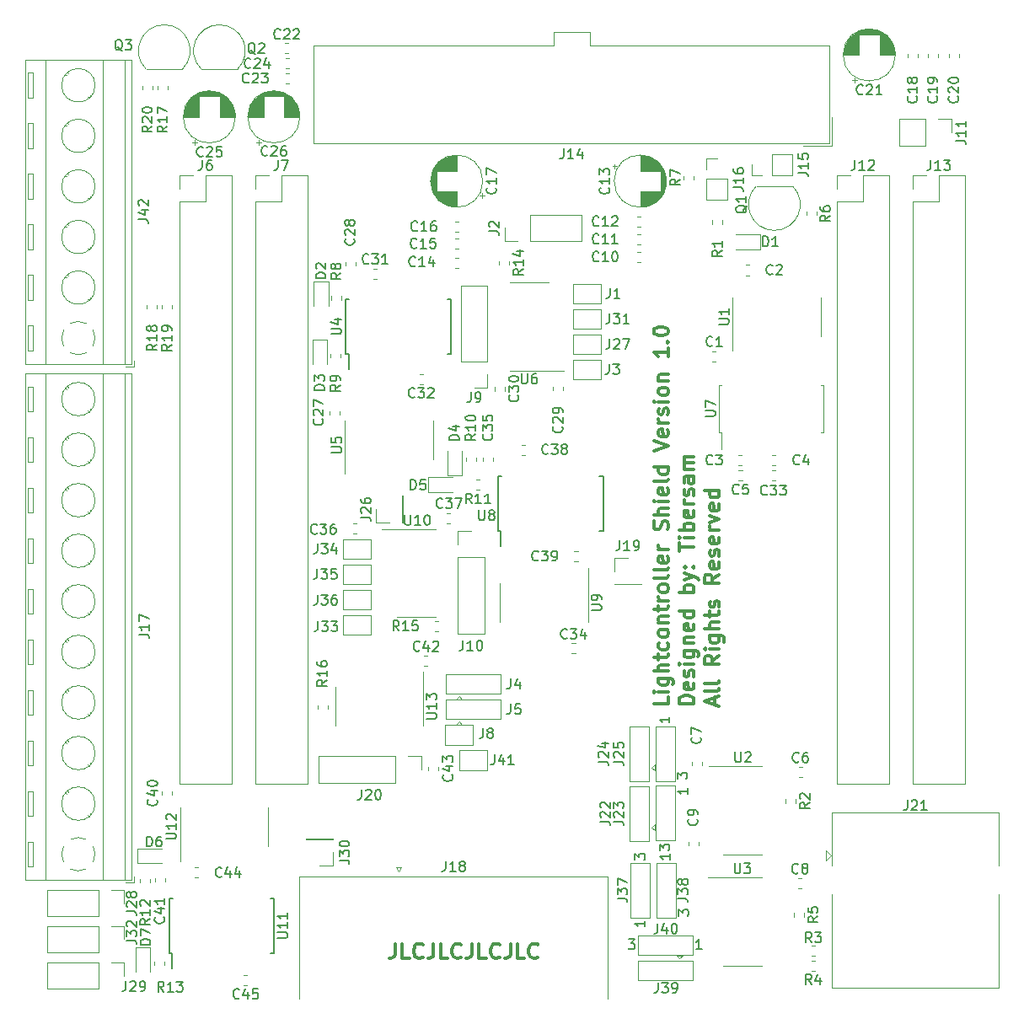
<source format=gbr>
G04 #@! TF.GenerationSoftware,KiCad,Pcbnew,(5.1.6)-1*
G04 #@! TF.CreationDate,2020-05-27T17:47:10+02:00*
G04 #@! TF.ProjectId,lightcontroll,6c696768-7463-46f6-9e74-726f6c6c2e6b,rev?*
G04 #@! TF.SameCoordinates,Original*
G04 #@! TF.FileFunction,Legend,Top*
G04 #@! TF.FilePolarity,Positive*
%FSLAX46Y46*%
G04 Gerber Fmt 4.6, Leading zero omitted, Abs format (unit mm)*
G04 Created by KiCad (PCBNEW (5.1.6)-1) date 2020-05-27 17:47:10*
%MOMM*%
%LPD*%
G01*
G04 APERTURE LIST*
%ADD10C,0.300000*%
%ADD11C,0.120000*%
%ADD12C,0.150000*%
G04 APERTURE END LIST*
D10*
X48768548Y-106059231D02*
X48768548Y-107130660D01*
X48697120Y-107344945D01*
X48554262Y-107487802D01*
X48339977Y-107559231D01*
X48197120Y-107559231D01*
X50197120Y-107559231D02*
X49482834Y-107559231D01*
X49482834Y-106059231D01*
X51554262Y-107416374D02*
X51482834Y-107487802D01*
X51268548Y-107559231D01*
X51125691Y-107559231D01*
X50911405Y-107487802D01*
X50768548Y-107344945D01*
X50697120Y-107202088D01*
X50625691Y-106916374D01*
X50625691Y-106702088D01*
X50697120Y-106416374D01*
X50768548Y-106273517D01*
X50911405Y-106130660D01*
X51125691Y-106059231D01*
X51268548Y-106059231D01*
X51482834Y-106130660D01*
X51554262Y-106202088D01*
X52625691Y-106059231D02*
X52625691Y-107130660D01*
X52554262Y-107344945D01*
X52411405Y-107487802D01*
X52197120Y-107559231D01*
X52054262Y-107559231D01*
X54054262Y-107559231D02*
X53339977Y-107559231D01*
X53339977Y-106059231D01*
X55411405Y-107416374D02*
X55339977Y-107487802D01*
X55125691Y-107559231D01*
X54982834Y-107559231D01*
X54768548Y-107487802D01*
X54625691Y-107344945D01*
X54554262Y-107202088D01*
X54482834Y-106916374D01*
X54482834Y-106702088D01*
X54554262Y-106416374D01*
X54625691Y-106273517D01*
X54768548Y-106130660D01*
X54982834Y-106059231D01*
X55125691Y-106059231D01*
X55339977Y-106130660D01*
X55411405Y-106202088D01*
X56482834Y-106059231D02*
X56482834Y-107130660D01*
X56411405Y-107344945D01*
X56268548Y-107487802D01*
X56054262Y-107559231D01*
X55911405Y-107559231D01*
X57911405Y-107559231D02*
X57197120Y-107559231D01*
X57197120Y-106059231D01*
X59268548Y-107416374D02*
X59197120Y-107487802D01*
X58982834Y-107559231D01*
X58839977Y-107559231D01*
X58625691Y-107487802D01*
X58482834Y-107344945D01*
X58411405Y-107202088D01*
X58339977Y-106916374D01*
X58339977Y-106702088D01*
X58411405Y-106416374D01*
X58482834Y-106273517D01*
X58625691Y-106130660D01*
X58839977Y-106059231D01*
X58982834Y-106059231D01*
X59197120Y-106130660D01*
X59268548Y-106202088D01*
X60339977Y-106059231D02*
X60339977Y-107130660D01*
X60268548Y-107344945D01*
X60125691Y-107487802D01*
X59911405Y-107559231D01*
X59768548Y-107559231D01*
X61768548Y-107559231D02*
X61054262Y-107559231D01*
X61054262Y-106059231D01*
X63125691Y-107416374D02*
X63054262Y-107487802D01*
X62839977Y-107559231D01*
X62697120Y-107559231D01*
X62482834Y-107487802D01*
X62339977Y-107344945D01*
X62268548Y-107202088D01*
X62197120Y-106916374D01*
X62197120Y-106702088D01*
X62268548Y-106416374D01*
X62339977Y-106273517D01*
X62482834Y-106130660D01*
X62697120Y-106059231D01*
X62839977Y-106059231D01*
X63054262Y-106130660D01*
X63125691Y-106202088D01*
X76233571Y-81258171D02*
X76233571Y-81972457D01*
X74733571Y-81972457D01*
X76233571Y-80758171D02*
X75233571Y-80758171D01*
X74733571Y-80758171D02*
X74805000Y-80829600D01*
X74876428Y-80758171D01*
X74805000Y-80686742D01*
X74733571Y-80758171D01*
X74876428Y-80758171D01*
X75233571Y-79401028D02*
X76447857Y-79401028D01*
X76590714Y-79472457D01*
X76662142Y-79543885D01*
X76733571Y-79686742D01*
X76733571Y-79901028D01*
X76662142Y-80043885D01*
X76162142Y-79401028D02*
X76233571Y-79543885D01*
X76233571Y-79829600D01*
X76162142Y-79972457D01*
X76090714Y-80043885D01*
X75947857Y-80115314D01*
X75519285Y-80115314D01*
X75376428Y-80043885D01*
X75305000Y-79972457D01*
X75233571Y-79829600D01*
X75233571Y-79543885D01*
X75305000Y-79401028D01*
X76233571Y-78686742D02*
X74733571Y-78686742D01*
X76233571Y-78043885D02*
X75447857Y-78043885D01*
X75305000Y-78115314D01*
X75233571Y-78258171D01*
X75233571Y-78472457D01*
X75305000Y-78615314D01*
X75376428Y-78686742D01*
X75233571Y-77543885D02*
X75233571Y-76972457D01*
X74733571Y-77329600D02*
X76019285Y-77329600D01*
X76162142Y-77258171D01*
X76233571Y-77115314D01*
X76233571Y-76972457D01*
X76162142Y-75829600D02*
X76233571Y-75972457D01*
X76233571Y-76258171D01*
X76162142Y-76401028D01*
X76090714Y-76472457D01*
X75947857Y-76543885D01*
X75519285Y-76543885D01*
X75376428Y-76472457D01*
X75305000Y-76401028D01*
X75233571Y-76258171D01*
X75233571Y-75972457D01*
X75305000Y-75829600D01*
X76233571Y-74972457D02*
X76162142Y-75115314D01*
X76090714Y-75186742D01*
X75947857Y-75258171D01*
X75519285Y-75258171D01*
X75376428Y-75186742D01*
X75305000Y-75115314D01*
X75233571Y-74972457D01*
X75233571Y-74758171D01*
X75305000Y-74615314D01*
X75376428Y-74543885D01*
X75519285Y-74472457D01*
X75947857Y-74472457D01*
X76090714Y-74543885D01*
X76162142Y-74615314D01*
X76233571Y-74758171D01*
X76233571Y-74972457D01*
X75233571Y-73829600D02*
X76233571Y-73829600D01*
X75376428Y-73829600D02*
X75305000Y-73758171D01*
X75233571Y-73615314D01*
X75233571Y-73401028D01*
X75305000Y-73258171D01*
X75447857Y-73186742D01*
X76233571Y-73186742D01*
X75233571Y-72686742D02*
X75233571Y-72115314D01*
X74733571Y-72472457D02*
X76019285Y-72472457D01*
X76162142Y-72401028D01*
X76233571Y-72258171D01*
X76233571Y-72115314D01*
X76233571Y-71615314D02*
X75233571Y-71615314D01*
X75519285Y-71615314D02*
X75376428Y-71543885D01*
X75305000Y-71472457D01*
X75233571Y-71329600D01*
X75233571Y-71186742D01*
X76233571Y-70472457D02*
X76162142Y-70615314D01*
X76090714Y-70686742D01*
X75947857Y-70758171D01*
X75519285Y-70758171D01*
X75376428Y-70686742D01*
X75305000Y-70615314D01*
X75233571Y-70472457D01*
X75233571Y-70258171D01*
X75305000Y-70115314D01*
X75376428Y-70043885D01*
X75519285Y-69972457D01*
X75947857Y-69972457D01*
X76090714Y-70043885D01*
X76162142Y-70115314D01*
X76233571Y-70258171D01*
X76233571Y-70472457D01*
X76233571Y-69115314D02*
X76162142Y-69258171D01*
X76019285Y-69329600D01*
X74733571Y-69329600D01*
X76233571Y-68329600D02*
X76162142Y-68472457D01*
X76019285Y-68543885D01*
X74733571Y-68543885D01*
X76162142Y-67186742D02*
X76233571Y-67329600D01*
X76233571Y-67615314D01*
X76162142Y-67758171D01*
X76019285Y-67829600D01*
X75447857Y-67829600D01*
X75305000Y-67758171D01*
X75233571Y-67615314D01*
X75233571Y-67329600D01*
X75305000Y-67186742D01*
X75447857Y-67115314D01*
X75590714Y-67115314D01*
X75733571Y-67829600D01*
X76233571Y-66472457D02*
X75233571Y-66472457D01*
X75519285Y-66472457D02*
X75376428Y-66401028D01*
X75305000Y-66329600D01*
X75233571Y-66186742D01*
X75233571Y-66043885D01*
X76162142Y-64472457D02*
X76233571Y-64258171D01*
X76233571Y-63901028D01*
X76162142Y-63758171D01*
X76090714Y-63686742D01*
X75947857Y-63615314D01*
X75805000Y-63615314D01*
X75662142Y-63686742D01*
X75590714Y-63758171D01*
X75519285Y-63901028D01*
X75447857Y-64186742D01*
X75376428Y-64329600D01*
X75305000Y-64401028D01*
X75162142Y-64472457D01*
X75019285Y-64472457D01*
X74876428Y-64401028D01*
X74805000Y-64329600D01*
X74733571Y-64186742D01*
X74733571Y-63829600D01*
X74805000Y-63615314D01*
X76233571Y-62972457D02*
X74733571Y-62972457D01*
X76233571Y-62329600D02*
X75447857Y-62329600D01*
X75305000Y-62401028D01*
X75233571Y-62543885D01*
X75233571Y-62758171D01*
X75305000Y-62901028D01*
X75376428Y-62972457D01*
X76233571Y-61615314D02*
X75233571Y-61615314D01*
X74733571Y-61615314D02*
X74805000Y-61686742D01*
X74876428Y-61615314D01*
X74805000Y-61543885D01*
X74733571Y-61615314D01*
X74876428Y-61615314D01*
X76162142Y-60329600D02*
X76233571Y-60472457D01*
X76233571Y-60758171D01*
X76162142Y-60901028D01*
X76019285Y-60972457D01*
X75447857Y-60972457D01*
X75305000Y-60901028D01*
X75233571Y-60758171D01*
X75233571Y-60472457D01*
X75305000Y-60329600D01*
X75447857Y-60258171D01*
X75590714Y-60258171D01*
X75733571Y-60972457D01*
X76233571Y-59401028D02*
X76162142Y-59543885D01*
X76019285Y-59615314D01*
X74733571Y-59615314D01*
X76233571Y-58186742D02*
X74733571Y-58186742D01*
X76162142Y-58186742D02*
X76233571Y-58329600D01*
X76233571Y-58615314D01*
X76162142Y-58758171D01*
X76090714Y-58829600D01*
X75947857Y-58901028D01*
X75519285Y-58901028D01*
X75376428Y-58829600D01*
X75305000Y-58758171D01*
X75233571Y-58615314D01*
X75233571Y-58329600D01*
X75305000Y-58186742D01*
X74733571Y-56543885D02*
X76233571Y-56043885D01*
X74733571Y-55543885D01*
X76162142Y-54472457D02*
X76233571Y-54615314D01*
X76233571Y-54901028D01*
X76162142Y-55043885D01*
X76019285Y-55115314D01*
X75447857Y-55115314D01*
X75305000Y-55043885D01*
X75233571Y-54901028D01*
X75233571Y-54615314D01*
X75305000Y-54472457D01*
X75447857Y-54401028D01*
X75590714Y-54401028D01*
X75733571Y-55115314D01*
X76233571Y-53758171D02*
X75233571Y-53758171D01*
X75519285Y-53758171D02*
X75376428Y-53686742D01*
X75305000Y-53615314D01*
X75233571Y-53472457D01*
X75233571Y-53329600D01*
X76162142Y-52901028D02*
X76233571Y-52758171D01*
X76233571Y-52472457D01*
X76162142Y-52329600D01*
X76019285Y-52258171D01*
X75947857Y-52258171D01*
X75805000Y-52329600D01*
X75733571Y-52472457D01*
X75733571Y-52686742D01*
X75662142Y-52829600D01*
X75519285Y-52901028D01*
X75447857Y-52901028D01*
X75305000Y-52829600D01*
X75233571Y-52686742D01*
X75233571Y-52472457D01*
X75305000Y-52329600D01*
X76233571Y-51615314D02*
X75233571Y-51615314D01*
X74733571Y-51615314D02*
X74805000Y-51686742D01*
X74876428Y-51615314D01*
X74805000Y-51543885D01*
X74733571Y-51615314D01*
X74876428Y-51615314D01*
X76233571Y-50686742D02*
X76162142Y-50829600D01*
X76090714Y-50901028D01*
X75947857Y-50972457D01*
X75519285Y-50972457D01*
X75376428Y-50901028D01*
X75305000Y-50829600D01*
X75233571Y-50686742D01*
X75233571Y-50472457D01*
X75305000Y-50329600D01*
X75376428Y-50258171D01*
X75519285Y-50186742D01*
X75947857Y-50186742D01*
X76090714Y-50258171D01*
X76162142Y-50329600D01*
X76233571Y-50472457D01*
X76233571Y-50686742D01*
X75233571Y-49543885D02*
X76233571Y-49543885D01*
X75376428Y-49543885D02*
X75305000Y-49472457D01*
X75233571Y-49329600D01*
X75233571Y-49115314D01*
X75305000Y-48972457D01*
X75447857Y-48901028D01*
X76233571Y-48901028D01*
X76233571Y-46258171D02*
X76233571Y-47115314D01*
X76233571Y-46686742D02*
X74733571Y-46686742D01*
X74947857Y-46829600D01*
X75090714Y-46972457D01*
X75162142Y-47115314D01*
X76090714Y-45615314D02*
X76162142Y-45543885D01*
X76233571Y-45615314D01*
X76162142Y-45686742D01*
X76090714Y-45615314D01*
X76233571Y-45615314D01*
X74733571Y-44615314D02*
X74733571Y-44472457D01*
X74805000Y-44329600D01*
X74876428Y-44258171D01*
X75019285Y-44186742D01*
X75305000Y-44115314D01*
X75662142Y-44115314D01*
X75947857Y-44186742D01*
X76090714Y-44258171D01*
X76162142Y-44329600D01*
X76233571Y-44472457D01*
X76233571Y-44615314D01*
X76162142Y-44758171D01*
X76090714Y-44829600D01*
X75947857Y-44901028D01*
X75662142Y-44972457D01*
X75305000Y-44972457D01*
X75019285Y-44901028D01*
X74876428Y-44829600D01*
X74805000Y-44758171D01*
X74733571Y-44615314D01*
X78783571Y-81972457D02*
X77283571Y-81972457D01*
X77283571Y-81615314D01*
X77355000Y-81401028D01*
X77497857Y-81258171D01*
X77640714Y-81186742D01*
X77926428Y-81115314D01*
X78140714Y-81115314D01*
X78426428Y-81186742D01*
X78569285Y-81258171D01*
X78712142Y-81401028D01*
X78783571Y-81615314D01*
X78783571Y-81972457D01*
X78712142Y-79901028D02*
X78783571Y-80043885D01*
X78783571Y-80329600D01*
X78712142Y-80472457D01*
X78569285Y-80543885D01*
X77997857Y-80543885D01*
X77855000Y-80472457D01*
X77783571Y-80329600D01*
X77783571Y-80043885D01*
X77855000Y-79901028D01*
X77997857Y-79829600D01*
X78140714Y-79829600D01*
X78283571Y-80543885D01*
X78712142Y-79258171D02*
X78783571Y-79115314D01*
X78783571Y-78829600D01*
X78712142Y-78686742D01*
X78569285Y-78615314D01*
X78497857Y-78615314D01*
X78355000Y-78686742D01*
X78283571Y-78829600D01*
X78283571Y-79043885D01*
X78212142Y-79186742D01*
X78069285Y-79258171D01*
X77997857Y-79258171D01*
X77855000Y-79186742D01*
X77783571Y-79043885D01*
X77783571Y-78829600D01*
X77855000Y-78686742D01*
X78783571Y-77972457D02*
X77783571Y-77972457D01*
X77283571Y-77972457D02*
X77355000Y-78043885D01*
X77426428Y-77972457D01*
X77355000Y-77901028D01*
X77283571Y-77972457D01*
X77426428Y-77972457D01*
X77783571Y-76615314D02*
X78997857Y-76615314D01*
X79140714Y-76686742D01*
X79212142Y-76758171D01*
X79283571Y-76901028D01*
X79283571Y-77115314D01*
X79212142Y-77258171D01*
X78712142Y-76615314D02*
X78783571Y-76758171D01*
X78783571Y-77043885D01*
X78712142Y-77186742D01*
X78640714Y-77258171D01*
X78497857Y-77329600D01*
X78069285Y-77329600D01*
X77926428Y-77258171D01*
X77855000Y-77186742D01*
X77783571Y-77043885D01*
X77783571Y-76758171D01*
X77855000Y-76615314D01*
X77783571Y-75901028D02*
X78783571Y-75901028D01*
X77926428Y-75901028D02*
X77855000Y-75829600D01*
X77783571Y-75686742D01*
X77783571Y-75472457D01*
X77855000Y-75329600D01*
X77997857Y-75258171D01*
X78783571Y-75258171D01*
X78712142Y-73972457D02*
X78783571Y-74115314D01*
X78783571Y-74401028D01*
X78712142Y-74543885D01*
X78569285Y-74615314D01*
X77997857Y-74615314D01*
X77855000Y-74543885D01*
X77783571Y-74401028D01*
X77783571Y-74115314D01*
X77855000Y-73972457D01*
X77997857Y-73901028D01*
X78140714Y-73901028D01*
X78283571Y-74615314D01*
X78783571Y-72615314D02*
X77283571Y-72615314D01*
X78712142Y-72615314D02*
X78783571Y-72758171D01*
X78783571Y-73043885D01*
X78712142Y-73186742D01*
X78640714Y-73258171D01*
X78497857Y-73329600D01*
X78069285Y-73329600D01*
X77926428Y-73258171D01*
X77855000Y-73186742D01*
X77783571Y-73043885D01*
X77783571Y-72758171D01*
X77855000Y-72615314D01*
X78783571Y-70758171D02*
X77283571Y-70758171D01*
X77855000Y-70758171D02*
X77783571Y-70615314D01*
X77783571Y-70329600D01*
X77855000Y-70186742D01*
X77926428Y-70115314D01*
X78069285Y-70043885D01*
X78497857Y-70043885D01*
X78640714Y-70115314D01*
X78712142Y-70186742D01*
X78783571Y-70329600D01*
X78783571Y-70615314D01*
X78712142Y-70758171D01*
X77783571Y-69543885D02*
X78783571Y-69186742D01*
X77783571Y-68829600D02*
X78783571Y-69186742D01*
X79140714Y-69329600D01*
X79212142Y-69401028D01*
X79283571Y-69543885D01*
X78640714Y-68258171D02*
X78712142Y-68186742D01*
X78783571Y-68258171D01*
X78712142Y-68329600D01*
X78640714Y-68258171D01*
X78783571Y-68258171D01*
X77855000Y-68258171D02*
X77926428Y-68186742D01*
X77997857Y-68258171D01*
X77926428Y-68329600D01*
X77855000Y-68258171D01*
X77997857Y-68258171D01*
X77283571Y-66615314D02*
X77283571Y-65758171D01*
X78783571Y-66186742D02*
X77283571Y-66186742D01*
X78783571Y-65258171D02*
X77783571Y-65258171D01*
X77283571Y-65258171D02*
X77355000Y-65329600D01*
X77426428Y-65258171D01*
X77355000Y-65186742D01*
X77283571Y-65258171D01*
X77426428Y-65258171D01*
X78783571Y-64543885D02*
X77283571Y-64543885D01*
X77855000Y-64543885D02*
X77783571Y-64401028D01*
X77783571Y-64115314D01*
X77855000Y-63972457D01*
X77926428Y-63901028D01*
X78069285Y-63829600D01*
X78497857Y-63829600D01*
X78640714Y-63901028D01*
X78712142Y-63972457D01*
X78783571Y-64115314D01*
X78783571Y-64401028D01*
X78712142Y-64543885D01*
X78712142Y-62615314D02*
X78783571Y-62758171D01*
X78783571Y-63043885D01*
X78712142Y-63186742D01*
X78569285Y-63258171D01*
X77997857Y-63258171D01*
X77855000Y-63186742D01*
X77783571Y-63043885D01*
X77783571Y-62758171D01*
X77855000Y-62615314D01*
X77997857Y-62543885D01*
X78140714Y-62543885D01*
X78283571Y-63258171D01*
X78783571Y-61901028D02*
X77783571Y-61901028D01*
X78069285Y-61901028D02*
X77926428Y-61829600D01*
X77855000Y-61758171D01*
X77783571Y-61615314D01*
X77783571Y-61472457D01*
X78712142Y-61043885D02*
X78783571Y-60901028D01*
X78783571Y-60615314D01*
X78712142Y-60472457D01*
X78569285Y-60401028D01*
X78497857Y-60401028D01*
X78355000Y-60472457D01*
X78283571Y-60615314D01*
X78283571Y-60829600D01*
X78212142Y-60972457D01*
X78069285Y-61043885D01*
X77997857Y-61043885D01*
X77855000Y-60972457D01*
X77783571Y-60829600D01*
X77783571Y-60615314D01*
X77855000Y-60472457D01*
X78783571Y-59115314D02*
X77997857Y-59115314D01*
X77855000Y-59186742D01*
X77783571Y-59329600D01*
X77783571Y-59615314D01*
X77855000Y-59758171D01*
X78712142Y-59115314D02*
X78783571Y-59258171D01*
X78783571Y-59615314D01*
X78712142Y-59758171D01*
X78569285Y-59829600D01*
X78426428Y-59829600D01*
X78283571Y-59758171D01*
X78212142Y-59615314D01*
X78212142Y-59258171D01*
X78140714Y-59115314D01*
X78783571Y-58401028D02*
X77783571Y-58401028D01*
X77926428Y-58401028D02*
X77855000Y-58329600D01*
X77783571Y-58186742D01*
X77783571Y-57972457D01*
X77855000Y-57829600D01*
X77997857Y-57758171D01*
X78783571Y-57758171D01*
X77997857Y-57758171D02*
X77855000Y-57686742D01*
X77783571Y-57543885D01*
X77783571Y-57329600D01*
X77855000Y-57186742D01*
X77997857Y-57115314D01*
X78783571Y-57115314D01*
X80905000Y-82043885D02*
X80905000Y-81329600D01*
X81333571Y-82186742D02*
X79833571Y-81686742D01*
X81333571Y-81186742D01*
X81333571Y-80472457D02*
X81262142Y-80615314D01*
X81119285Y-80686742D01*
X79833571Y-80686742D01*
X81333571Y-79686742D02*
X81262142Y-79829600D01*
X81119285Y-79901028D01*
X79833571Y-79901028D01*
X81333571Y-77115314D02*
X80619285Y-77615314D01*
X81333571Y-77972457D02*
X79833571Y-77972457D01*
X79833571Y-77401028D01*
X79905000Y-77258171D01*
X79976428Y-77186742D01*
X80119285Y-77115314D01*
X80333571Y-77115314D01*
X80476428Y-77186742D01*
X80547857Y-77258171D01*
X80619285Y-77401028D01*
X80619285Y-77972457D01*
X81333571Y-76472457D02*
X80333571Y-76472457D01*
X79833571Y-76472457D02*
X79905000Y-76543885D01*
X79976428Y-76472457D01*
X79905000Y-76401028D01*
X79833571Y-76472457D01*
X79976428Y-76472457D01*
X80333571Y-75115314D02*
X81547857Y-75115314D01*
X81690714Y-75186742D01*
X81762142Y-75258171D01*
X81833571Y-75401028D01*
X81833571Y-75615314D01*
X81762142Y-75758171D01*
X81262142Y-75115314D02*
X81333571Y-75258171D01*
X81333571Y-75543885D01*
X81262142Y-75686742D01*
X81190714Y-75758171D01*
X81047857Y-75829600D01*
X80619285Y-75829600D01*
X80476428Y-75758171D01*
X80405000Y-75686742D01*
X80333571Y-75543885D01*
X80333571Y-75258171D01*
X80405000Y-75115314D01*
X81333571Y-74401028D02*
X79833571Y-74401028D01*
X81333571Y-73758171D02*
X80547857Y-73758171D01*
X80405000Y-73829600D01*
X80333571Y-73972457D01*
X80333571Y-74186742D01*
X80405000Y-74329600D01*
X80476428Y-74401028D01*
X80333571Y-73258171D02*
X80333571Y-72686742D01*
X79833571Y-73043885D02*
X81119285Y-73043885D01*
X81262142Y-72972457D01*
X81333571Y-72829600D01*
X81333571Y-72686742D01*
X81262142Y-72258171D02*
X81333571Y-72115314D01*
X81333571Y-71829600D01*
X81262142Y-71686742D01*
X81119285Y-71615314D01*
X81047857Y-71615314D01*
X80905000Y-71686742D01*
X80833571Y-71829600D01*
X80833571Y-72043885D01*
X80762142Y-72186742D01*
X80619285Y-72258171D01*
X80547857Y-72258171D01*
X80405000Y-72186742D01*
X80333571Y-72043885D01*
X80333571Y-71829600D01*
X80405000Y-71686742D01*
X81333571Y-68972457D02*
X80619285Y-69472457D01*
X81333571Y-69829600D02*
X79833571Y-69829600D01*
X79833571Y-69258171D01*
X79905000Y-69115314D01*
X79976428Y-69043885D01*
X80119285Y-68972457D01*
X80333571Y-68972457D01*
X80476428Y-69043885D01*
X80547857Y-69115314D01*
X80619285Y-69258171D01*
X80619285Y-69829600D01*
X81262142Y-67758171D02*
X81333571Y-67901028D01*
X81333571Y-68186742D01*
X81262142Y-68329600D01*
X81119285Y-68401028D01*
X80547857Y-68401028D01*
X80405000Y-68329600D01*
X80333571Y-68186742D01*
X80333571Y-67901028D01*
X80405000Y-67758171D01*
X80547857Y-67686742D01*
X80690714Y-67686742D01*
X80833571Y-68401028D01*
X81262142Y-67115314D02*
X81333571Y-66972457D01*
X81333571Y-66686742D01*
X81262142Y-66543885D01*
X81119285Y-66472457D01*
X81047857Y-66472457D01*
X80905000Y-66543885D01*
X80833571Y-66686742D01*
X80833571Y-66901028D01*
X80762142Y-67043885D01*
X80619285Y-67115314D01*
X80547857Y-67115314D01*
X80405000Y-67043885D01*
X80333571Y-66901028D01*
X80333571Y-66686742D01*
X80405000Y-66543885D01*
X81262142Y-65258171D02*
X81333571Y-65401028D01*
X81333571Y-65686742D01*
X81262142Y-65829600D01*
X81119285Y-65901028D01*
X80547857Y-65901028D01*
X80405000Y-65829600D01*
X80333571Y-65686742D01*
X80333571Y-65401028D01*
X80405000Y-65258171D01*
X80547857Y-65186742D01*
X80690714Y-65186742D01*
X80833571Y-65901028D01*
X81333571Y-64543885D02*
X80333571Y-64543885D01*
X80619285Y-64543885D02*
X80476428Y-64472457D01*
X80405000Y-64401028D01*
X80333571Y-64258171D01*
X80333571Y-64115314D01*
X80333571Y-63758171D02*
X81333571Y-63401028D01*
X80333571Y-63043885D01*
X81262142Y-61901028D02*
X81333571Y-62043885D01*
X81333571Y-62329600D01*
X81262142Y-62472457D01*
X81119285Y-62543885D01*
X80547857Y-62543885D01*
X80405000Y-62472457D01*
X80333571Y-62329600D01*
X80333571Y-62043885D01*
X80405000Y-61901028D01*
X80547857Y-61829600D01*
X80690714Y-61829600D01*
X80833571Y-62543885D01*
X81333571Y-60543885D02*
X79833571Y-60543885D01*
X81262142Y-60543885D02*
X81333571Y-60686742D01*
X81333571Y-60972457D01*
X81262142Y-61115314D01*
X81190714Y-61186742D01*
X81047857Y-61258171D01*
X80619285Y-61258171D01*
X80476428Y-61186742D01*
X80405000Y-61115314D01*
X80333571Y-60972457D01*
X80333571Y-60686742D01*
X80405000Y-60543885D01*
D11*
X23366000Y-19908733D02*
X23366000Y-20251267D01*
X24386000Y-19908733D02*
X24386000Y-20251267D01*
X23772400Y-41930533D02*
X23772400Y-42273067D01*
X24792400Y-41930533D02*
X24792400Y-42273067D01*
X26341800Y-42270467D02*
X26341800Y-41927933D01*
X25321800Y-42270467D02*
X25321800Y-41927933D01*
X24890000Y-19908733D02*
X24890000Y-20251267D01*
X25910000Y-19908733D02*
X25910000Y-20251267D01*
X23777800Y-18207600D02*
X27377800Y-18207600D01*
X27416278Y-18196078D02*
G75*
G03*
X25577800Y-13757600I-1838478J1838478D01*
G01*
X23739322Y-18196078D02*
G75*
G02*
X25577800Y-13757600I1838478J1838478D01*
G01*
X29315000Y-18207600D02*
X32915000Y-18207600D01*
X32953478Y-18196078D02*
G75*
G03*
X31115000Y-13757600I-1838478J1838478D01*
G01*
X29276522Y-18196078D02*
G75*
G02*
X31115000Y-13757600I1838478J1838478D01*
G01*
X22541800Y-48077400D02*
X22541800Y-47477400D01*
X21701800Y-48077400D02*
X22541800Y-48077400D01*
X11891800Y-18587400D02*
X12391800Y-18587400D01*
X11891800Y-21087400D02*
X12391800Y-21087400D01*
X12391800Y-21087400D02*
X12391800Y-18587400D01*
X11891800Y-21087400D02*
X11891800Y-18587400D01*
X17917800Y-21017400D02*
X18010800Y-21111400D01*
X15666800Y-18767400D02*
X15725800Y-18826400D01*
X18157800Y-20847400D02*
X18215800Y-20906400D01*
X15872800Y-18562400D02*
X15965800Y-18656400D01*
X11891800Y-23667400D02*
X12391800Y-23667400D01*
X11891800Y-26167400D02*
X12391800Y-26167400D01*
X12391800Y-26167400D02*
X12391800Y-23667400D01*
X11891800Y-26167400D02*
X11891800Y-23667400D01*
X17917800Y-26097400D02*
X18010800Y-26191400D01*
X15666800Y-23847400D02*
X15725800Y-23906400D01*
X18157800Y-25927400D02*
X18215800Y-25986400D01*
X15872800Y-23642400D02*
X15965800Y-23736400D01*
X11891800Y-28747400D02*
X12391800Y-28747400D01*
X11891800Y-31247400D02*
X12391800Y-31247400D01*
X12391800Y-31247400D02*
X12391800Y-28747400D01*
X11891800Y-31247400D02*
X11891800Y-28747400D01*
X17917800Y-31177400D02*
X18010800Y-31271400D01*
X15666800Y-28927400D02*
X15725800Y-28986400D01*
X18157800Y-31007400D02*
X18215800Y-31066400D01*
X15872800Y-28722400D02*
X15965800Y-28816400D01*
X11891800Y-33827400D02*
X12391800Y-33827400D01*
X11891800Y-36327400D02*
X12391800Y-36327400D01*
X12391800Y-36327400D02*
X12391800Y-33827400D01*
X11891800Y-36327400D02*
X11891800Y-33827400D01*
X17917800Y-36257400D02*
X18010800Y-36351400D01*
X15666800Y-34007400D02*
X15725800Y-34066400D01*
X18157800Y-36087400D02*
X18215800Y-36146400D01*
X15872800Y-33802400D02*
X15965800Y-33896400D01*
X11891800Y-38907400D02*
X12391800Y-38907400D01*
X11891800Y-41407400D02*
X12391800Y-41407400D01*
X12391800Y-41407400D02*
X12391800Y-38907400D01*
X11891800Y-41407400D02*
X11891800Y-38907400D01*
X17917800Y-41337400D02*
X18010800Y-41431400D01*
X15666800Y-39087400D02*
X15725800Y-39146400D01*
X18157800Y-41167400D02*
X18215800Y-41226400D01*
X15872800Y-38882400D02*
X15965800Y-38976400D01*
X11891800Y-43987400D02*
X12391800Y-43987400D01*
X11891800Y-46487400D02*
X12391800Y-46487400D01*
X12391800Y-46487400D02*
X12391800Y-43987400D01*
X11891800Y-46487400D02*
X11891800Y-43987400D01*
X11581800Y-17237400D02*
X22301800Y-17237400D01*
X11581800Y-47837400D02*
X22301800Y-47837400D01*
X22301800Y-47837400D02*
X22301800Y-17237400D01*
X11581800Y-47837400D02*
X11581800Y-17237400D01*
X13641800Y-47837400D02*
X13641800Y-17237400D01*
X19441800Y-47837400D02*
X19441800Y-17237400D01*
X21641800Y-47837400D02*
X21641800Y-17237400D01*
X18621800Y-19837400D02*
G75*
G03*
X18621800Y-19837400I-1680000J0D01*
G01*
X18621800Y-24917400D02*
G75*
G03*
X18621800Y-24917400I-1680000J0D01*
G01*
X18621800Y-29997400D02*
G75*
G03*
X18621800Y-29997400I-1680000J0D01*
G01*
X18621800Y-35077400D02*
G75*
G03*
X18621800Y-35077400I-1680000J0D01*
G01*
X18621800Y-40157400D02*
G75*
G03*
X18621800Y-40157400I-1680000J0D01*
G01*
X18622250Y-45208017D02*
G75*
G02*
X18425800Y-46026400I-1680450J-29383D01*
G01*
X17730888Y-46721353D02*
G75*
G02*
X16152800Y-46721400I-789088J1483953D01*
G01*
X15457847Y-46026488D02*
G75*
G02*
X15457800Y-44448400I1483953J789088D01*
G01*
X16152712Y-43753447D02*
G75*
G02*
X17730800Y-43753400I789088J-1483953D01*
G01*
X18425152Y-44448688D02*
G75*
G02*
X18621800Y-45237400I-1483352J-788712D01*
G01*
X22541800Y-99918800D02*
X22541800Y-99318800D01*
X21701800Y-99918800D02*
X22541800Y-99918800D01*
X11891800Y-50108800D02*
X12391800Y-50108800D01*
X11891800Y-52608800D02*
X12391800Y-52608800D01*
X12391800Y-52608800D02*
X12391800Y-50108800D01*
X11891800Y-52608800D02*
X11891800Y-50108800D01*
X17917800Y-52538800D02*
X18010800Y-52632800D01*
X15666800Y-50288800D02*
X15725800Y-50347800D01*
X18157800Y-52368800D02*
X18215800Y-52427800D01*
X15872800Y-50083800D02*
X15965800Y-50177800D01*
X11891800Y-55188800D02*
X12391800Y-55188800D01*
X11891800Y-57688800D02*
X12391800Y-57688800D01*
X12391800Y-57688800D02*
X12391800Y-55188800D01*
X11891800Y-57688800D02*
X11891800Y-55188800D01*
X17917800Y-57618800D02*
X18010800Y-57712800D01*
X15666800Y-55368800D02*
X15725800Y-55427800D01*
X18157800Y-57448800D02*
X18215800Y-57507800D01*
X15872800Y-55163800D02*
X15965800Y-55257800D01*
X11891800Y-60268800D02*
X12391800Y-60268800D01*
X11891800Y-62768800D02*
X12391800Y-62768800D01*
X12391800Y-62768800D02*
X12391800Y-60268800D01*
X11891800Y-62768800D02*
X11891800Y-60268800D01*
X17917800Y-62698800D02*
X18010800Y-62792800D01*
X15666800Y-60448800D02*
X15725800Y-60507800D01*
X18157800Y-62528800D02*
X18215800Y-62587800D01*
X15872800Y-60243800D02*
X15965800Y-60337800D01*
X11891800Y-65348800D02*
X12391800Y-65348800D01*
X11891800Y-67848800D02*
X12391800Y-67848800D01*
X12391800Y-67848800D02*
X12391800Y-65348800D01*
X11891800Y-67848800D02*
X11891800Y-65348800D01*
X17917800Y-67778800D02*
X18010800Y-67872800D01*
X15666800Y-65528800D02*
X15725800Y-65587800D01*
X18157800Y-67608800D02*
X18215800Y-67667800D01*
X15872800Y-65323800D02*
X15965800Y-65417800D01*
X11891800Y-70428800D02*
X12391800Y-70428800D01*
X11891800Y-72928800D02*
X12391800Y-72928800D01*
X12391800Y-72928800D02*
X12391800Y-70428800D01*
X11891800Y-72928800D02*
X11891800Y-70428800D01*
X17917800Y-72858800D02*
X18010800Y-72952800D01*
X15666800Y-70608800D02*
X15725800Y-70667800D01*
X18157800Y-72688800D02*
X18215800Y-72747800D01*
X15872800Y-70403800D02*
X15965800Y-70497800D01*
X11891800Y-75508800D02*
X12391800Y-75508800D01*
X11891800Y-78008800D02*
X12391800Y-78008800D01*
X12391800Y-78008800D02*
X12391800Y-75508800D01*
X11891800Y-78008800D02*
X11891800Y-75508800D01*
X17917800Y-77938800D02*
X18010800Y-78032800D01*
X15666800Y-75688800D02*
X15725800Y-75747800D01*
X18157800Y-77768800D02*
X18215800Y-77827800D01*
X15872800Y-75483800D02*
X15965800Y-75577800D01*
X11891800Y-80588800D02*
X12391800Y-80588800D01*
X11891800Y-83088800D02*
X12391800Y-83088800D01*
X12391800Y-83088800D02*
X12391800Y-80588800D01*
X11891800Y-83088800D02*
X11891800Y-80588800D01*
X17917800Y-83018800D02*
X18010800Y-83112800D01*
X15666800Y-80768800D02*
X15725800Y-80827800D01*
X18157800Y-82848800D02*
X18215800Y-82907800D01*
X15872800Y-80563800D02*
X15965800Y-80657800D01*
X11891800Y-85668800D02*
X12391800Y-85668800D01*
X11891800Y-88168800D02*
X12391800Y-88168800D01*
X12391800Y-88168800D02*
X12391800Y-85668800D01*
X11891800Y-88168800D02*
X11891800Y-85668800D01*
X17917800Y-88098800D02*
X18010800Y-88192800D01*
X15666800Y-85848800D02*
X15725800Y-85907800D01*
X18157800Y-87928800D02*
X18215800Y-87987800D01*
X15872800Y-85643800D02*
X15965800Y-85737800D01*
X11891800Y-90748800D02*
X12391800Y-90748800D01*
X11891800Y-93248800D02*
X12391800Y-93248800D01*
X12391800Y-93248800D02*
X12391800Y-90748800D01*
X11891800Y-93248800D02*
X11891800Y-90748800D01*
X17917800Y-93178800D02*
X18010800Y-93272800D01*
X15666800Y-90928800D02*
X15725800Y-90987800D01*
X18157800Y-93008800D02*
X18215800Y-93067800D01*
X15872800Y-90723800D02*
X15965800Y-90817800D01*
X11891800Y-95828800D02*
X12391800Y-95828800D01*
X11891800Y-98328800D02*
X12391800Y-98328800D01*
X12391800Y-98328800D02*
X12391800Y-95828800D01*
X11891800Y-98328800D02*
X11891800Y-95828800D01*
X11581800Y-48758800D02*
X22301800Y-48758800D01*
X11581800Y-99678800D02*
X22301800Y-99678800D01*
X22301800Y-99678800D02*
X22301800Y-48758800D01*
X11581800Y-99678800D02*
X11581800Y-48758800D01*
X13641800Y-99678800D02*
X13641800Y-48758800D01*
X19441800Y-99678800D02*
X19441800Y-48758800D01*
X21641800Y-99678800D02*
X21641800Y-48758800D01*
X18621800Y-51358800D02*
G75*
G03*
X18621800Y-51358800I-1680000J0D01*
G01*
X18621800Y-56438800D02*
G75*
G03*
X18621800Y-56438800I-1680000J0D01*
G01*
X18621800Y-61518800D02*
G75*
G03*
X18621800Y-61518800I-1680000J0D01*
G01*
X18621800Y-66598800D02*
G75*
G03*
X18621800Y-66598800I-1680000J0D01*
G01*
X18621800Y-71678800D02*
G75*
G03*
X18621800Y-71678800I-1680000J0D01*
G01*
X18621800Y-76758800D02*
G75*
G03*
X18621800Y-76758800I-1680000J0D01*
G01*
X18621800Y-81838800D02*
G75*
G03*
X18621800Y-81838800I-1680000J0D01*
G01*
X18621800Y-86918800D02*
G75*
G03*
X18621800Y-86918800I-1680000J0D01*
G01*
X18621800Y-91998800D02*
G75*
G03*
X18621800Y-91998800I-1680000J0D01*
G01*
X18622250Y-97049417D02*
G75*
G02*
X18425800Y-97867800I-1680450J-29383D01*
G01*
X17730888Y-98562753D02*
G75*
G02*
X16152800Y-98562800I-789088J1483953D01*
G01*
X15457847Y-97867888D02*
G75*
G02*
X15457800Y-96289800I1483953J789088D01*
G01*
X16152712Y-95594847D02*
G75*
G02*
X17730800Y-95594800I789088J-1483953D01*
G01*
X18425152Y-96290088D02*
G75*
G02*
X18621800Y-97078800I-1483352J-788712D01*
G01*
X78689400Y-109762800D02*
X73189400Y-109762800D01*
X73189400Y-109762800D02*
X73189400Y-107812800D01*
X73189400Y-107812800D02*
X78689400Y-107812800D01*
X78689400Y-107812800D02*
X78689400Y-109762800D01*
X77339400Y-107562800D02*
X77639400Y-107262800D01*
X77639400Y-107262800D02*
X77039400Y-107262800D01*
X77039400Y-107262800D02*
X77339400Y-107562800D01*
X72406000Y-103454400D02*
X72406000Y-97954400D01*
X72406000Y-97954400D02*
X74356000Y-97954400D01*
X74356000Y-97954400D02*
X74356000Y-103454400D01*
X74356000Y-103454400D02*
X72406000Y-103454400D01*
X72329800Y-89719600D02*
X72329800Y-84219600D01*
X72329800Y-84219600D02*
X74279800Y-84219600D01*
X74279800Y-84219600D02*
X74279800Y-89719600D01*
X74279800Y-89719600D02*
X72329800Y-89719600D01*
X74529800Y-88369600D02*
X74829800Y-88669600D01*
X74829800Y-88669600D02*
X74829800Y-88069600D01*
X74829800Y-88069600D02*
X74529800Y-88369600D01*
X72329800Y-95739400D02*
X72329800Y-90239400D01*
X72329800Y-90239400D02*
X74279800Y-90239400D01*
X74279800Y-90239400D02*
X74279800Y-95739400D01*
X74279800Y-95739400D02*
X72329800Y-95739400D01*
X74529800Y-94389400D02*
X74829800Y-94689400D01*
X74829800Y-94689400D02*
X74829800Y-94089400D01*
X74829800Y-94089400D02*
X74529800Y-94389400D01*
X27162600Y-94310200D02*
X27162600Y-97760200D01*
X27162600Y-94310200D02*
X27162600Y-92360200D01*
X36032600Y-94310200D02*
X36032600Y-96260200D01*
X36032600Y-94310200D02*
X36032600Y-92360200D01*
X49107400Y-98826275D02*
X48857400Y-98393262D01*
X49357400Y-98393262D02*
X49107400Y-98826275D01*
X48857400Y-98393262D02*
X49357400Y-98393262D01*
X70132400Y-99287600D02*
X70132400Y-111627600D01*
X39162400Y-99287600D02*
X70132400Y-99287600D01*
X39162400Y-111627600D02*
X39162400Y-99287600D01*
X76882500Y-84213500D02*
X76882500Y-89713500D01*
X76882500Y-89713500D02*
X74932500Y-89713500D01*
X74932500Y-89713500D02*
X74932500Y-84213500D01*
X74932500Y-84213500D02*
X76882500Y-84213500D01*
X92083500Y-97718500D02*
X92583500Y-97218500D01*
X92083500Y-96718500D02*
X92083500Y-97718500D01*
X92583500Y-97218500D02*
X92083500Y-96718500D01*
X109433500Y-110518500D02*
X109433500Y-101118500D01*
X92633500Y-92918500D02*
X92633500Y-98218500D01*
X109433500Y-92918500D02*
X109433500Y-98218500D01*
X92633500Y-92918500D02*
X109433500Y-92918500D01*
X92633500Y-110418500D02*
X92633500Y-101118500D01*
X92633500Y-110518500D02*
X109433500Y-110518500D01*
X83629500Y-99387500D02*
X80179500Y-99387500D01*
X83629500Y-99387500D02*
X85579500Y-99387500D01*
X83629500Y-108257500D02*
X81679500Y-108257500D01*
X83629500Y-108257500D02*
X85579500Y-108257500D01*
X58005000Y-88630000D02*
X55205000Y-88630000D01*
X55205000Y-88630000D02*
X55205000Y-86630000D01*
X55205000Y-86630000D02*
X58005000Y-86630000D01*
X58005000Y-86630000D02*
X58005000Y-88630000D01*
X93158000Y-28896000D02*
X94488000Y-28896000D01*
X93158000Y-30226000D02*
X93158000Y-28896000D01*
X95758000Y-28896000D02*
X98358000Y-28896000D01*
X95758000Y-31496000D02*
X95758000Y-28896000D01*
X93158000Y-31496000D02*
X95758000Y-31496000D01*
X98358000Y-28896000D02*
X98358000Y-89976000D01*
X93158000Y-31496000D02*
X93158000Y-89976000D01*
X93158000Y-89976000D02*
X98358000Y-89976000D01*
X66860267Y-75880500D02*
X66517733Y-75880500D01*
X66860267Y-76900500D02*
X66517733Y-76900500D01*
D12*
X59389000Y-64624000D02*
X59389000Y-66149000D01*
X69664000Y-64624000D02*
X69664000Y-59074000D01*
X59114000Y-64624000D02*
X59114000Y-59074000D01*
X69664000Y-64624000D02*
X69309000Y-64624000D01*
X69664000Y-59074000D02*
X69309000Y-59074000D01*
X59114000Y-59074000D02*
X59469000Y-59074000D01*
X59114000Y-64624000D02*
X59389000Y-64624000D01*
D11*
X50863500Y-64399000D02*
X47413500Y-64399000D01*
X50863500Y-64399000D02*
X52813500Y-64399000D01*
X50863500Y-73269000D02*
X48913500Y-73269000D01*
X50863500Y-73269000D02*
X52813500Y-73269000D01*
X78696000Y-107172000D02*
X73196000Y-107172000D01*
X73196000Y-107172000D02*
X73196000Y-105222000D01*
X73196000Y-105222000D02*
X78696000Y-105222000D01*
X78696000Y-105222000D02*
X78696000Y-107172000D01*
X76946000Y-97929000D02*
X76946000Y-103429000D01*
X76946000Y-103429000D02*
X74996000Y-103429000D01*
X74996000Y-103429000D02*
X74996000Y-97929000D01*
X74996000Y-97929000D02*
X76946000Y-97929000D01*
X76882500Y-90214000D02*
X76882500Y-95714000D01*
X76882500Y-95714000D02*
X74932500Y-95714000D01*
X74932500Y-95714000D02*
X74932500Y-90214000D01*
X74932500Y-90214000D02*
X76882500Y-90214000D01*
X43494500Y-70501000D02*
X46294500Y-70501000D01*
X46294500Y-70501000D02*
X46294500Y-72501000D01*
X46294500Y-72501000D02*
X43494500Y-72501000D01*
X43494500Y-72501000D02*
X43494500Y-70501000D01*
X43494500Y-67961000D02*
X46294500Y-67961000D01*
X46294500Y-67961000D02*
X46294500Y-69961000D01*
X46294500Y-69961000D02*
X43494500Y-69961000D01*
X43494500Y-69961000D02*
X43494500Y-67961000D01*
X43494500Y-65421000D02*
X46294500Y-65421000D01*
X46294500Y-65421000D02*
X46294500Y-67421000D01*
X46294500Y-67421000D02*
X43494500Y-67421000D01*
X43494500Y-67421000D02*
X43494500Y-65421000D01*
X43494500Y-73041000D02*
X46294500Y-73041000D01*
X46294500Y-73041000D02*
X46294500Y-75041000D01*
X46294500Y-75041000D02*
X43494500Y-75041000D01*
X43494500Y-75041000D02*
X43494500Y-73041000D01*
X69408500Y-44307000D02*
X66608500Y-44307000D01*
X66608500Y-44307000D02*
X66608500Y-42307000D01*
X66608500Y-42307000D02*
X69408500Y-42307000D01*
X69408500Y-42307000D02*
X69408500Y-44307000D01*
X69408500Y-46847000D02*
X66608500Y-46847000D01*
X66608500Y-46847000D02*
X66608500Y-44847000D01*
X66608500Y-44847000D02*
X69408500Y-44847000D01*
X69408500Y-44847000D02*
X69408500Y-46847000D01*
X69408500Y-49387000D02*
X66608500Y-49387000D01*
X66608500Y-49387000D02*
X66608500Y-47387000D01*
X66608500Y-47387000D02*
X69408500Y-47387000D01*
X69408500Y-47387000D02*
X69408500Y-49387000D01*
X69408500Y-41767000D02*
X66608500Y-41767000D01*
X66608500Y-41767000D02*
X66608500Y-39767000D01*
X66608500Y-39767000D02*
X69408500Y-39767000D01*
X69408500Y-39767000D02*
X69408500Y-41767000D01*
X51368000Y-87252500D02*
X51368000Y-88582500D01*
X50038000Y-87252500D02*
X51368000Y-87252500D01*
X48768000Y-87252500D02*
X48768000Y-89912500D01*
X48768000Y-89912500D02*
X41088000Y-89912500D01*
X48768000Y-87252500D02*
X41088000Y-87252500D01*
X41088000Y-87252500D02*
X41088000Y-89912500D01*
X55058000Y-64646500D02*
X56388000Y-64646500D01*
X55058000Y-65976500D02*
X55058000Y-64646500D01*
X55058000Y-67246500D02*
X57718000Y-67246500D01*
X57718000Y-67246500D02*
X57718000Y-74926500D01*
X55058000Y-67246500D02*
X55058000Y-74926500D01*
X55058000Y-74926500D02*
X57718000Y-74926500D01*
X58035500Y-50225000D02*
X56705500Y-50225000D01*
X58035500Y-48895000D02*
X58035500Y-50225000D01*
X58035500Y-47625000D02*
X55375500Y-47625000D01*
X55375500Y-47625000D02*
X55375500Y-39945000D01*
X58035500Y-47625000D02*
X58035500Y-39945000D01*
X58035500Y-39945000D02*
X55375500Y-39945000D01*
X53828500Y-81550000D02*
X59328500Y-81550000D01*
X59328500Y-81550000D02*
X59328500Y-83500000D01*
X59328500Y-83500000D02*
X53828500Y-83500000D01*
X53828500Y-83500000D02*
X53828500Y-81550000D01*
X55178500Y-83750000D02*
X54878500Y-84050000D01*
X54878500Y-84050000D02*
X55478500Y-84050000D01*
X55478500Y-84050000D02*
X55178500Y-83750000D01*
X53828500Y-79010000D02*
X59328500Y-79010000D01*
X59328500Y-79010000D02*
X59328500Y-80960000D01*
X59328500Y-80960000D02*
X53828500Y-80960000D01*
X53828500Y-80960000D02*
X53828500Y-79010000D01*
X55178500Y-81210000D02*
X54878500Y-81510000D01*
X54878500Y-81510000D02*
X55478500Y-81510000D01*
X55478500Y-81510000D02*
X55178500Y-81210000D01*
X53805800Y-84090000D02*
X56605800Y-84090000D01*
X56605800Y-84090000D02*
X56605800Y-86090000D01*
X56605800Y-86090000D02*
X53805800Y-86090000D01*
X53805800Y-86090000D02*
X53805800Y-84090000D01*
X92639000Y-25904500D02*
X92639000Y-23054500D01*
X89789000Y-25904500D02*
X92639000Y-25904500D01*
X64679000Y-14444500D02*
X66489000Y-14444500D01*
X64679000Y-15844500D02*
X64679000Y-14444500D01*
X40579000Y-15844500D02*
X64679000Y-15844500D01*
X40579000Y-25664500D02*
X40579000Y-15844500D01*
X66489000Y-25664500D02*
X40579000Y-25664500D01*
X68299000Y-14444500D02*
X66489000Y-14444500D01*
X68299000Y-15844500D02*
X68299000Y-14444500D01*
X92399000Y-15844500D02*
X68299000Y-15844500D01*
X92399000Y-25664500D02*
X92399000Y-15844500D01*
X66489000Y-25664500D02*
X92399000Y-25664500D01*
X51615500Y-82234000D02*
X51615500Y-78784000D01*
X51615500Y-82234000D02*
X51615500Y-84184000D01*
X42745500Y-82234000D02*
X42745500Y-80284000D01*
X42745500Y-82234000D02*
X42745500Y-84184000D01*
D12*
X26343600Y-107042000D02*
X26343600Y-108567000D01*
X36618600Y-107042000D02*
X36618600Y-101492000D01*
X26068600Y-107042000D02*
X26068600Y-101492000D01*
X36618600Y-107042000D02*
X36263600Y-107042000D01*
X36618600Y-101492000D02*
X36263600Y-101492000D01*
X26068600Y-101492000D02*
X26423600Y-101492000D01*
X26068600Y-107042000D02*
X26343600Y-107042000D01*
D11*
X68189000Y-71820000D02*
X68189000Y-68370000D01*
X68189000Y-71820000D02*
X68189000Y-73770000D01*
X59319000Y-71820000D02*
X59319000Y-69870000D01*
X59319000Y-71820000D02*
X59319000Y-73770000D01*
X81558200Y-54709000D02*
X81558200Y-56374000D01*
X81303200Y-54709000D02*
X81558200Y-54709000D01*
X81303200Y-52324000D02*
X81303200Y-54709000D01*
X81303200Y-49939000D02*
X81558200Y-49939000D01*
X81303200Y-52324000D02*
X81303200Y-49939000D01*
X91823200Y-54709000D02*
X91568200Y-54709000D01*
X91823200Y-52324000D02*
X91823200Y-54709000D01*
X91823200Y-49939000D02*
X91568200Y-49939000D01*
X91823200Y-52324000D02*
X91823200Y-49939000D01*
X62230000Y-48504000D02*
X65680000Y-48504000D01*
X62230000Y-48504000D02*
X60280000Y-48504000D01*
X62230000Y-39634000D02*
X64180000Y-39634000D01*
X62230000Y-39634000D02*
X60280000Y-39634000D01*
X43698000Y-55435500D02*
X43698000Y-58885500D01*
X43698000Y-55435500D02*
X43698000Y-53485500D01*
X52568000Y-55435500D02*
X52568000Y-57385500D01*
X52568000Y-55435500D02*
X52568000Y-53485500D01*
D12*
X44085500Y-46844000D02*
X44085500Y-48369000D01*
X54360500Y-46844000D02*
X54360500Y-41294000D01*
X43810500Y-46844000D02*
X43810500Y-41294000D01*
X54360500Y-46844000D02*
X54005500Y-46844000D01*
X54360500Y-41294000D02*
X54005500Y-41294000D01*
X43810500Y-41294000D02*
X44165500Y-41294000D01*
X43810500Y-46844000D02*
X44085500Y-46844000D01*
D11*
X83693000Y-88211500D02*
X80243000Y-88211500D01*
X83693000Y-88211500D02*
X85643000Y-88211500D01*
X83693000Y-97081500D02*
X81743000Y-97081500D01*
X83693000Y-97081500D02*
X85643000Y-97081500D01*
X82687000Y-43078400D02*
X82687000Y-46528400D01*
X82687000Y-43078400D02*
X82687000Y-41128400D01*
X91557000Y-43078400D02*
X91557000Y-45028400D01*
X91557000Y-43078400D02*
X91557000Y-41128400D01*
X40955500Y-82110733D02*
X40955500Y-82453267D01*
X41975500Y-82110733D02*
X41975500Y-82453267D01*
X52738233Y-74678000D02*
X53080767Y-74678000D01*
X52738233Y-73658000D02*
X53080767Y-73658000D01*
X59230800Y-37485533D02*
X59230800Y-37828067D01*
X60250800Y-37485533D02*
X60250800Y-37828067D01*
X24585200Y-107891733D02*
X24585200Y-108234267D01*
X25605200Y-107891733D02*
X25605200Y-108234267D01*
X23086600Y-99536433D02*
X23086600Y-99878967D01*
X24106600Y-99536433D02*
X24106600Y-99878967D01*
X56929233Y-60454000D02*
X57271767Y-60454000D01*
X56929233Y-59434000D02*
X57271767Y-59434000D01*
X56898000Y-57561267D02*
X56898000Y-57218733D01*
X55878000Y-57561267D02*
X55878000Y-57218733D01*
X42289000Y-46832733D02*
X42289000Y-47175267D01*
X43309000Y-46832733D02*
X43309000Y-47175267D01*
X42352500Y-41026233D02*
X42352500Y-41368767D01*
X43372500Y-41026233D02*
X43372500Y-41368767D01*
X78742000Y-29268267D02*
X78742000Y-28925733D01*
X77722000Y-29268267D02*
X77722000Y-28925733D01*
X90104500Y-32545233D02*
X90104500Y-32887767D01*
X91124500Y-32545233D02*
X91124500Y-32887767D01*
X88834500Y-103002233D02*
X88834500Y-103344767D01*
X89854500Y-103002233D02*
X89854500Y-103344767D01*
X90584233Y-108777500D02*
X90926767Y-108777500D01*
X90584233Y-107757500D02*
X90926767Y-107757500D01*
X90570233Y-107317000D02*
X90912767Y-107317000D01*
X90570233Y-106297000D02*
X90912767Y-106297000D01*
X88009000Y-91572233D02*
X88009000Y-91914767D01*
X89029000Y-91572233D02*
X89029000Y-91914767D01*
X80643000Y-33406233D02*
X80643000Y-33748767D01*
X81663000Y-33406233D02*
X81663000Y-33748767D01*
X88668000Y-29963500D02*
X85068000Y-29963500D01*
X85029522Y-29975022D02*
G75*
G03*
X86868000Y-34413500I1838478J-1838478D01*
G01*
X88706478Y-29975022D02*
G75*
G02*
X86868000Y-34413500I-1838478J-1838478D01*
G01*
X21548400Y-104283200D02*
X21548400Y-105613200D01*
X20218400Y-104283200D02*
X21548400Y-104283200D01*
X18948400Y-104283200D02*
X18948400Y-106943200D01*
X18948400Y-106943200D02*
X13808400Y-106943200D01*
X18948400Y-104283200D02*
X13808400Y-104283200D01*
X13808400Y-104283200D02*
X13808400Y-106943200D01*
X42503400Y-98205600D02*
X41173400Y-98205600D01*
X42503400Y-96875600D02*
X42503400Y-98205600D01*
X42503400Y-95605600D02*
X39843400Y-95605600D01*
X39843400Y-95605600D02*
X39843400Y-95545600D01*
X42503400Y-95605600D02*
X42503400Y-95545600D01*
X42503400Y-95545600D02*
X39843400Y-95545600D01*
X21548400Y-107940800D02*
X21548400Y-109270800D01*
X20218400Y-107940800D02*
X21548400Y-107940800D01*
X18948400Y-107940800D02*
X18948400Y-110600800D01*
X18948400Y-110600800D02*
X13808400Y-110600800D01*
X18948400Y-107940800D02*
X13808400Y-107940800D01*
X13808400Y-107940800D02*
X13808400Y-110600800D01*
X21548400Y-100676400D02*
X21548400Y-102006400D01*
X20218400Y-100676400D02*
X21548400Y-100676400D01*
X18948400Y-100676400D02*
X18948400Y-103336400D01*
X18948400Y-103336400D02*
X13808400Y-103336400D01*
X18948400Y-100676400D02*
X13808400Y-100676400D01*
X13808400Y-100676400D02*
X13808400Y-103336400D01*
X46866500Y-63750500D02*
X46866500Y-62420500D01*
X48196500Y-63750500D02*
X46866500Y-63750500D01*
X49466500Y-63750500D02*
X49466500Y-61090500D01*
X49466500Y-61090500D02*
X49526500Y-61090500D01*
X49466500Y-63750500D02*
X49526500Y-63750500D01*
X49526500Y-63750500D02*
X49526500Y-61090500D01*
X70806000Y-67313500D02*
X72136000Y-67313500D01*
X70806000Y-68643500D02*
X70806000Y-67313500D01*
X70806000Y-69913500D02*
X73466000Y-69913500D01*
X73466000Y-69913500D02*
X73466000Y-69973500D01*
X70806000Y-69913500D02*
X70806000Y-69973500D01*
X70806000Y-69973500D02*
X73466000Y-69973500D01*
X80029500Y-27197500D02*
X81089500Y-27197500D01*
X80029500Y-28257500D02*
X80029500Y-27197500D01*
X80029500Y-29257500D02*
X82149500Y-29257500D01*
X82149500Y-29257500D02*
X82149500Y-31317500D01*
X80029500Y-29257500D02*
X80029500Y-31317500D01*
X80029500Y-31317500D02*
X82149500Y-31317500D01*
X84570000Y-28873000D02*
X84570000Y-27813000D01*
X85630000Y-28873000D02*
X84570000Y-28873000D01*
X86630000Y-28873000D02*
X86630000Y-26753000D01*
X86630000Y-26753000D02*
X88690000Y-26753000D01*
X86630000Y-28873000D02*
X88690000Y-28873000D01*
X88690000Y-28873000D02*
X88690000Y-26753000D01*
X100778000Y-28896000D02*
X102108000Y-28896000D01*
X100778000Y-30226000D02*
X100778000Y-28896000D01*
X103378000Y-28896000D02*
X105978000Y-28896000D01*
X103378000Y-31496000D02*
X103378000Y-28896000D01*
X100778000Y-31496000D02*
X103378000Y-31496000D01*
X105978000Y-28896000D02*
X105978000Y-89976000D01*
X100778000Y-31496000D02*
X100778000Y-89976000D01*
X100778000Y-89976000D02*
X105978000Y-89976000D01*
X104644500Y-23244500D02*
X104644500Y-24574500D01*
X103314500Y-23244500D02*
X104644500Y-23244500D01*
X102044500Y-23244500D02*
X102044500Y-25904500D01*
X102044500Y-25904500D02*
X99444500Y-25904500D01*
X102044500Y-23244500D02*
X99444500Y-23244500D01*
X99444500Y-23244500D02*
X99444500Y-25904500D01*
X34738000Y-28896000D02*
X36068000Y-28896000D01*
X34738000Y-30226000D02*
X34738000Y-28896000D01*
X37338000Y-28896000D02*
X39938000Y-28896000D01*
X37338000Y-31496000D02*
X37338000Y-28896000D01*
X34738000Y-31496000D02*
X37338000Y-31496000D01*
X39938000Y-28896000D02*
X39938000Y-89976000D01*
X34738000Y-31496000D02*
X34738000Y-89976000D01*
X34738000Y-89976000D02*
X39938000Y-89976000D01*
X27118000Y-28896000D02*
X28448000Y-28896000D01*
X27118000Y-30226000D02*
X27118000Y-28896000D01*
X29718000Y-28896000D02*
X32318000Y-28896000D01*
X29718000Y-31496000D02*
X29718000Y-28896000D01*
X27118000Y-31496000D02*
X29718000Y-31496000D01*
X32318000Y-28896000D02*
X32318000Y-89976000D01*
X27118000Y-31496000D02*
X27118000Y-89976000D01*
X27118000Y-89976000D02*
X32318000Y-89976000D01*
X59757000Y-35493000D02*
X59757000Y-34163000D01*
X61087000Y-35493000D02*
X59757000Y-35493000D01*
X62357000Y-35493000D02*
X62357000Y-32833000D01*
X62357000Y-32833000D02*
X67497000Y-32833000D01*
X62357000Y-35493000D02*
X67497000Y-35493000D01*
X67497000Y-35493000D02*
X67497000Y-32833000D01*
X22709200Y-106403000D02*
X22709200Y-108863000D01*
X24179200Y-106403000D02*
X22709200Y-106403000D01*
X24179200Y-108863000D02*
X24179200Y-106403000D01*
X22862400Y-97966200D02*
X25322400Y-97966200D01*
X22862400Y-96496200D02*
X22862400Y-97966200D01*
X25322400Y-96496200D02*
X22862400Y-96496200D01*
X52075000Y-60679000D02*
X54535000Y-60679000D01*
X52075000Y-59209000D02*
X52075000Y-60679000D01*
X54535000Y-59209000D02*
X52075000Y-59209000D01*
X55472000Y-59050000D02*
X55472000Y-56590000D01*
X54002000Y-59050000D02*
X55472000Y-59050000D01*
X54002000Y-56590000D02*
X54002000Y-59050000D01*
X40476500Y-45379500D02*
X40476500Y-47839500D01*
X41946500Y-45379500D02*
X40476500Y-45379500D01*
X41946500Y-47839500D02*
X41946500Y-45379500D01*
X40603500Y-39551500D02*
X40603500Y-42011500D01*
X42073500Y-39551500D02*
X40603500Y-39551500D01*
X42073500Y-42011500D02*
X42073500Y-39551500D01*
X85430500Y-34825000D02*
X82970500Y-34825000D01*
X85430500Y-36295000D02*
X85430500Y-34825000D01*
X82970500Y-36295000D02*
X85430500Y-36295000D01*
X33916467Y-109218000D02*
X33573933Y-109218000D01*
X33916467Y-110238000D02*
X33573933Y-110238000D01*
X28643733Y-99443000D02*
X28986267Y-99443000D01*
X28643733Y-98423000D02*
X28986267Y-98423000D01*
X53088000Y-88640767D02*
X53088000Y-88298233D01*
X52068000Y-88640767D02*
X52068000Y-88298233D01*
X51694233Y-78170500D02*
X52036767Y-78170500D01*
X51694233Y-77150500D02*
X52036767Y-77150500D01*
X24610600Y-99523733D02*
X24610600Y-99866267D01*
X25630600Y-99523733D02*
X25630600Y-99866267D01*
X26367200Y-91103267D02*
X26367200Y-90760733D01*
X25347200Y-91103267D02*
X25347200Y-90760733D01*
X67114267Y-66647600D02*
X66771733Y-66647600D01*
X67114267Y-67667600D02*
X66771733Y-67667600D01*
X61473233Y-56961500D02*
X61815767Y-56961500D01*
X61473233Y-55941500D02*
X61815767Y-55941500D01*
X54322767Y-62799500D02*
X53980233Y-62799500D01*
X54322767Y-63819500D02*
X53980233Y-63819500D01*
X44889267Y-63879000D02*
X44546733Y-63879000D01*
X44889267Y-64899000D02*
X44546733Y-64899000D01*
X58612500Y-57575267D02*
X58612500Y-57232733D01*
X57592500Y-57575267D02*
X57592500Y-57232733D01*
X86606533Y-59539600D02*
X86949067Y-59539600D01*
X86606533Y-58519600D02*
X86949067Y-58519600D01*
X51542767Y-48842200D02*
X51200233Y-48842200D01*
X51542767Y-49862200D02*
X51200233Y-49862200D01*
X46578733Y-39270400D02*
X46921267Y-39270400D01*
X46578733Y-38250400D02*
X46921267Y-38250400D01*
X59755500Y-50512767D02*
X59755500Y-50170233D01*
X58735500Y-50512767D02*
X58735500Y-50170233D01*
X64641000Y-50134733D02*
X64641000Y-50477267D01*
X65661000Y-50134733D02*
X65661000Y-50477267D01*
X44769500Y-37939767D02*
X44769500Y-37597233D01*
X43749500Y-37939767D02*
X43749500Y-37597233D01*
X42162000Y-52547733D02*
X42162000Y-52890267D01*
X43182000Y-52547733D02*
X43182000Y-52890267D01*
X34851000Y-25557775D02*
X35351000Y-25557775D01*
X35101000Y-25807775D02*
X35101000Y-25307775D01*
X36292000Y-20402000D02*
X36860000Y-20402000D01*
X36058000Y-20442000D02*
X37094000Y-20442000D01*
X35899000Y-20482000D02*
X37253000Y-20482000D01*
X35771000Y-20522000D02*
X37381000Y-20522000D01*
X35661000Y-20562000D02*
X37491000Y-20562000D01*
X35565000Y-20602000D02*
X37587000Y-20602000D01*
X35478000Y-20642000D02*
X37674000Y-20642000D01*
X35398000Y-20682000D02*
X37754000Y-20682000D01*
X35325000Y-20722000D02*
X37827000Y-20722000D01*
X35257000Y-20762000D02*
X37895000Y-20762000D01*
X35193000Y-20802000D02*
X37959000Y-20802000D01*
X35133000Y-20842000D02*
X38019000Y-20842000D01*
X35076000Y-20882000D02*
X38076000Y-20882000D01*
X35022000Y-20922000D02*
X38130000Y-20922000D01*
X34971000Y-20962000D02*
X38181000Y-20962000D01*
X37616000Y-21002000D02*
X38229000Y-21002000D01*
X34923000Y-21002000D02*
X35536000Y-21002000D01*
X37616000Y-21042000D02*
X38275000Y-21042000D01*
X34877000Y-21042000D02*
X35536000Y-21042000D01*
X37616000Y-21082000D02*
X38319000Y-21082000D01*
X34833000Y-21082000D02*
X35536000Y-21082000D01*
X37616000Y-21122000D02*
X38361000Y-21122000D01*
X34791000Y-21122000D02*
X35536000Y-21122000D01*
X37616000Y-21162000D02*
X38402000Y-21162000D01*
X34750000Y-21162000D02*
X35536000Y-21162000D01*
X37616000Y-21202000D02*
X38440000Y-21202000D01*
X34712000Y-21202000D02*
X35536000Y-21202000D01*
X37616000Y-21242000D02*
X38477000Y-21242000D01*
X34675000Y-21242000D02*
X35536000Y-21242000D01*
X37616000Y-21282000D02*
X38513000Y-21282000D01*
X34639000Y-21282000D02*
X35536000Y-21282000D01*
X37616000Y-21322000D02*
X38547000Y-21322000D01*
X34605000Y-21322000D02*
X35536000Y-21322000D01*
X37616000Y-21362000D02*
X38580000Y-21362000D01*
X34572000Y-21362000D02*
X35536000Y-21362000D01*
X37616000Y-21402000D02*
X38611000Y-21402000D01*
X34541000Y-21402000D02*
X35536000Y-21402000D01*
X37616000Y-21442000D02*
X38641000Y-21442000D01*
X34511000Y-21442000D02*
X35536000Y-21442000D01*
X37616000Y-21482000D02*
X38671000Y-21482000D01*
X34481000Y-21482000D02*
X35536000Y-21482000D01*
X37616000Y-21522000D02*
X38698000Y-21522000D01*
X34454000Y-21522000D02*
X35536000Y-21522000D01*
X37616000Y-21562000D02*
X38725000Y-21562000D01*
X34427000Y-21562000D02*
X35536000Y-21562000D01*
X37616000Y-21602000D02*
X38751000Y-21602000D01*
X34401000Y-21602000D02*
X35536000Y-21602000D01*
X37616000Y-21642000D02*
X38776000Y-21642000D01*
X34376000Y-21642000D02*
X35536000Y-21642000D01*
X37616000Y-21682000D02*
X38800000Y-21682000D01*
X34352000Y-21682000D02*
X35536000Y-21682000D01*
X37616000Y-21722000D02*
X38823000Y-21722000D01*
X34329000Y-21722000D02*
X35536000Y-21722000D01*
X37616000Y-21762000D02*
X38844000Y-21762000D01*
X34308000Y-21762000D02*
X35536000Y-21762000D01*
X37616000Y-21802000D02*
X38866000Y-21802000D01*
X34286000Y-21802000D02*
X35536000Y-21802000D01*
X37616000Y-21842000D02*
X38886000Y-21842000D01*
X34266000Y-21842000D02*
X35536000Y-21842000D01*
X37616000Y-21882000D02*
X38905000Y-21882000D01*
X34247000Y-21882000D02*
X35536000Y-21882000D01*
X37616000Y-21922000D02*
X38924000Y-21922000D01*
X34228000Y-21922000D02*
X35536000Y-21922000D01*
X37616000Y-21962000D02*
X38941000Y-21962000D01*
X34211000Y-21962000D02*
X35536000Y-21962000D01*
X37616000Y-22002000D02*
X38958000Y-22002000D01*
X34194000Y-22002000D02*
X35536000Y-22002000D01*
X37616000Y-22042000D02*
X38974000Y-22042000D01*
X34178000Y-22042000D02*
X35536000Y-22042000D01*
X37616000Y-22082000D02*
X38990000Y-22082000D01*
X34162000Y-22082000D02*
X35536000Y-22082000D01*
X37616000Y-22122000D02*
X39004000Y-22122000D01*
X34148000Y-22122000D02*
X35536000Y-22122000D01*
X37616000Y-22162000D02*
X39018000Y-22162000D01*
X34134000Y-22162000D02*
X35536000Y-22162000D01*
X37616000Y-22202000D02*
X39031000Y-22202000D01*
X34121000Y-22202000D02*
X35536000Y-22202000D01*
X37616000Y-22242000D02*
X39044000Y-22242000D01*
X34108000Y-22242000D02*
X35536000Y-22242000D01*
X37616000Y-22282000D02*
X39056000Y-22282000D01*
X34096000Y-22282000D02*
X35536000Y-22282000D01*
X37616000Y-22323000D02*
X39067000Y-22323000D01*
X34085000Y-22323000D02*
X35536000Y-22323000D01*
X37616000Y-22363000D02*
X39077000Y-22363000D01*
X34075000Y-22363000D02*
X35536000Y-22363000D01*
X37616000Y-22403000D02*
X39087000Y-22403000D01*
X34065000Y-22403000D02*
X35536000Y-22403000D01*
X37616000Y-22443000D02*
X39096000Y-22443000D01*
X34056000Y-22443000D02*
X35536000Y-22443000D01*
X37616000Y-22483000D02*
X39104000Y-22483000D01*
X34048000Y-22483000D02*
X35536000Y-22483000D01*
X37616000Y-22523000D02*
X39112000Y-22523000D01*
X34040000Y-22523000D02*
X35536000Y-22523000D01*
X37616000Y-22563000D02*
X39119000Y-22563000D01*
X34033000Y-22563000D02*
X35536000Y-22563000D01*
X37616000Y-22603000D02*
X39126000Y-22603000D01*
X34026000Y-22603000D02*
X35536000Y-22603000D01*
X37616000Y-22643000D02*
X39132000Y-22643000D01*
X34020000Y-22643000D02*
X35536000Y-22643000D01*
X37616000Y-22683000D02*
X39137000Y-22683000D01*
X34015000Y-22683000D02*
X35536000Y-22683000D01*
X37616000Y-22723000D02*
X39141000Y-22723000D01*
X34011000Y-22723000D02*
X35536000Y-22723000D01*
X37616000Y-22763000D02*
X39145000Y-22763000D01*
X34007000Y-22763000D02*
X35536000Y-22763000D01*
X37616000Y-22803000D02*
X39149000Y-22803000D01*
X34003000Y-22803000D02*
X35536000Y-22803000D01*
X37616000Y-22843000D02*
X39152000Y-22843000D01*
X34000000Y-22843000D02*
X35536000Y-22843000D01*
X37616000Y-22883000D02*
X39154000Y-22883000D01*
X33998000Y-22883000D02*
X35536000Y-22883000D01*
X37616000Y-22923000D02*
X39155000Y-22923000D01*
X33997000Y-22923000D02*
X35536000Y-22923000D01*
X33996000Y-22963000D02*
X35536000Y-22963000D01*
X37616000Y-22963000D02*
X39156000Y-22963000D01*
X33996000Y-23003000D02*
X35536000Y-23003000D01*
X37616000Y-23003000D02*
X39156000Y-23003000D01*
X39196000Y-23003000D02*
G75*
G03*
X39196000Y-23003000I-2620000J0D01*
G01*
X28374000Y-25557775D02*
X28874000Y-25557775D01*
X28624000Y-25807775D02*
X28624000Y-25307775D01*
X29815000Y-20402000D02*
X30383000Y-20402000D01*
X29581000Y-20442000D02*
X30617000Y-20442000D01*
X29422000Y-20482000D02*
X30776000Y-20482000D01*
X29294000Y-20522000D02*
X30904000Y-20522000D01*
X29184000Y-20562000D02*
X31014000Y-20562000D01*
X29088000Y-20602000D02*
X31110000Y-20602000D01*
X29001000Y-20642000D02*
X31197000Y-20642000D01*
X28921000Y-20682000D02*
X31277000Y-20682000D01*
X28848000Y-20722000D02*
X31350000Y-20722000D01*
X28780000Y-20762000D02*
X31418000Y-20762000D01*
X28716000Y-20802000D02*
X31482000Y-20802000D01*
X28656000Y-20842000D02*
X31542000Y-20842000D01*
X28599000Y-20882000D02*
X31599000Y-20882000D01*
X28545000Y-20922000D02*
X31653000Y-20922000D01*
X28494000Y-20962000D02*
X31704000Y-20962000D01*
X31139000Y-21002000D02*
X31752000Y-21002000D01*
X28446000Y-21002000D02*
X29059000Y-21002000D01*
X31139000Y-21042000D02*
X31798000Y-21042000D01*
X28400000Y-21042000D02*
X29059000Y-21042000D01*
X31139000Y-21082000D02*
X31842000Y-21082000D01*
X28356000Y-21082000D02*
X29059000Y-21082000D01*
X31139000Y-21122000D02*
X31884000Y-21122000D01*
X28314000Y-21122000D02*
X29059000Y-21122000D01*
X31139000Y-21162000D02*
X31925000Y-21162000D01*
X28273000Y-21162000D02*
X29059000Y-21162000D01*
X31139000Y-21202000D02*
X31963000Y-21202000D01*
X28235000Y-21202000D02*
X29059000Y-21202000D01*
X31139000Y-21242000D02*
X32000000Y-21242000D01*
X28198000Y-21242000D02*
X29059000Y-21242000D01*
X31139000Y-21282000D02*
X32036000Y-21282000D01*
X28162000Y-21282000D02*
X29059000Y-21282000D01*
X31139000Y-21322000D02*
X32070000Y-21322000D01*
X28128000Y-21322000D02*
X29059000Y-21322000D01*
X31139000Y-21362000D02*
X32103000Y-21362000D01*
X28095000Y-21362000D02*
X29059000Y-21362000D01*
X31139000Y-21402000D02*
X32134000Y-21402000D01*
X28064000Y-21402000D02*
X29059000Y-21402000D01*
X31139000Y-21442000D02*
X32164000Y-21442000D01*
X28034000Y-21442000D02*
X29059000Y-21442000D01*
X31139000Y-21482000D02*
X32194000Y-21482000D01*
X28004000Y-21482000D02*
X29059000Y-21482000D01*
X31139000Y-21522000D02*
X32221000Y-21522000D01*
X27977000Y-21522000D02*
X29059000Y-21522000D01*
X31139000Y-21562000D02*
X32248000Y-21562000D01*
X27950000Y-21562000D02*
X29059000Y-21562000D01*
X31139000Y-21602000D02*
X32274000Y-21602000D01*
X27924000Y-21602000D02*
X29059000Y-21602000D01*
X31139000Y-21642000D02*
X32299000Y-21642000D01*
X27899000Y-21642000D02*
X29059000Y-21642000D01*
X31139000Y-21682000D02*
X32323000Y-21682000D01*
X27875000Y-21682000D02*
X29059000Y-21682000D01*
X31139000Y-21722000D02*
X32346000Y-21722000D01*
X27852000Y-21722000D02*
X29059000Y-21722000D01*
X31139000Y-21762000D02*
X32367000Y-21762000D01*
X27831000Y-21762000D02*
X29059000Y-21762000D01*
X31139000Y-21802000D02*
X32389000Y-21802000D01*
X27809000Y-21802000D02*
X29059000Y-21802000D01*
X31139000Y-21842000D02*
X32409000Y-21842000D01*
X27789000Y-21842000D02*
X29059000Y-21842000D01*
X31139000Y-21882000D02*
X32428000Y-21882000D01*
X27770000Y-21882000D02*
X29059000Y-21882000D01*
X31139000Y-21922000D02*
X32447000Y-21922000D01*
X27751000Y-21922000D02*
X29059000Y-21922000D01*
X31139000Y-21962000D02*
X32464000Y-21962000D01*
X27734000Y-21962000D02*
X29059000Y-21962000D01*
X31139000Y-22002000D02*
X32481000Y-22002000D01*
X27717000Y-22002000D02*
X29059000Y-22002000D01*
X31139000Y-22042000D02*
X32497000Y-22042000D01*
X27701000Y-22042000D02*
X29059000Y-22042000D01*
X31139000Y-22082000D02*
X32513000Y-22082000D01*
X27685000Y-22082000D02*
X29059000Y-22082000D01*
X31139000Y-22122000D02*
X32527000Y-22122000D01*
X27671000Y-22122000D02*
X29059000Y-22122000D01*
X31139000Y-22162000D02*
X32541000Y-22162000D01*
X27657000Y-22162000D02*
X29059000Y-22162000D01*
X31139000Y-22202000D02*
X32554000Y-22202000D01*
X27644000Y-22202000D02*
X29059000Y-22202000D01*
X31139000Y-22242000D02*
X32567000Y-22242000D01*
X27631000Y-22242000D02*
X29059000Y-22242000D01*
X31139000Y-22282000D02*
X32579000Y-22282000D01*
X27619000Y-22282000D02*
X29059000Y-22282000D01*
X31139000Y-22323000D02*
X32590000Y-22323000D01*
X27608000Y-22323000D02*
X29059000Y-22323000D01*
X31139000Y-22363000D02*
X32600000Y-22363000D01*
X27598000Y-22363000D02*
X29059000Y-22363000D01*
X31139000Y-22403000D02*
X32610000Y-22403000D01*
X27588000Y-22403000D02*
X29059000Y-22403000D01*
X31139000Y-22443000D02*
X32619000Y-22443000D01*
X27579000Y-22443000D02*
X29059000Y-22443000D01*
X31139000Y-22483000D02*
X32627000Y-22483000D01*
X27571000Y-22483000D02*
X29059000Y-22483000D01*
X31139000Y-22523000D02*
X32635000Y-22523000D01*
X27563000Y-22523000D02*
X29059000Y-22523000D01*
X31139000Y-22563000D02*
X32642000Y-22563000D01*
X27556000Y-22563000D02*
X29059000Y-22563000D01*
X31139000Y-22603000D02*
X32649000Y-22603000D01*
X27549000Y-22603000D02*
X29059000Y-22603000D01*
X31139000Y-22643000D02*
X32655000Y-22643000D01*
X27543000Y-22643000D02*
X29059000Y-22643000D01*
X31139000Y-22683000D02*
X32660000Y-22683000D01*
X27538000Y-22683000D02*
X29059000Y-22683000D01*
X31139000Y-22723000D02*
X32664000Y-22723000D01*
X27534000Y-22723000D02*
X29059000Y-22723000D01*
X31139000Y-22763000D02*
X32668000Y-22763000D01*
X27530000Y-22763000D02*
X29059000Y-22763000D01*
X31139000Y-22803000D02*
X32672000Y-22803000D01*
X27526000Y-22803000D02*
X29059000Y-22803000D01*
X31139000Y-22843000D02*
X32675000Y-22843000D01*
X27523000Y-22843000D02*
X29059000Y-22843000D01*
X31139000Y-22883000D02*
X32677000Y-22883000D01*
X27521000Y-22883000D02*
X29059000Y-22883000D01*
X31139000Y-22923000D02*
X32678000Y-22923000D01*
X27520000Y-22923000D02*
X29059000Y-22923000D01*
X27519000Y-22963000D02*
X29059000Y-22963000D01*
X31139000Y-22963000D02*
X32679000Y-22963000D01*
X27519000Y-23003000D02*
X29059000Y-23003000D01*
X31139000Y-23003000D02*
X32679000Y-23003000D01*
X32719000Y-23003000D02*
G75*
G03*
X32719000Y-23003000I-2620000J0D01*
G01*
X38082067Y-17143000D02*
X37739533Y-17143000D01*
X38082067Y-18163000D02*
X37739533Y-18163000D01*
X38079467Y-18641600D02*
X37736933Y-18641600D01*
X38079467Y-19661600D02*
X37736933Y-19661600D01*
X38068067Y-15619000D02*
X37725533Y-15619000D01*
X38068067Y-16639000D02*
X37725533Y-16639000D01*
X94668000Y-19334775D02*
X95168000Y-19334775D01*
X94918000Y-19584775D02*
X94918000Y-19084775D01*
X96109000Y-14179000D02*
X96677000Y-14179000D01*
X95875000Y-14219000D02*
X96911000Y-14219000D01*
X95716000Y-14259000D02*
X97070000Y-14259000D01*
X95588000Y-14299000D02*
X97198000Y-14299000D01*
X95478000Y-14339000D02*
X97308000Y-14339000D01*
X95382000Y-14379000D02*
X97404000Y-14379000D01*
X95295000Y-14419000D02*
X97491000Y-14419000D01*
X95215000Y-14459000D02*
X97571000Y-14459000D01*
X95142000Y-14499000D02*
X97644000Y-14499000D01*
X95074000Y-14539000D02*
X97712000Y-14539000D01*
X95010000Y-14579000D02*
X97776000Y-14579000D01*
X94950000Y-14619000D02*
X97836000Y-14619000D01*
X94893000Y-14659000D02*
X97893000Y-14659000D01*
X94839000Y-14699000D02*
X97947000Y-14699000D01*
X94788000Y-14739000D02*
X97998000Y-14739000D01*
X97433000Y-14779000D02*
X98046000Y-14779000D01*
X94740000Y-14779000D02*
X95353000Y-14779000D01*
X97433000Y-14819000D02*
X98092000Y-14819000D01*
X94694000Y-14819000D02*
X95353000Y-14819000D01*
X97433000Y-14859000D02*
X98136000Y-14859000D01*
X94650000Y-14859000D02*
X95353000Y-14859000D01*
X97433000Y-14899000D02*
X98178000Y-14899000D01*
X94608000Y-14899000D02*
X95353000Y-14899000D01*
X97433000Y-14939000D02*
X98219000Y-14939000D01*
X94567000Y-14939000D02*
X95353000Y-14939000D01*
X97433000Y-14979000D02*
X98257000Y-14979000D01*
X94529000Y-14979000D02*
X95353000Y-14979000D01*
X97433000Y-15019000D02*
X98294000Y-15019000D01*
X94492000Y-15019000D02*
X95353000Y-15019000D01*
X97433000Y-15059000D02*
X98330000Y-15059000D01*
X94456000Y-15059000D02*
X95353000Y-15059000D01*
X97433000Y-15099000D02*
X98364000Y-15099000D01*
X94422000Y-15099000D02*
X95353000Y-15099000D01*
X97433000Y-15139000D02*
X98397000Y-15139000D01*
X94389000Y-15139000D02*
X95353000Y-15139000D01*
X97433000Y-15179000D02*
X98428000Y-15179000D01*
X94358000Y-15179000D02*
X95353000Y-15179000D01*
X97433000Y-15219000D02*
X98458000Y-15219000D01*
X94328000Y-15219000D02*
X95353000Y-15219000D01*
X97433000Y-15259000D02*
X98488000Y-15259000D01*
X94298000Y-15259000D02*
X95353000Y-15259000D01*
X97433000Y-15299000D02*
X98515000Y-15299000D01*
X94271000Y-15299000D02*
X95353000Y-15299000D01*
X97433000Y-15339000D02*
X98542000Y-15339000D01*
X94244000Y-15339000D02*
X95353000Y-15339000D01*
X97433000Y-15379000D02*
X98568000Y-15379000D01*
X94218000Y-15379000D02*
X95353000Y-15379000D01*
X97433000Y-15419000D02*
X98593000Y-15419000D01*
X94193000Y-15419000D02*
X95353000Y-15419000D01*
X97433000Y-15459000D02*
X98617000Y-15459000D01*
X94169000Y-15459000D02*
X95353000Y-15459000D01*
X97433000Y-15499000D02*
X98640000Y-15499000D01*
X94146000Y-15499000D02*
X95353000Y-15499000D01*
X97433000Y-15539000D02*
X98661000Y-15539000D01*
X94125000Y-15539000D02*
X95353000Y-15539000D01*
X97433000Y-15579000D02*
X98683000Y-15579000D01*
X94103000Y-15579000D02*
X95353000Y-15579000D01*
X97433000Y-15619000D02*
X98703000Y-15619000D01*
X94083000Y-15619000D02*
X95353000Y-15619000D01*
X97433000Y-15659000D02*
X98722000Y-15659000D01*
X94064000Y-15659000D02*
X95353000Y-15659000D01*
X97433000Y-15699000D02*
X98741000Y-15699000D01*
X94045000Y-15699000D02*
X95353000Y-15699000D01*
X97433000Y-15739000D02*
X98758000Y-15739000D01*
X94028000Y-15739000D02*
X95353000Y-15739000D01*
X97433000Y-15779000D02*
X98775000Y-15779000D01*
X94011000Y-15779000D02*
X95353000Y-15779000D01*
X97433000Y-15819000D02*
X98791000Y-15819000D01*
X93995000Y-15819000D02*
X95353000Y-15819000D01*
X97433000Y-15859000D02*
X98807000Y-15859000D01*
X93979000Y-15859000D02*
X95353000Y-15859000D01*
X97433000Y-15899000D02*
X98821000Y-15899000D01*
X93965000Y-15899000D02*
X95353000Y-15899000D01*
X97433000Y-15939000D02*
X98835000Y-15939000D01*
X93951000Y-15939000D02*
X95353000Y-15939000D01*
X97433000Y-15979000D02*
X98848000Y-15979000D01*
X93938000Y-15979000D02*
X95353000Y-15979000D01*
X97433000Y-16019000D02*
X98861000Y-16019000D01*
X93925000Y-16019000D02*
X95353000Y-16019000D01*
X97433000Y-16059000D02*
X98873000Y-16059000D01*
X93913000Y-16059000D02*
X95353000Y-16059000D01*
X97433000Y-16100000D02*
X98884000Y-16100000D01*
X93902000Y-16100000D02*
X95353000Y-16100000D01*
X97433000Y-16140000D02*
X98894000Y-16140000D01*
X93892000Y-16140000D02*
X95353000Y-16140000D01*
X97433000Y-16180000D02*
X98904000Y-16180000D01*
X93882000Y-16180000D02*
X95353000Y-16180000D01*
X97433000Y-16220000D02*
X98913000Y-16220000D01*
X93873000Y-16220000D02*
X95353000Y-16220000D01*
X97433000Y-16260000D02*
X98921000Y-16260000D01*
X93865000Y-16260000D02*
X95353000Y-16260000D01*
X97433000Y-16300000D02*
X98929000Y-16300000D01*
X93857000Y-16300000D02*
X95353000Y-16300000D01*
X97433000Y-16340000D02*
X98936000Y-16340000D01*
X93850000Y-16340000D02*
X95353000Y-16340000D01*
X97433000Y-16380000D02*
X98943000Y-16380000D01*
X93843000Y-16380000D02*
X95353000Y-16380000D01*
X97433000Y-16420000D02*
X98949000Y-16420000D01*
X93837000Y-16420000D02*
X95353000Y-16420000D01*
X97433000Y-16460000D02*
X98954000Y-16460000D01*
X93832000Y-16460000D02*
X95353000Y-16460000D01*
X97433000Y-16500000D02*
X98958000Y-16500000D01*
X93828000Y-16500000D02*
X95353000Y-16500000D01*
X97433000Y-16540000D02*
X98962000Y-16540000D01*
X93824000Y-16540000D02*
X95353000Y-16540000D01*
X97433000Y-16580000D02*
X98966000Y-16580000D01*
X93820000Y-16580000D02*
X95353000Y-16580000D01*
X97433000Y-16620000D02*
X98969000Y-16620000D01*
X93817000Y-16620000D02*
X95353000Y-16620000D01*
X97433000Y-16660000D02*
X98971000Y-16660000D01*
X93815000Y-16660000D02*
X95353000Y-16660000D01*
X97433000Y-16700000D02*
X98972000Y-16700000D01*
X93814000Y-16700000D02*
X95353000Y-16700000D01*
X93813000Y-16740000D02*
X95353000Y-16740000D01*
X97433000Y-16740000D02*
X98973000Y-16740000D01*
X93813000Y-16780000D02*
X95353000Y-16780000D01*
X97433000Y-16780000D02*
X98973000Y-16780000D01*
X99013000Y-16780000D02*
G75*
G03*
X99013000Y-16780000I-2620000J0D01*
G01*
X105412000Y-17062267D02*
X105412000Y-16719733D01*
X104392000Y-17062267D02*
X104392000Y-16719733D01*
X103316500Y-17062267D02*
X103316500Y-16719733D01*
X102296500Y-17062267D02*
X102296500Y-16719733D01*
X101284500Y-17062267D02*
X101284500Y-16719733D01*
X100264500Y-17062267D02*
X100264500Y-16719733D01*
X57498275Y-31189000D02*
X57498275Y-30689000D01*
X57748275Y-30939000D02*
X57248275Y-30939000D01*
X52342500Y-29748000D02*
X52342500Y-29180000D01*
X52382500Y-29982000D02*
X52382500Y-28946000D01*
X52422500Y-30141000D02*
X52422500Y-28787000D01*
X52462500Y-30269000D02*
X52462500Y-28659000D01*
X52502500Y-30379000D02*
X52502500Y-28549000D01*
X52542500Y-30475000D02*
X52542500Y-28453000D01*
X52582500Y-30562000D02*
X52582500Y-28366000D01*
X52622500Y-30642000D02*
X52622500Y-28286000D01*
X52662500Y-30715000D02*
X52662500Y-28213000D01*
X52702500Y-30783000D02*
X52702500Y-28145000D01*
X52742500Y-30847000D02*
X52742500Y-28081000D01*
X52782500Y-30907000D02*
X52782500Y-28021000D01*
X52822500Y-30964000D02*
X52822500Y-27964000D01*
X52862500Y-31018000D02*
X52862500Y-27910000D01*
X52902500Y-31069000D02*
X52902500Y-27859000D01*
X52942500Y-28424000D02*
X52942500Y-27811000D01*
X52942500Y-31117000D02*
X52942500Y-30504000D01*
X52982500Y-28424000D02*
X52982500Y-27765000D01*
X52982500Y-31163000D02*
X52982500Y-30504000D01*
X53022500Y-28424000D02*
X53022500Y-27721000D01*
X53022500Y-31207000D02*
X53022500Y-30504000D01*
X53062500Y-28424000D02*
X53062500Y-27679000D01*
X53062500Y-31249000D02*
X53062500Y-30504000D01*
X53102500Y-28424000D02*
X53102500Y-27638000D01*
X53102500Y-31290000D02*
X53102500Y-30504000D01*
X53142500Y-28424000D02*
X53142500Y-27600000D01*
X53142500Y-31328000D02*
X53142500Y-30504000D01*
X53182500Y-28424000D02*
X53182500Y-27563000D01*
X53182500Y-31365000D02*
X53182500Y-30504000D01*
X53222500Y-28424000D02*
X53222500Y-27527000D01*
X53222500Y-31401000D02*
X53222500Y-30504000D01*
X53262500Y-28424000D02*
X53262500Y-27493000D01*
X53262500Y-31435000D02*
X53262500Y-30504000D01*
X53302500Y-28424000D02*
X53302500Y-27460000D01*
X53302500Y-31468000D02*
X53302500Y-30504000D01*
X53342500Y-28424000D02*
X53342500Y-27429000D01*
X53342500Y-31499000D02*
X53342500Y-30504000D01*
X53382500Y-28424000D02*
X53382500Y-27399000D01*
X53382500Y-31529000D02*
X53382500Y-30504000D01*
X53422500Y-28424000D02*
X53422500Y-27369000D01*
X53422500Y-31559000D02*
X53422500Y-30504000D01*
X53462500Y-28424000D02*
X53462500Y-27342000D01*
X53462500Y-31586000D02*
X53462500Y-30504000D01*
X53502500Y-28424000D02*
X53502500Y-27315000D01*
X53502500Y-31613000D02*
X53502500Y-30504000D01*
X53542500Y-28424000D02*
X53542500Y-27289000D01*
X53542500Y-31639000D02*
X53542500Y-30504000D01*
X53582500Y-28424000D02*
X53582500Y-27264000D01*
X53582500Y-31664000D02*
X53582500Y-30504000D01*
X53622500Y-28424000D02*
X53622500Y-27240000D01*
X53622500Y-31688000D02*
X53622500Y-30504000D01*
X53662500Y-28424000D02*
X53662500Y-27217000D01*
X53662500Y-31711000D02*
X53662500Y-30504000D01*
X53702500Y-28424000D02*
X53702500Y-27196000D01*
X53702500Y-31732000D02*
X53702500Y-30504000D01*
X53742500Y-28424000D02*
X53742500Y-27174000D01*
X53742500Y-31754000D02*
X53742500Y-30504000D01*
X53782500Y-28424000D02*
X53782500Y-27154000D01*
X53782500Y-31774000D02*
X53782500Y-30504000D01*
X53822500Y-28424000D02*
X53822500Y-27135000D01*
X53822500Y-31793000D02*
X53822500Y-30504000D01*
X53862500Y-28424000D02*
X53862500Y-27116000D01*
X53862500Y-31812000D02*
X53862500Y-30504000D01*
X53902500Y-28424000D02*
X53902500Y-27099000D01*
X53902500Y-31829000D02*
X53902500Y-30504000D01*
X53942500Y-28424000D02*
X53942500Y-27082000D01*
X53942500Y-31846000D02*
X53942500Y-30504000D01*
X53982500Y-28424000D02*
X53982500Y-27066000D01*
X53982500Y-31862000D02*
X53982500Y-30504000D01*
X54022500Y-28424000D02*
X54022500Y-27050000D01*
X54022500Y-31878000D02*
X54022500Y-30504000D01*
X54062500Y-28424000D02*
X54062500Y-27036000D01*
X54062500Y-31892000D02*
X54062500Y-30504000D01*
X54102500Y-28424000D02*
X54102500Y-27022000D01*
X54102500Y-31906000D02*
X54102500Y-30504000D01*
X54142500Y-28424000D02*
X54142500Y-27009000D01*
X54142500Y-31919000D02*
X54142500Y-30504000D01*
X54182500Y-28424000D02*
X54182500Y-26996000D01*
X54182500Y-31932000D02*
X54182500Y-30504000D01*
X54222500Y-28424000D02*
X54222500Y-26984000D01*
X54222500Y-31944000D02*
X54222500Y-30504000D01*
X54263500Y-28424000D02*
X54263500Y-26973000D01*
X54263500Y-31955000D02*
X54263500Y-30504000D01*
X54303500Y-28424000D02*
X54303500Y-26963000D01*
X54303500Y-31965000D02*
X54303500Y-30504000D01*
X54343500Y-28424000D02*
X54343500Y-26953000D01*
X54343500Y-31975000D02*
X54343500Y-30504000D01*
X54383500Y-28424000D02*
X54383500Y-26944000D01*
X54383500Y-31984000D02*
X54383500Y-30504000D01*
X54423500Y-28424000D02*
X54423500Y-26936000D01*
X54423500Y-31992000D02*
X54423500Y-30504000D01*
X54463500Y-28424000D02*
X54463500Y-26928000D01*
X54463500Y-32000000D02*
X54463500Y-30504000D01*
X54503500Y-28424000D02*
X54503500Y-26921000D01*
X54503500Y-32007000D02*
X54503500Y-30504000D01*
X54543500Y-28424000D02*
X54543500Y-26914000D01*
X54543500Y-32014000D02*
X54543500Y-30504000D01*
X54583500Y-28424000D02*
X54583500Y-26908000D01*
X54583500Y-32020000D02*
X54583500Y-30504000D01*
X54623500Y-28424000D02*
X54623500Y-26903000D01*
X54623500Y-32025000D02*
X54623500Y-30504000D01*
X54663500Y-28424000D02*
X54663500Y-26899000D01*
X54663500Y-32029000D02*
X54663500Y-30504000D01*
X54703500Y-28424000D02*
X54703500Y-26895000D01*
X54703500Y-32033000D02*
X54703500Y-30504000D01*
X54743500Y-28424000D02*
X54743500Y-26891000D01*
X54743500Y-32037000D02*
X54743500Y-30504000D01*
X54783500Y-28424000D02*
X54783500Y-26888000D01*
X54783500Y-32040000D02*
X54783500Y-30504000D01*
X54823500Y-28424000D02*
X54823500Y-26886000D01*
X54823500Y-32042000D02*
X54823500Y-30504000D01*
X54863500Y-28424000D02*
X54863500Y-26885000D01*
X54863500Y-32043000D02*
X54863500Y-30504000D01*
X54903500Y-32044000D02*
X54903500Y-30504000D01*
X54903500Y-28424000D02*
X54903500Y-26884000D01*
X54943500Y-32044000D02*
X54943500Y-30504000D01*
X54943500Y-28424000D02*
X54943500Y-26884000D01*
X57563500Y-29464000D02*
G75*
G03*
X57563500Y-29464000I-2620000J0D01*
G01*
X55098767Y-33526000D02*
X54756233Y-33526000D01*
X55098767Y-34546000D02*
X54756233Y-34546000D01*
X55098767Y-35240500D02*
X54756233Y-35240500D01*
X55098767Y-36260500D02*
X54756233Y-36260500D01*
X55098767Y-37145500D02*
X54756233Y-37145500D01*
X55098767Y-38165500D02*
X54756233Y-38165500D01*
X70835225Y-27739000D02*
X70835225Y-28239000D01*
X70585225Y-27989000D02*
X71085225Y-27989000D01*
X75991000Y-29180000D02*
X75991000Y-29748000D01*
X75951000Y-28946000D02*
X75951000Y-29982000D01*
X75911000Y-28787000D02*
X75911000Y-30141000D01*
X75871000Y-28659000D02*
X75871000Y-30269000D01*
X75831000Y-28549000D02*
X75831000Y-30379000D01*
X75791000Y-28453000D02*
X75791000Y-30475000D01*
X75751000Y-28366000D02*
X75751000Y-30562000D01*
X75711000Y-28286000D02*
X75711000Y-30642000D01*
X75671000Y-28213000D02*
X75671000Y-30715000D01*
X75631000Y-28145000D02*
X75631000Y-30783000D01*
X75591000Y-28081000D02*
X75591000Y-30847000D01*
X75551000Y-28021000D02*
X75551000Y-30907000D01*
X75511000Y-27964000D02*
X75511000Y-30964000D01*
X75471000Y-27910000D02*
X75471000Y-31018000D01*
X75431000Y-27859000D02*
X75431000Y-31069000D01*
X75391000Y-30504000D02*
X75391000Y-31117000D01*
X75391000Y-27811000D02*
X75391000Y-28424000D01*
X75351000Y-30504000D02*
X75351000Y-31163000D01*
X75351000Y-27765000D02*
X75351000Y-28424000D01*
X75311000Y-30504000D02*
X75311000Y-31207000D01*
X75311000Y-27721000D02*
X75311000Y-28424000D01*
X75271000Y-30504000D02*
X75271000Y-31249000D01*
X75271000Y-27679000D02*
X75271000Y-28424000D01*
X75231000Y-30504000D02*
X75231000Y-31290000D01*
X75231000Y-27638000D02*
X75231000Y-28424000D01*
X75191000Y-30504000D02*
X75191000Y-31328000D01*
X75191000Y-27600000D02*
X75191000Y-28424000D01*
X75151000Y-30504000D02*
X75151000Y-31365000D01*
X75151000Y-27563000D02*
X75151000Y-28424000D01*
X75111000Y-30504000D02*
X75111000Y-31401000D01*
X75111000Y-27527000D02*
X75111000Y-28424000D01*
X75071000Y-30504000D02*
X75071000Y-31435000D01*
X75071000Y-27493000D02*
X75071000Y-28424000D01*
X75031000Y-30504000D02*
X75031000Y-31468000D01*
X75031000Y-27460000D02*
X75031000Y-28424000D01*
X74991000Y-30504000D02*
X74991000Y-31499000D01*
X74991000Y-27429000D02*
X74991000Y-28424000D01*
X74951000Y-30504000D02*
X74951000Y-31529000D01*
X74951000Y-27399000D02*
X74951000Y-28424000D01*
X74911000Y-30504000D02*
X74911000Y-31559000D01*
X74911000Y-27369000D02*
X74911000Y-28424000D01*
X74871000Y-30504000D02*
X74871000Y-31586000D01*
X74871000Y-27342000D02*
X74871000Y-28424000D01*
X74831000Y-30504000D02*
X74831000Y-31613000D01*
X74831000Y-27315000D02*
X74831000Y-28424000D01*
X74791000Y-30504000D02*
X74791000Y-31639000D01*
X74791000Y-27289000D02*
X74791000Y-28424000D01*
X74751000Y-30504000D02*
X74751000Y-31664000D01*
X74751000Y-27264000D02*
X74751000Y-28424000D01*
X74711000Y-30504000D02*
X74711000Y-31688000D01*
X74711000Y-27240000D02*
X74711000Y-28424000D01*
X74671000Y-30504000D02*
X74671000Y-31711000D01*
X74671000Y-27217000D02*
X74671000Y-28424000D01*
X74631000Y-30504000D02*
X74631000Y-31732000D01*
X74631000Y-27196000D02*
X74631000Y-28424000D01*
X74591000Y-30504000D02*
X74591000Y-31754000D01*
X74591000Y-27174000D02*
X74591000Y-28424000D01*
X74551000Y-30504000D02*
X74551000Y-31774000D01*
X74551000Y-27154000D02*
X74551000Y-28424000D01*
X74511000Y-30504000D02*
X74511000Y-31793000D01*
X74511000Y-27135000D02*
X74511000Y-28424000D01*
X74471000Y-30504000D02*
X74471000Y-31812000D01*
X74471000Y-27116000D02*
X74471000Y-28424000D01*
X74431000Y-30504000D02*
X74431000Y-31829000D01*
X74431000Y-27099000D02*
X74431000Y-28424000D01*
X74391000Y-30504000D02*
X74391000Y-31846000D01*
X74391000Y-27082000D02*
X74391000Y-28424000D01*
X74351000Y-30504000D02*
X74351000Y-31862000D01*
X74351000Y-27066000D02*
X74351000Y-28424000D01*
X74311000Y-30504000D02*
X74311000Y-31878000D01*
X74311000Y-27050000D02*
X74311000Y-28424000D01*
X74271000Y-30504000D02*
X74271000Y-31892000D01*
X74271000Y-27036000D02*
X74271000Y-28424000D01*
X74231000Y-30504000D02*
X74231000Y-31906000D01*
X74231000Y-27022000D02*
X74231000Y-28424000D01*
X74191000Y-30504000D02*
X74191000Y-31919000D01*
X74191000Y-27009000D02*
X74191000Y-28424000D01*
X74151000Y-30504000D02*
X74151000Y-31932000D01*
X74151000Y-26996000D02*
X74151000Y-28424000D01*
X74111000Y-30504000D02*
X74111000Y-31944000D01*
X74111000Y-26984000D02*
X74111000Y-28424000D01*
X74070000Y-30504000D02*
X74070000Y-31955000D01*
X74070000Y-26973000D02*
X74070000Y-28424000D01*
X74030000Y-30504000D02*
X74030000Y-31965000D01*
X74030000Y-26963000D02*
X74030000Y-28424000D01*
X73990000Y-30504000D02*
X73990000Y-31975000D01*
X73990000Y-26953000D02*
X73990000Y-28424000D01*
X73950000Y-30504000D02*
X73950000Y-31984000D01*
X73950000Y-26944000D02*
X73950000Y-28424000D01*
X73910000Y-30504000D02*
X73910000Y-31992000D01*
X73910000Y-26936000D02*
X73910000Y-28424000D01*
X73870000Y-30504000D02*
X73870000Y-32000000D01*
X73870000Y-26928000D02*
X73870000Y-28424000D01*
X73830000Y-30504000D02*
X73830000Y-32007000D01*
X73830000Y-26921000D02*
X73830000Y-28424000D01*
X73790000Y-30504000D02*
X73790000Y-32014000D01*
X73790000Y-26914000D02*
X73790000Y-28424000D01*
X73750000Y-30504000D02*
X73750000Y-32020000D01*
X73750000Y-26908000D02*
X73750000Y-28424000D01*
X73710000Y-30504000D02*
X73710000Y-32025000D01*
X73710000Y-26903000D02*
X73710000Y-28424000D01*
X73670000Y-30504000D02*
X73670000Y-32029000D01*
X73670000Y-26899000D02*
X73670000Y-28424000D01*
X73630000Y-30504000D02*
X73630000Y-32033000D01*
X73630000Y-26895000D02*
X73630000Y-28424000D01*
X73590000Y-30504000D02*
X73590000Y-32037000D01*
X73590000Y-26891000D02*
X73590000Y-28424000D01*
X73550000Y-30504000D02*
X73550000Y-32040000D01*
X73550000Y-26888000D02*
X73550000Y-28424000D01*
X73510000Y-30504000D02*
X73510000Y-32042000D01*
X73510000Y-26886000D02*
X73510000Y-28424000D01*
X73470000Y-30504000D02*
X73470000Y-32043000D01*
X73470000Y-26885000D02*
X73470000Y-28424000D01*
X73430000Y-26884000D02*
X73430000Y-28424000D01*
X73430000Y-30504000D02*
X73430000Y-32044000D01*
X73390000Y-26884000D02*
X73390000Y-28424000D01*
X73390000Y-30504000D02*
X73390000Y-32044000D01*
X76010000Y-29464000D02*
G75*
G03*
X76010000Y-29464000I-2620000J0D01*
G01*
X73093733Y-34038000D02*
X73436267Y-34038000D01*
X73093733Y-33018000D02*
X73436267Y-33018000D01*
X73093733Y-35816000D02*
X73436267Y-35816000D01*
X73093733Y-34796000D02*
X73436267Y-34796000D01*
X73093733Y-37594000D02*
X73436267Y-37594000D01*
X73093733Y-36574000D02*
X73436267Y-36574000D01*
X79224600Y-96222667D02*
X79224600Y-95880133D01*
X78204600Y-96222667D02*
X78204600Y-95880133D01*
X89250733Y-100522500D02*
X89593267Y-100522500D01*
X89250733Y-99502500D02*
X89593267Y-99502500D01*
X79567500Y-88132767D02*
X79567500Y-87790233D01*
X78547500Y-88132767D02*
X78547500Y-87790233D01*
X89314233Y-89346500D02*
X89656767Y-89346500D01*
X89314233Y-88326500D02*
X89656767Y-88326500D01*
X83624267Y-58519600D02*
X83281733Y-58519600D01*
X83624267Y-59539600D02*
X83281733Y-59539600D01*
X86606533Y-58015600D02*
X86949067Y-58015600D01*
X86606533Y-56995600D02*
X86949067Y-56995600D01*
X83253733Y-58015600D02*
X83596267Y-58015600D01*
X83253733Y-56995600D02*
X83596267Y-56995600D01*
X84015733Y-38914800D02*
X84358267Y-38914800D01*
X84015733Y-37894800D02*
X84358267Y-37894800D01*
X80982667Y-46581600D02*
X80640133Y-46581600D01*
X80982667Y-47601600D02*
X80640133Y-47601600D01*
D12*
X24353780Y-23934657D02*
X23877590Y-24267990D01*
X24353780Y-24506085D02*
X23353780Y-24506085D01*
X23353780Y-24125133D01*
X23401400Y-24029895D01*
X23449019Y-23982276D01*
X23544257Y-23934657D01*
X23687114Y-23934657D01*
X23782352Y-23982276D01*
X23829971Y-24029895D01*
X23877590Y-24125133D01*
X23877590Y-24506085D01*
X23449019Y-23553704D02*
X23401400Y-23506085D01*
X23353780Y-23410847D01*
X23353780Y-23172752D01*
X23401400Y-23077514D01*
X23449019Y-23029895D01*
X23544257Y-22982276D01*
X23639495Y-22982276D01*
X23782352Y-23029895D01*
X24353780Y-23601323D01*
X24353780Y-22982276D01*
X23353780Y-22363228D02*
X23353780Y-22267990D01*
X23401400Y-22172752D01*
X23449019Y-22125133D01*
X23544257Y-22077514D01*
X23734733Y-22029895D01*
X23972828Y-22029895D01*
X24163304Y-22077514D01*
X24258542Y-22125133D01*
X24306161Y-22172752D01*
X24353780Y-22267990D01*
X24353780Y-22363228D01*
X24306161Y-22458466D01*
X24258542Y-22506085D01*
X24163304Y-22553704D01*
X23972828Y-22601323D01*
X23734733Y-22601323D01*
X23544257Y-22553704D01*
X23449019Y-22506085D01*
X23401400Y-22458466D01*
X23353780Y-22363228D01*
X26309580Y-45880257D02*
X25833390Y-46213590D01*
X26309580Y-46451685D02*
X25309580Y-46451685D01*
X25309580Y-46070733D01*
X25357200Y-45975495D01*
X25404819Y-45927876D01*
X25500057Y-45880257D01*
X25642914Y-45880257D01*
X25738152Y-45927876D01*
X25785771Y-45975495D01*
X25833390Y-46070733D01*
X25833390Y-46451685D01*
X26309580Y-44927876D02*
X26309580Y-45499304D01*
X26309580Y-45213590D02*
X25309580Y-45213590D01*
X25452438Y-45308828D01*
X25547676Y-45404066D01*
X25595295Y-45499304D01*
X26309580Y-44451685D02*
X26309580Y-44261209D01*
X26261961Y-44165971D01*
X26214342Y-44118352D01*
X26071485Y-44023114D01*
X25881009Y-43975495D01*
X25500057Y-43975495D01*
X25404819Y-44023114D01*
X25357200Y-44070733D01*
X25309580Y-44165971D01*
X25309580Y-44356447D01*
X25357200Y-44451685D01*
X25404819Y-44499304D01*
X25500057Y-44546923D01*
X25738152Y-44546923D01*
X25833390Y-44499304D01*
X25881009Y-44451685D01*
X25928628Y-44356447D01*
X25928628Y-44165971D01*
X25881009Y-44070733D01*
X25833390Y-44023114D01*
X25738152Y-43975495D01*
X24836380Y-45854857D02*
X24360190Y-46188190D01*
X24836380Y-46426285D02*
X23836380Y-46426285D01*
X23836380Y-46045333D01*
X23884000Y-45950095D01*
X23931619Y-45902476D01*
X24026857Y-45854857D01*
X24169714Y-45854857D01*
X24264952Y-45902476D01*
X24312571Y-45950095D01*
X24360190Y-46045333D01*
X24360190Y-46426285D01*
X24836380Y-44902476D02*
X24836380Y-45473904D01*
X24836380Y-45188190D02*
X23836380Y-45188190D01*
X23979238Y-45283428D01*
X24074476Y-45378666D01*
X24122095Y-45473904D01*
X24264952Y-44331047D02*
X24217333Y-44426285D01*
X24169714Y-44473904D01*
X24074476Y-44521523D01*
X24026857Y-44521523D01*
X23931619Y-44473904D01*
X23884000Y-44426285D01*
X23836380Y-44331047D01*
X23836380Y-44140571D01*
X23884000Y-44045333D01*
X23931619Y-43997714D01*
X24026857Y-43950095D01*
X24074476Y-43950095D01*
X24169714Y-43997714D01*
X24217333Y-44045333D01*
X24264952Y-44140571D01*
X24264952Y-44331047D01*
X24312571Y-44426285D01*
X24360190Y-44473904D01*
X24455428Y-44521523D01*
X24645904Y-44521523D01*
X24741142Y-44473904D01*
X24788761Y-44426285D01*
X24836380Y-44331047D01*
X24836380Y-44140571D01*
X24788761Y-44045333D01*
X24741142Y-43997714D01*
X24645904Y-43950095D01*
X24455428Y-43950095D01*
X24360190Y-43997714D01*
X24312571Y-44045333D01*
X24264952Y-44140571D01*
X25877780Y-23934657D02*
X25401590Y-24267990D01*
X25877780Y-24506085D02*
X24877780Y-24506085D01*
X24877780Y-24125133D01*
X24925400Y-24029895D01*
X24973019Y-23982276D01*
X25068257Y-23934657D01*
X25211114Y-23934657D01*
X25306352Y-23982276D01*
X25353971Y-24029895D01*
X25401590Y-24125133D01*
X25401590Y-24506085D01*
X25877780Y-22982276D02*
X25877780Y-23553704D01*
X25877780Y-23267990D02*
X24877780Y-23267990D01*
X25020638Y-23363228D01*
X25115876Y-23458466D01*
X25163495Y-23553704D01*
X24877780Y-22648942D02*
X24877780Y-21982276D01*
X25877780Y-22410847D01*
X21367761Y-16371819D02*
X21272523Y-16324200D01*
X21177285Y-16228961D01*
X21034428Y-16086104D01*
X20939190Y-16038485D01*
X20843952Y-16038485D01*
X20891571Y-16276580D02*
X20796333Y-16228961D01*
X20701095Y-16133723D01*
X20653476Y-15943247D01*
X20653476Y-15609914D01*
X20701095Y-15419438D01*
X20796333Y-15324200D01*
X20891571Y-15276580D01*
X21082047Y-15276580D01*
X21177285Y-15324200D01*
X21272523Y-15419438D01*
X21320142Y-15609914D01*
X21320142Y-15943247D01*
X21272523Y-16133723D01*
X21177285Y-16228961D01*
X21082047Y-16276580D01*
X20891571Y-16276580D01*
X21653476Y-15276580D02*
X22272523Y-15276580D01*
X21939190Y-15657533D01*
X22082047Y-15657533D01*
X22177285Y-15705152D01*
X22224904Y-15752771D01*
X22272523Y-15848009D01*
X22272523Y-16086104D01*
X22224904Y-16181342D01*
X22177285Y-16228961D01*
X22082047Y-16276580D01*
X21796333Y-16276580D01*
X21701095Y-16228961D01*
X21653476Y-16181342D01*
X34728161Y-16702019D02*
X34632923Y-16654400D01*
X34537685Y-16559161D01*
X34394828Y-16416304D01*
X34299590Y-16368685D01*
X34204352Y-16368685D01*
X34251971Y-16606780D02*
X34156733Y-16559161D01*
X34061495Y-16463923D01*
X34013876Y-16273447D01*
X34013876Y-15940114D01*
X34061495Y-15749638D01*
X34156733Y-15654400D01*
X34251971Y-15606780D01*
X34442447Y-15606780D01*
X34537685Y-15654400D01*
X34632923Y-15749638D01*
X34680542Y-15940114D01*
X34680542Y-16273447D01*
X34632923Y-16463923D01*
X34537685Y-16559161D01*
X34442447Y-16606780D01*
X34251971Y-16606780D01*
X35061495Y-15702019D02*
X35109114Y-15654400D01*
X35204352Y-15606780D01*
X35442447Y-15606780D01*
X35537685Y-15654400D01*
X35585304Y-15702019D01*
X35632923Y-15797257D01*
X35632923Y-15892495D01*
X35585304Y-16035352D01*
X35013876Y-16606780D01*
X35632923Y-16606780D01*
X22972780Y-33296123D02*
X23687066Y-33296123D01*
X23829923Y-33343742D01*
X23925161Y-33438980D01*
X23972780Y-33581838D01*
X23972780Y-33677076D01*
X23306114Y-32391361D02*
X23972780Y-32391361D01*
X22925161Y-32629457D02*
X23639447Y-32867552D01*
X23639447Y-32248504D01*
X23068019Y-31915171D02*
X23020400Y-31867552D01*
X22972780Y-31772314D01*
X22972780Y-31534219D01*
X23020400Y-31438980D01*
X23068019Y-31391361D01*
X23163257Y-31343742D01*
X23258495Y-31343742D01*
X23401352Y-31391361D01*
X23972780Y-31962790D01*
X23972780Y-31343742D01*
X23048980Y-75002923D02*
X23763266Y-75002923D01*
X23906123Y-75050542D01*
X24001361Y-75145780D01*
X24048980Y-75288638D01*
X24048980Y-75383876D01*
X24048980Y-74002923D02*
X24048980Y-74574352D01*
X24048980Y-74288638D02*
X23048980Y-74288638D01*
X23191838Y-74383876D01*
X23287076Y-74479114D01*
X23334695Y-74574352D01*
X23048980Y-73669590D02*
X23048980Y-73002923D01*
X24048980Y-73431495D01*
X75187276Y-109993180D02*
X75187276Y-110707466D01*
X75139657Y-110850323D01*
X75044419Y-110945561D01*
X74901561Y-110993180D01*
X74806323Y-110993180D01*
X75568228Y-109993180D02*
X76187276Y-109993180D01*
X75853942Y-110374133D01*
X75996800Y-110374133D01*
X76092038Y-110421752D01*
X76139657Y-110469371D01*
X76187276Y-110564609D01*
X76187276Y-110802704D01*
X76139657Y-110897942D01*
X76092038Y-110945561D01*
X75996800Y-110993180D01*
X75711085Y-110993180D01*
X75615847Y-110945561D01*
X75568228Y-110897942D01*
X76663466Y-110993180D02*
X76853942Y-110993180D01*
X76949180Y-110945561D01*
X76996800Y-110897942D01*
X77092038Y-110755085D01*
X77139657Y-110564609D01*
X77139657Y-110183657D01*
X77092038Y-110088419D01*
X77044419Y-110040800D01*
X76949180Y-109993180D01*
X76758704Y-109993180D01*
X76663466Y-110040800D01*
X76615847Y-110088419D01*
X76568228Y-110183657D01*
X76568228Y-110421752D01*
X76615847Y-110516990D01*
X76663466Y-110564609D01*
X76758704Y-110612228D01*
X76949180Y-110612228D01*
X77044419Y-110564609D01*
X77092038Y-110516990D01*
X77139657Y-110421752D01*
X71105780Y-101520523D02*
X71820066Y-101520523D01*
X71962923Y-101568142D01*
X72058161Y-101663380D01*
X72105780Y-101806238D01*
X72105780Y-101901476D01*
X71105780Y-101139571D02*
X71105780Y-100520523D01*
X71486733Y-100853857D01*
X71486733Y-100711000D01*
X71534352Y-100615761D01*
X71581971Y-100568142D01*
X71677209Y-100520523D01*
X71915304Y-100520523D01*
X72010542Y-100568142D01*
X72058161Y-100615761D01*
X72105780Y-100711000D01*
X72105780Y-100996714D01*
X72058161Y-101091952D01*
X72010542Y-101139571D01*
X71105780Y-100187190D02*
X71105780Y-99520523D01*
X72105780Y-99949095D01*
X73858380Y-103768685D02*
X73858380Y-104340114D01*
X73858380Y-104054400D02*
X72858380Y-104054400D01*
X73001238Y-104149638D01*
X73096476Y-104244876D01*
X73144095Y-104340114D01*
X72858380Y-97637733D02*
X72858380Y-97018685D01*
X73239333Y-97352019D01*
X73239333Y-97209161D01*
X73286952Y-97113923D01*
X73334571Y-97066304D01*
X73429809Y-97018685D01*
X73667904Y-97018685D01*
X73763142Y-97066304D01*
X73810761Y-97113923D01*
X73858380Y-97209161D01*
X73858380Y-97494876D01*
X73810761Y-97590114D01*
X73763142Y-97637733D01*
X69175380Y-87779123D02*
X69889666Y-87779123D01*
X70032523Y-87826742D01*
X70127761Y-87921980D01*
X70175380Y-88064838D01*
X70175380Y-88160076D01*
X69270619Y-87350552D02*
X69223000Y-87302933D01*
X69175380Y-87207695D01*
X69175380Y-86969600D01*
X69223000Y-86874361D01*
X69270619Y-86826742D01*
X69365857Y-86779123D01*
X69461095Y-86779123D01*
X69603952Y-86826742D01*
X70175380Y-87398171D01*
X70175380Y-86779123D01*
X69508714Y-85921980D02*
X70175380Y-85921980D01*
X69127761Y-86160076D02*
X69842047Y-86398171D01*
X69842047Y-85779123D01*
X69353180Y-93798923D02*
X70067466Y-93798923D01*
X70210323Y-93846542D01*
X70305561Y-93941780D01*
X70353180Y-94084638D01*
X70353180Y-94179876D01*
X69448419Y-93370352D02*
X69400800Y-93322733D01*
X69353180Y-93227495D01*
X69353180Y-92989400D01*
X69400800Y-92894161D01*
X69448419Y-92846542D01*
X69543657Y-92798923D01*
X69638895Y-92798923D01*
X69781752Y-92846542D01*
X70353180Y-93417971D01*
X70353180Y-92798923D01*
X69448419Y-92417971D02*
X69400800Y-92370352D01*
X69353180Y-92275114D01*
X69353180Y-92037019D01*
X69400800Y-91941780D01*
X69448419Y-91894161D01*
X69543657Y-91846542D01*
X69638895Y-91846542D01*
X69781752Y-91894161D01*
X70353180Y-92465590D01*
X70353180Y-91846542D01*
X25769980Y-95548295D02*
X26579504Y-95548295D01*
X26674742Y-95500676D01*
X26722361Y-95453057D01*
X26769980Y-95357819D01*
X26769980Y-95167342D01*
X26722361Y-95072104D01*
X26674742Y-95024485D01*
X26579504Y-94976866D01*
X25769980Y-94976866D01*
X26769980Y-93976866D02*
X26769980Y-94548295D01*
X26769980Y-94262580D02*
X25769980Y-94262580D01*
X25912838Y-94357819D01*
X26008076Y-94453057D01*
X26055695Y-94548295D01*
X25865219Y-93595914D02*
X25817600Y-93548295D01*
X25769980Y-93453057D01*
X25769980Y-93214961D01*
X25817600Y-93119723D01*
X25865219Y-93072104D01*
X25960457Y-93024485D01*
X26055695Y-93024485D01*
X26198552Y-93072104D01*
X26769980Y-93643533D01*
X26769980Y-93024485D01*
X53837876Y-97799980D02*
X53837876Y-98514266D01*
X53790257Y-98657123D01*
X53695019Y-98752361D01*
X53552161Y-98799980D01*
X53456923Y-98799980D01*
X54837876Y-98799980D02*
X54266447Y-98799980D01*
X54552161Y-98799980D02*
X54552161Y-97799980D01*
X54456923Y-97942838D01*
X54361685Y-98038076D01*
X54266447Y-98085695D01*
X55409304Y-98228552D02*
X55314066Y-98180933D01*
X55266447Y-98133314D01*
X55218828Y-98038076D01*
X55218828Y-97990457D01*
X55266447Y-97895219D01*
X55314066Y-97847600D01*
X55409304Y-97799980D01*
X55599780Y-97799980D01*
X55695019Y-97847600D01*
X55742638Y-97895219D01*
X55790257Y-97990457D01*
X55790257Y-98038076D01*
X55742638Y-98133314D01*
X55695019Y-98180933D01*
X55599780Y-98228552D01*
X55409304Y-98228552D01*
X55314066Y-98276171D01*
X55266447Y-98323790D01*
X55218828Y-98419028D01*
X55218828Y-98609504D01*
X55266447Y-98704742D01*
X55314066Y-98752361D01*
X55409304Y-98799980D01*
X55599780Y-98799980D01*
X55695019Y-98752361D01*
X55742638Y-98704742D01*
X55790257Y-98609504D01*
X55790257Y-98419028D01*
X55742638Y-98323790D01*
X55695019Y-98276171D01*
X55599780Y-98228552D01*
X70724780Y-87779123D02*
X71439066Y-87779123D01*
X71581923Y-87826742D01*
X71677161Y-87921980D01*
X71724780Y-88064838D01*
X71724780Y-88160076D01*
X70820019Y-87350552D02*
X70772400Y-87302933D01*
X70724780Y-87207695D01*
X70724780Y-86969600D01*
X70772400Y-86874361D01*
X70820019Y-86826742D01*
X70915257Y-86779123D01*
X71010495Y-86779123D01*
X71153352Y-86826742D01*
X71724780Y-87398171D01*
X71724780Y-86779123D01*
X70724780Y-85874361D02*
X70724780Y-86350552D01*
X71200971Y-86398171D01*
X71153352Y-86350552D01*
X71105733Y-86255314D01*
X71105733Y-86017219D01*
X71153352Y-85921980D01*
X71200971Y-85874361D01*
X71296209Y-85826742D01*
X71534304Y-85826742D01*
X71629542Y-85874361D01*
X71677161Y-85921980D01*
X71724780Y-86017219D01*
X71724780Y-86255314D01*
X71677161Y-86350552D01*
X71629542Y-86398171D01*
X76334880Y-83280285D02*
X76334880Y-83851714D01*
X76334880Y-83566000D02*
X75334880Y-83566000D01*
X75477738Y-83661238D01*
X75572976Y-83756476D01*
X75620595Y-83851714D01*
X77112880Y-89487333D02*
X77112880Y-88868285D01*
X77493833Y-89201619D01*
X77493833Y-89058761D01*
X77541452Y-88963523D01*
X77589071Y-88915904D01*
X77684309Y-88868285D01*
X77922404Y-88868285D01*
X78017642Y-88915904D01*
X78065261Y-88963523D01*
X78112880Y-89058761D01*
X78112880Y-89344476D01*
X78065261Y-89439714D01*
X78017642Y-89487333D01*
X100218976Y-91654380D02*
X100218976Y-92368666D01*
X100171357Y-92511523D01*
X100076119Y-92606761D01*
X99933261Y-92654380D01*
X99838023Y-92654380D01*
X100647547Y-91749619D02*
X100695166Y-91702000D01*
X100790404Y-91654380D01*
X101028500Y-91654380D01*
X101123738Y-91702000D01*
X101171357Y-91749619D01*
X101218976Y-91844857D01*
X101218976Y-91940095D01*
X101171357Y-92082952D01*
X100599928Y-92654380D01*
X101218976Y-92654380D01*
X102171357Y-92654380D02*
X101599928Y-92654380D01*
X101885642Y-92654380D02*
X101885642Y-91654380D01*
X101790404Y-91797238D01*
X101695166Y-91892476D01*
X101599928Y-91940095D01*
X82867595Y-97994880D02*
X82867595Y-98804404D01*
X82915214Y-98899642D01*
X82962833Y-98947261D01*
X83058071Y-98994880D01*
X83248547Y-98994880D01*
X83343785Y-98947261D01*
X83391404Y-98899642D01*
X83439023Y-98804404D01*
X83439023Y-97994880D01*
X83819976Y-97994880D02*
X84439023Y-97994880D01*
X84105690Y-98375833D01*
X84248547Y-98375833D01*
X84343785Y-98423452D01*
X84391404Y-98471071D01*
X84439023Y-98566309D01*
X84439023Y-98804404D01*
X84391404Y-98899642D01*
X84343785Y-98947261D01*
X84248547Y-98994880D01*
X83962833Y-98994880D01*
X83867595Y-98947261D01*
X83819976Y-98899642D01*
X58753476Y-87082380D02*
X58753476Y-87796666D01*
X58705857Y-87939523D01*
X58610619Y-88034761D01*
X58467761Y-88082380D01*
X58372523Y-88082380D01*
X59658238Y-87415714D02*
X59658238Y-88082380D01*
X59420142Y-87034761D02*
X59182047Y-87749047D01*
X59801095Y-87749047D01*
X60705857Y-88082380D02*
X60134428Y-88082380D01*
X60420142Y-88082380D02*
X60420142Y-87082380D01*
X60324904Y-87225238D01*
X60229666Y-87320476D01*
X60134428Y-87368095D01*
X94948476Y-27348380D02*
X94948476Y-28062666D01*
X94900857Y-28205523D01*
X94805619Y-28300761D01*
X94662761Y-28348380D01*
X94567523Y-28348380D01*
X95948476Y-28348380D02*
X95377047Y-28348380D01*
X95662761Y-28348380D02*
X95662761Y-27348380D01*
X95567523Y-27491238D01*
X95472285Y-27586476D01*
X95377047Y-27634095D01*
X96329428Y-27443619D02*
X96377047Y-27396000D01*
X96472285Y-27348380D01*
X96710380Y-27348380D01*
X96805619Y-27396000D01*
X96853238Y-27443619D01*
X96900857Y-27538857D01*
X96900857Y-27634095D01*
X96853238Y-27776952D01*
X96281809Y-28348380D01*
X96900857Y-28348380D01*
X66032142Y-75350642D02*
X65984523Y-75398261D01*
X65841666Y-75445880D01*
X65746428Y-75445880D01*
X65603571Y-75398261D01*
X65508333Y-75303023D01*
X65460714Y-75207785D01*
X65413095Y-75017309D01*
X65413095Y-74874452D01*
X65460714Y-74683976D01*
X65508333Y-74588738D01*
X65603571Y-74493500D01*
X65746428Y-74445880D01*
X65841666Y-74445880D01*
X65984523Y-74493500D01*
X66032142Y-74541119D01*
X66365476Y-74445880D02*
X66984523Y-74445880D01*
X66651190Y-74826833D01*
X66794047Y-74826833D01*
X66889285Y-74874452D01*
X66936904Y-74922071D01*
X66984523Y-75017309D01*
X66984523Y-75255404D01*
X66936904Y-75350642D01*
X66889285Y-75398261D01*
X66794047Y-75445880D01*
X66508333Y-75445880D01*
X66413095Y-75398261D01*
X66365476Y-75350642D01*
X67841666Y-74779214D02*
X67841666Y-75445880D01*
X67603571Y-74398261D02*
X67365476Y-75112547D01*
X67984523Y-75112547D01*
X57175495Y-62520580D02*
X57175495Y-63330104D01*
X57223114Y-63425342D01*
X57270733Y-63472961D01*
X57365971Y-63520580D01*
X57556447Y-63520580D01*
X57651685Y-63472961D01*
X57699304Y-63425342D01*
X57746923Y-63330104D01*
X57746923Y-62520580D01*
X58365971Y-62949152D02*
X58270733Y-62901533D01*
X58223114Y-62853914D01*
X58175495Y-62758676D01*
X58175495Y-62711057D01*
X58223114Y-62615819D01*
X58270733Y-62568200D01*
X58365971Y-62520580D01*
X58556447Y-62520580D01*
X58651685Y-62568200D01*
X58699304Y-62615819D01*
X58746923Y-62711057D01*
X58746923Y-62758676D01*
X58699304Y-62853914D01*
X58651685Y-62901533D01*
X58556447Y-62949152D01*
X58365971Y-62949152D01*
X58270733Y-62996771D01*
X58223114Y-63044390D01*
X58175495Y-63139628D01*
X58175495Y-63330104D01*
X58223114Y-63425342D01*
X58270733Y-63472961D01*
X58365971Y-63520580D01*
X58556447Y-63520580D01*
X58651685Y-63472961D01*
X58699304Y-63425342D01*
X58746923Y-63330104D01*
X58746923Y-63139628D01*
X58699304Y-63044390D01*
X58651685Y-62996771D01*
X58556447Y-62949152D01*
X49739704Y-63003180D02*
X49739704Y-63812704D01*
X49787323Y-63907942D01*
X49834942Y-63955561D01*
X49930180Y-64003180D01*
X50120657Y-64003180D01*
X50215895Y-63955561D01*
X50263514Y-63907942D01*
X50311133Y-63812704D01*
X50311133Y-63003180D01*
X51311133Y-64003180D02*
X50739704Y-64003180D01*
X51025419Y-64003180D02*
X51025419Y-63003180D01*
X50930180Y-63146038D01*
X50834942Y-63241276D01*
X50739704Y-63288895D01*
X51930180Y-63003180D02*
X52025419Y-63003180D01*
X52120657Y-63050800D01*
X52168276Y-63098419D01*
X52215895Y-63193657D01*
X52263514Y-63384133D01*
X52263514Y-63622228D01*
X52215895Y-63812704D01*
X52168276Y-63907942D01*
X52120657Y-63955561D01*
X52025419Y-64003180D01*
X51930180Y-64003180D01*
X51834942Y-63955561D01*
X51787323Y-63907942D01*
X51739704Y-63812704D01*
X51692085Y-63622228D01*
X51692085Y-63384133D01*
X51739704Y-63193657D01*
X51787323Y-63098419D01*
X51834942Y-63050800D01*
X51930180Y-63003180D01*
X75136476Y-104036880D02*
X75136476Y-104751166D01*
X75088857Y-104894023D01*
X74993619Y-104989261D01*
X74850761Y-105036880D01*
X74755523Y-105036880D01*
X76041238Y-104370214D02*
X76041238Y-105036880D01*
X75803142Y-103989261D02*
X75565047Y-104703547D01*
X76184095Y-104703547D01*
X76755523Y-104036880D02*
X76850761Y-104036880D01*
X76946000Y-104084500D01*
X76993619Y-104132119D01*
X77041238Y-104227357D01*
X77088857Y-104417833D01*
X77088857Y-104655928D01*
X77041238Y-104846404D01*
X76993619Y-104941642D01*
X76946000Y-104989261D01*
X76850761Y-105036880D01*
X76755523Y-105036880D01*
X76660285Y-104989261D01*
X76612666Y-104941642D01*
X76565047Y-104846404D01*
X76517428Y-104655928D01*
X76517428Y-104417833D01*
X76565047Y-104227357D01*
X76612666Y-104132119D01*
X76660285Y-104084500D01*
X76755523Y-104036880D01*
X79581714Y-106624380D02*
X79010285Y-106624380D01*
X79296000Y-106624380D02*
X79296000Y-105624380D01*
X79200761Y-105767238D01*
X79105523Y-105862476D01*
X79010285Y-105910095D01*
X72212666Y-105624380D02*
X72831714Y-105624380D01*
X72498380Y-106005333D01*
X72641238Y-106005333D01*
X72736476Y-106052952D01*
X72784095Y-106100571D01*
X72831714Y-106195809D01*
X72831714Y-106433904D01*
X72784095Y-106529142D01*
X72736476Y-106576761D01*
X72641238Y-106624380D01*
X72355523Y-106624380D01*
X72260285Y-106576761D01*
X72212666Y-106529142D01*
X77173380Y-101520523D02*
X77887666Y-101520523D01*
X78030523Y-101568142D01*
X78125761Y-101663380D01*
X78173380Y-101806238D01*
X78173380Y-101901476D01*
X77173380Y-101139571D02*
X77173380Y-100520523D01*
X77554333Y-100853857D01*
X77554333Y-100711000D01*
X77601952Y-100615761D01*
X77649571Y-100568142D01*
X77744809Y-100520523D01*
X77982904Y-100520523D01*
X78078142Y-100568142D01*
X78125761Y-100615761D01*
X78173380Y-100711000D01*
X78173380Y-100996714D01*
X78125761Y-101091952D01*
X78078142Y-101139571D01*
X77601952Y-99949095D02*
X77554333Y-100044333D01*
X77506714Y-100091952D01*
X77411476Y-100139571D01*
X77363857Y-100139571D01*
X77268619Y-100091952D01*
X77221000Y-100044333D01*
X77173380Y-99949095D01*
X77173380Y-99758619D01*
X77221000Y-99663380D01*
X77268619Y-99615761D01*
X77363857Y-99568142D01*
X77411476Y-99568142D01*
X77506714Y-99615761D01*
X77554333Y-99663380D01*
X77601952Y-99758619D01*
X77601952Y-99949095D01*
X77649571Y-100044333D01*
X77697190Y-100091952D01*
X77792428Y-100139571D01*
X77982904Y-100139571D01*
X78078142Y-100091952D01*
X78125761Y-100044333D01*
X78173380Y-99949095D01*
X78173380Y-99758619D01*
X78125761Y-99663380D01*
X78078142Y-99615761D01*
X77982904Y-99568142D01*
X77792428Y-99568142D01*
X77697190Y-99615761D01*
X77649571Y-99663380D01*
X77601952Y-99758619D01*
X76398380Y-97043285D02*
X76398380Y-97614714D01*
X76398380Y-97329000D02*
X75398380Y-97329000D01*
X75541238Y-97424238D01*
X75636476Y-97519476D01*
X75684095Y-97614714D01*
X77239880Y-103266833D02*
X77239880Y-102647785D01*
X77620833Y-102981119D01*
X77620833Y-102838261D01*
X77668452Y-102743023D01*
X77716071Y-102695404D01*
X77811309Y-102647785D01*
X78049404Y-102647785D01*
X78144642Y-102695404D01*
X78192261Y-102743023D01*
X78239880Y-102838261D01*
X78239880Y-103123976D01*
X78192261Y-103219214D01*
X78144642Y-103266833D01*
X70724780Y-93798923D02*
X71439066Y-93798923D01*
X71581923Y-93846542D01*
X71677161Y-93941780D01*
X71724780Y-94084638D01*
X71724780Y-94179876D01*
X70820019Y-93370352D02*
X70772400Y-93322733D01*
X70724780Y-93227495D01*
X70724780Y-92989400D01*
X70772400Y-92894161D01*
X70820019Y-92846542D01*
X70915257Y-92798923D01*
X71010495Y-92798923D01*
X71153352Y-92846542D01*
X71724780Y-93417971D01*
X71724780Y-92798923D01*
X70724780Y-92465590D02*
X70724780Y-91846542D01*
X71105733Y-92179876D01*
X71105733Y-92037019D01*
X71153352Y-91941780D01*
X71200971Y-91894161D01*
X71296209Y-91846542D01*
X71534304Y-91846542D01*
X71629542Y-91894161D01*
X71677161Y-91941780D01*
X71724780Y-92037019D01*
X71724780Y-92322733D01*
X71677161Y-92417971D01*
X71629542Y-92465590D01*
X78176380Y-90455785D02*
X78176380Y-91027214D01*
X78176380Y-90741500D02*
X77176380Y-90741500D01*
X77319238Y-90836738D01*
X77414476Y-90931976D01*
X77462095Y-91027214D01*
X75334880Y-96697333D02*
X75334880Y-96078285D01*
X75715833Y-96411619D01*
X75715833Y-96268761D01*
X75763452Y-96173523D01*
X75811071Y-96125904D01*
X75906309Y-96078285D01*
X76144404Y-96078285D01*
X76239642Y-96125904D01*
X76287261Y-96173523D01*
X76334880Y-96268761D01*
X76334880Y-96554476D01*
X76287261Y-96649714D01*
X76239642Y-96697333D01*
X40973476Y-71016880D02*
X40973476Y-71731166D01*
X40925857Y-71874023D01*
X40830619Y-71969261D01*
X40687761Y-72016880D01*
X40592523Y-72016880D01*
X41354428Y-71016880D02*
X41973476Y-71016880D01*
X41640142Y-71397833D01*
X41783000Y-71397833D01*
X41878238Y-71445452D01*
X41925857Y-71493071D01*
X41973476Y-71588309D01*
X41973476Y-71826404D01*
X41925857Y-71921642D01*
X41878238Y-71969261D01*
X41783000Y-72016880D01*
X41497285Y-72016880D01*
X41402047Y-71969261D01*
X41354428Y-71921642D01*
X42830619Y-71016880D02*
X42640142Y-71016880D01*
X42544904Y-71064500D01*
X42497285Y-71112119D01*
X42402047Y-71254976D01*
X42354428Y-71445452D01*
X42354428Y-71826404D01*
X42402047Y-71921642D01*
X42449666Y-71969261D01*
X42544904Y-72016880D01*
X42735380Y-72016880D01*
X42830619Y-71969261D01*
X42878238Y-71921642D01*
X42925857Y-71826404D01*
X42925857Y-71588309D01*
X42878238Y-71493071D01*
X42830619Y-71445452D01*
X42735380Y-71397833D01*
X42544904Y-71397833D01*
X42449666Y-71445452D01*
X42402047Y-71493071D01*
X42354428Y-71588309D01*
X40946976Y-68413380D02*
X40946976Y-69127666D01*
X40899357Y-69270523D01*
X40804119Y-69365761D01*
X40661261Y-69413380D01*
X40566023Y-69413380D01*
X41327928Y-68413380D02*
X41946976Y-68413380D01*
X41613642Y-68794333D01*
X41756500Y-68794333D01*
X41851738Y-68841952D01*
X41899357Y-68889571D01*
X41946976Y-68984809D01*
X41946976Y-69222904D01*
X41899357Y-69318142D01*
X41851738Y-69365761D01*
X41756500Y-69413380D01*
X41470785Y-69413380D01*
X41375547Y-69365761D01*
X41327928Y-69318142D01*
X42851738Y-68413380D02*
X42375547Y-68413380D01*
X42327928Y-68889571D01*
X42375547Y-68841952D01*
X42470785Y-68794333D01*
X42708880Y-68794333D01*
X42804119Y-68841952D01*
X42851738Y-68889571D01*
X42899357Y-68984809D01*
X42899357Y-69222904D01*
X42851738Y-69318142D01*
X42804119Y-69365761D01*
X42708880Y-69413380D01*
X42470785Y-69413380D01*
X42375547Y-69365761D01*
X42327928Y-69318142D01*
X40973476Y-65873380D02*
X40973476Y-66587666D01*
X40925857Y-66730523D01*
X40830619Y-66825761D01*
X40687761Y-66873380D01*
X40592523Y-66873380D01*
X41354428Y-65873380D02*
X41973476Y-65873380D01*
X41640142Y-66254333D01*
X41783000Y-66254333D01*
X41878238Y-66301952D01*
X41925857Y-66349571D01*
X41973476Y-66444809D01*
X41973476Y-66682904D01*
X41925857Y-66778142D01*
X41878238Y-66825761D01*
X41783000Y-66873380D01*
X41497285Y-66873380D01*
X41402047Y-66825761D01*
X41354428Y-66778142D01*
X42830619Y-66206714D02*
X42830619Y-66873380D01*
X42592523Y-65825761D02*
X42354428Y-66540047D01*
X42973476Y-66540047D01*
X40999976Y-73683880D02*
X40999976Y-74398166D01*
X40952357Y-74541023D01*
X40857119Y-74636261D01*
X40714261Y-74683880D01*
X40619023Y-74683880D01*
X41380928Y-73683880D02*
X41999976Y-73683880D01*
X41666642Y-74064833D01*
X41809500Y-74064833D01*
X41904738Y-74112452D01*
X41952357Y-74160071D01*
X41999976Y-74255309D01*
X41999976Y-74493404D01*
X41952357Y-74588642D01*
X41904738Y-74636261D01*
X41809500Y-74683880D01*
X41523785Y-74683880D01*
X41428547Y-74636261D01*
X41380928Y-74588642D01*
X42333309Y-73683880D02*
X42952357Y-73683880D01*
X42619023Y-74064833D01*
X42761880Y-74064833D01*
X42857119Y-74112452D01*
X42904738Y-74160071D01*
X42952357Y-74255309D01*
X42952357Y-74493404D01*
X42904738Y-74588642D01*
X42857119Y-74636261D01*
X42761880Y-74683880D01*
X42476166Y-74683880D01*
X42380928Y-74636261D01*
X42333309Y-74588642D01*
X70310476Y-42759380D02*
X70310476Y-43473666D01*
X70262857Y-43616523D01*
X70167619Y-43711761D01*
X70024761Y-43759380D01*
X69929523Y-43759380D01*
X70691428Y-42759380D02*
X71310476Y-42759380D01*
X70977142Y-43140333D01*
X71120000Y-43140333D01*
X71215238Y-43187952D01*
X71262857Y-43235571D01*
X71310476Y-43330809D01*
X71310476Y-43568904D01*
X71262857Y-43664142D01*
X71215238Y-43711761D01*
X71120000Y-43759380D01*
X70834285Y-43759380D01*
X70739047Y-43711761D01*
X70691428Y-43664142D01*
X72262857Y-43759380D02*
X71691428Y-43759380D01*
X71977142Y-43759380D02*
X71977142Y-42759380D01*
X71881904Y-42902238D01*
X71786666Y-42997476D01*
X71691428Y-43045095D01*
X70310476Y-45299380D02*
X70310476Y-46013666D01*
X70262857Y-46156523D01*
X70167619Y-46251761D01*
X70024761Y-46299380D01*
X69929523Y-46299380D01*
X70739047Y-45394619D02*
X70786666Y-45347000D01*
X70881904Y-45299380D01*
X71120000Y-45299380D01*
X71215238Y-45347000D01*
X71262857Y-45394619D01*
X71310476Y-45489857D01*
X71310476Y-45585095D01*
X71262857Y-45727952D01*
X70691428Y-46299380D01*
X71310476Y-46299380D01*
X71643809Y-45299380D02*
X72310476Y-45299380D01*
X71881904Y-46299380D01*
X70278666Y-47839380D02*
X70278666Y-48553666D01*
X70231047Y-48696523D01*
X70135809Y-48791761D01*
X69992952Y-48839380D01*
X69897714Y-48839380D01*
X70659619Y-47839380D02*
X71278666Y-47839380D01*
X70945333Y-48220333D01*
X71088190Y-48220333D01*
X71183428Y-48267952D01*
X71231047Y-48315571D01*
X71278666Y-48410809D01*
X71278666Y-48648904D01*
X71231047Y-48744142D01*
X71183428Y-48791761D01*
X71088190Y-48839380D01*
X70802476Y-48839380D01*
X70707238Y-48791761D01*
X70659619Y-48744142D01*
X70342166Y-40219380D02*
X70342166Y-40933666D01*
X70294547Y-41076523D01*
X70199309Y-41171761D01*
X70056452Y-41219380D01*
X69961214Y-41219380D01*
X71342166Y-41219380D02*
X70770738Y-41219380D01*
X71056452Y-41219380D02*
X71056452Y-40219380D01*
X70961214Y-40362238D01*
X70865976Y-40457476D01*
X70770738Y-40505095D01*
X45393076Y-90587580D02*
X45393076Y-91301866D01*
X45345457Y-91444723D01*
X45250219Y-91539961D01*
X45107361Y-91587580D01*
X45012123Y-91587580D01*
X45821647Y-90682819D02*
X45869266Y-90635200D01*
X45964504Y-90587580D01*
X46202600Y-90587580D01*
X46297838Y-90635200D01*
X46345457Y-90682819D01*
X46393076Y-90778057D01*
X46393076Y-90873295D01*
X46345457Y-91016152D01*
X45774028Y-91587580D01*
X46393076Y-91587580D01*
X47012123Y-90587580D02*
X47107361Y-90587580D01*
X47202600Y-90635200D01*
X47250219Y-90682819D01*
X47297838Y-90778057D01*
X47345457Y-90968533D01*
X47345457Y-91206628D01*
X47297838Y-91397104D01*
X47250219Y-91492342D01*
X47202600Y-91539961D01*
X47107361Y-91587580D01*
X47012123Y-91587580D01*
X46916885Y-91539961D01*
X46869266Y-91492342D01*
X46821647Y-91397104D01*
X46774028Y-91206628D01*
X46774028Y-90968533D01*
X46821647Y-90778057D01*
X46869266Y-90682819D01*
X46916885Y-90635200D01*
X47012123Y-90587580D01*
X55578476Y-75601580D02*
X55578476Y-76315866D01*
X55530857Y-76458723D01*
X55435619Y-76553961D01*
X55292761Y-76601580D01*
X55197523Y-76601580D01*
X56578476Y-76601580D02*
X56007047Y-76601580D01*
X56292761Y-76601580D02*
X56292761Y-75601580D01*
X56197523Y-75744438D01*
X56102285Y-75839676D01*
X56007047Y-75887295D01*
X57197523Y-75601580D02*
X57292761Y-75601580D01*
X57388000Y-75649200D01*
X57435619Y-75696819D01*
X57483238Y-75792057D01*
X57530857Y-75982533D01*
X57530857Y-76220628D01*
X57483238Y-76411104D01*
X57435619Y-76506342D01*
X57388000Y-76553961D01*
X57292761Y-76601580D01*
X57197523Y-76601580D01*
X57102285Y-76553961D01*
X57054666Y-76506342D01*
X57007047Y-76411104D01*
X56959428Y-76220628D01*
X56959428Y-75982533D01*
X57007047Y-75792057D01*
X57054666Y-75696819D01*
X57102285Y-75649200D01*
X57197523Y-75601580D01*
X56372166Y-50677380D02*
X56372166Y-51391666D01*
X56324547Y-51534523D01*
X56229309Y-51629761D01*
X56086452Y-51677380D01*
X55991214Y-51677380D01*
X56895976Y-51677380D02*
X57086452Y-51677380D01*
X57181690Y-51629761D01*
X57229309Y-51582142D01*
X57324547Y-51439285D01*
X57372166Y-51248809D01*
X57372166Y-50867857D01*
X57324547Y-50772619D01*
X57276928Y-50725000D01*
X57181690Y-50677380D01*
X56991214Y-50677380D01*
X56895976Y-50725000D01*
X56848357Y-50772619D01*
X56800738Y-50867857D01*
X56800738Y-51105952D01*
X56848357Y-51201190D01*
X56895976Y-51248809D01*
X56991214Y-51296428D01*
X57181690Y-51296428D01*
X57276928Y-51248809D01*
X57324547Y-51201190D01*
X57372166Y-51105952D01*
X60372666Y-82002380D02*
X60372666Y-82716666D01*
X60325047Y-82859523D01*
X60229809Y-82954761D01*
X60086952Y-83002380D01*
X59991714Y-83002380D01*
X61325047Y-82002380D02*
X60848857Y-82002380D01*
X60801238Y-82478571D01*
X60848857Y-82430952D01*
X60944095Y-82383333D01*
X61182190Y-82383333D01*
X61277428Y-82430952D01*
X61325047Y-82478571D01*
X61372666Y-82573809D01*
X61372666Y-82811904D01*
X61325047Y-82907142D01*
X61277428Y-82954761D01*
X61182190Y-83002380D01*
X60944095Y-83002380D01*
X60848857Y-82954761D01*
X60801238Y-82907142D01*
X60372666Y-79462380D02*
X60372666Y-80176666D01*
X60325047Y-80319523D01*
X60229809Y-80414761D01*
X60086952Y-80462380D01*
X59991714Y-80462380D01*
X61277428Y-79795714D02*
X61277428Y-80462380D01*
X61039333Y-79414761D02*
X60801238Y-80129047D01*
X61420285Y-80129047D01*
X57602966Y-84415380D02*
X57602966Y-85129666D01*
X57555347Y-85272523D01*
X57460109Y-85367761D01*
X57317252Y-85415380D01*
X57222014Y-85415380D01*
X58222014Y-84843952D02*
X58126776Y-84796333D01*
X58079157Y-84748714D01*
X58031538Y-84653476D01*
X58031538Y-84605857D01*
X58079157Y-84510619D01*
X58126776Y-84463000D01*
X58222014Y-84415380D01*
X58412490Y-84415380D01*
X58507728Y-84463000D01*
X58555347Y-84510619D01*
X58602966Y-84605857D01*
X58602966Y-84653476D01*
X58555347Y-84748714D01*
X58507728Y-84796333D01*
X58412490Y-84843952D01*
X58222014Y-84843952D01*
X58126776Y-84891571D01*
X58079157Y-84939190D01*
X58031538Y-85034428D01*
X58031538Y-85224904D01*
X58079157Y-85320142D01*
X58126776Y-85367761D01*
X58222014Y-85415380D01*
X58412490Y-85415380D01*
X58507728Y-85367761D01*
X58555347Y-85320142D01*
X58602966Y-85224904D01*
X58602966Y-85034428D01*
X58555347Y-84939190D01*
X58507728Y-84891571D01*
X58412490Y-84843952D01*
X65679476Y-26206880D02*
X65679476Y-26921166D01*
X65631857Y-27064023D01*
X65536619Y-27159261D01*
X65393761Y-27206880D01*
X65298523Y-27206880D01*
X66679476Y-27206880D02*
X66108047Y-27206880D01*
X66393761Y-27206880D02*
X66393761Y-26206880D01*
X66298523Y-26349738D01*
X66203285Y-26444976D01*
X66108047Y-26492595D01*
X67536619Y-26540214D02*
X67536619Y-27206880D01*
X67298523Y-26159261D02*
X67060428Y-26873547D01*
X67679476Y-26873547D01*
X51912880Y-83472095D02*
X52722404Y-83472095D01*
X52817642Y-83424476D01*
X52865261Y-83376857D01*
X52912880Y-83281619D01*
X52912880Y-83091142D01*
X52865261Y-82995904D01*
X52817642Y-82948285D01*
X52722404Y-82900666D01*
X51912880Y-82900666D01*
X52912880Y-81900666D02*
X52912880Y-82472095D01*
X52912880Y-82186380D02*
X51912880Y-82186380D01*
X52055738Y-82281619D01*
X52150976Y-82376857D01*
X52198595Y-82472095D01*
X51912880Y-81567333D02*
X51912880Y-80948285D01*
X52293833Y-81281619D01*
X52293833Y-81138761D01*
X52341452Y-81043523D01*
X52389071Y-80995904D01*
X52484309Y-80948285D01*
X52722404Y-80948285D01*
X52817642Y-80995904D01*
X52865261Y-81043523D01*
X52912880Y-81138761D01*
X52912880Y-81424476D01*
X52865261Y-81519714D01*
X52817642Y-81567333D01*
X36955480Y-105505095D02*
X37765004Y-105505095D01*
X37860242Y-105457476D01*
X37907861Y-105409857D01*
X37955480Y-105314619D01*
X37955480Y-105124142D01*
X37907861Y-105028904D01*
X37860242Y-104981285D01*
X37765004Y-104933666D01*
X36955480Y-104933666D01*
X37955480Y-103933666D02*
X37955480Y-104505095D01*
X37955480Y-104219380D02*
X36955480Y-104219380D01*
X37098338Y-104314619D01*
X37193576Y-104409857D01*
X37241195Y-104505095D01*
X37955480Y-102981285D02*
X37955480Y-103552714D01*
X37955480Y-103267000D02*
X36955480Y-103267000D01*
X37098338Y-103362238D01*
X37193576Y-103457476D01*
X37241195Y-103552714D01*
X68486380Y-72581904D02*
X69295904Y-72581904D01*
X69391142Y-72534285D01*
X69438761Y-72486666D01*
X69486380Y-72391428D01*
X69486380Y-72200952D01*
X69438761Y-72105714D01*
X69391142Y-72058095D01*
X69295904Y-72010476D01*
X68486380Y-72010476D01*
X69486380Y-71486666D02*
X69486380Y-71296190D01*
X69438761Y-71200952D01*
X69391142Y-71153333D01*
X69248285Y-71058095D01*
X69057809Y-71010476D01*
X68676857Y-71010476D01*
X68581619Y-71058095D01*
X68534000Y-71105714D01*
X68486380Y-71200952D01*
X68486380Y-71391428D01*
X68534000Y-71486666D01*
X68581619Y-71534285D01*
X68676857Y-71581904D01*
X68914952Y-71581904D01*
X69010190Y-71534285D01*
X69057809Y-71486666D01*
X69105428Y-71391428D01*
X69105428Y-71200952D01*
X69057809Y-71105714D01*
X69010190Y-71058095D01*
X68914952Y-71010476D01*
X79915580Y-53085904D02*
X80725104Y-53085904D01*
X80820342Y-53038285D01*
X80867961Y-52990666D01*
X80915580Y-52895428D01*
X80915580Y-52704952D01*
X80867961Y-52609714D01*
X80820342Y-52562095D01*
X80725104Y-52514476D01*
X79915580Y-52514476D01*
X79915580Y-52133523D02*
X79915580Y-51466857D01*
X80915580Y-51895428D01*
X61468095Y-48801380D02*
X61468095Y-49610904D01*
X61515714Y-49706142D01*
X61563333Y-49753761D01*
X61658571Y-49801380D01*
X61849047Y-49801380D01*
X61944285Y-49753761D01*
X61991904Y-49706142D01*
X62039523Y-49610904D01*
X62039523Y-48801380D01*
X62944285Y-48801380D02*
X62753809Y-48801380D01*
X62658571Y-48849000D01*
X62610952Y-48896619D01*
X62515714Y-49039476D01*
X62468095Y-49229952D01*
X62468095Y-49610904D01*
X62515714Y-49706142D01*
X62563333Y-49753761D01*
X62658571Y-49801380D01*
X62849047Y-49801380D01*
X62944285Y-49753761D01*
X62991904Y-49706142D01*
X63039523Y-49610904D01*
X63039523Y-49372809D01*
X62991904Y-49277571D01*
X62944285Y-49229952D01*
X62849047Y-49182333D01*
X62658571Y-49182333D01*
X62563333Y-49229952D01*
X62515714Y-49277571D01*
X62468095Y-49372809D01*
X42378380Y-56743504D02*
X43187904Y-56743504D01*
X43283142Y-56695885D01*
X43330761Y-56648266D01*
X43378380Y-56553028D01*
X43378380Y-56362552D01*
X43330761Y-56267314D01*
X43283142Y-56219695D01*
X43187904Y-56172076D01*
X42378380Y-56172076D01*
X42378380Y-55219695D02*
X42378380Y-55695885D01*
X42854571Y-55743504D01*
X42806952Y-55695885D01*
X42759333Y-55600647D01*
X42759333Y-55362552D01*
X42806952Y-55267314D01*
X42854571Y-55219695D01*
X42949809Y-55172076D01*
X43187904Y-55172076D01*
X43283142Y-55219695D01*
X43330761Y-55267314D01*
X43378380Y-55362552D01*
X43378380Y-55600647D01*
X43330761Y-55695885D01*
X43283142Y-55743504D01*
X42337880Y-44830904D02*
X43147404Y-44830904D01*
X43242642Y-44783285D01*
X43290261Y-44735666D01*
X43337880Y-44640428D01*
X43337880Y-44449952D01*
X43290261Y-44354714D01*
X43242642Y-44307095D01*
X43147404Y-44259476D01*
X42337880Y-44259476D01*
X42671214Y-43354714D02*
X43337880Y-43354714D01*
X42290261Y-43592809D02*
X43004547Y-43830904D01*
X43004547Y-43211857D01*
X82931095Y-86818880D02*
X82931095Y-87628404D01*
X82978714Y-87723642D01*
X83026333Y-87771261D01*
X83121571Y-87818880D01*
X83312047Y-87818880D01*
X83407285Y-87771261D01*
X83454904Y-87723642D01*
X83502523Y-87628404D01*
X83502523Y-86818880D01*
X83931095Y-86914119D02*
X83978714Y-86866500D01*
X84073952Y-86818880D01*
X84312047Y-86818880D01*
X84407285Y-86866500D01*
X84454904Y-86914119D01*
X84502523Y-87009357D01*
X84502523Y-87104595D01*
X84454904Y-87247452D01*
X83883476Y-87818880D01*
X84502523Y-87818880D01*
X81294380Y-43840304D02*
X82103904Y-43840304D01*
X82199142Y-43792685D01*
X82246761Y-43745066D01*
X82294380Y-43649828D01*
X82294380Y-43459352D01*
X82246761Y-43364114D01*
X82199142Y-43316495D01*
X82103904Y-43268876D01*
X81294380Y-43268876D01*
X82294380Y-42268876D02*
X82294380Y-42840304D01*
X82294380Y-42554590D02*
X81294380Y-42554590D01*
X81437238Y-42649828D01*
X81532476Y-42745066D01*
X81580095Y-42840304D01*
X41917880Y-79573357D02*
X41441690Y-79906690D01*
X41917880Y-80144785D02*
X40917880Y-80144785D01*
X40917880Y-79763833D01*
X40965500Y-79668595D01*
X41013119Y-79620976D01*
X41108357Y-79573357D01*
X41251214Y-79573357D01*
X41346452Y-79620976D01*
X41394071Y-79668595D01*
X41441690Y-79763833D01*
X41441690Y-80144785D01*
X41917880Y-78620976D02*
X41917880Y-79192404D01*
X41917880Y-78906690D02*
X40917880Y-78906690D01*
X41060738Y-79001928D01*
X41155976Y-79097166D01*
X41203595Y-79192404D01*
X40917880Y-77763833D02*
X40917880Y-77954309D01*
X40965500Y-78049547D01*
X41013119Y-78097166D01*
X41155976Y-78192404D01*
X41346452Y-78240023D01*
X41727404Y-78240023D01*
X41822642Y-78192404D01*
X41870261Y-78144785D01*
X41917880Y-78049547D01*
X41917880Y-77859071D01*
X41870261Y-77763833D01*
X41822642Y-77716214D01*
X41727404Y-77668595D01*
X41489309Y-77668595D01*
X41394071Y-77716214D01*
X41346452Y-77763833D01*
X41298833Y-77859071D01*
X41298833Y-78049547D01*
X41346452Y-78144785D01*
X41394071Y-78192404D01*
X41489309Y-78240023D01*
X49141142Y-74620380D02*
X48807809Y-74144190D01*
X48569714Y-74620380D02*
X48569714Y-73620380D01*
X48950666Y-73620380D01*
X49045904Y-73668000D01*
X49093523Y-73715619D01*
X49141142Y-73810857D01*
X49141142Y-73953714D01*
X49093523Y-74048952D01*
X49045904Y-74096571D01*
X48950666Y-74144190D01*
X48569714Y-74144190D01*
X50093523Y-74620380D02*
X49522095Y-74620380D01*
X49807809Y-74620380D02*
X49807809Y-73620380D01*
X49712571Y-73763238D01*
X49617333Y-73858476D01*
X49522095Y-73906095D01*
X50998285Y-73620380D02*
X50522095Y-73620380D01*
X50474476Y-74096571D01*
X50522095Y-74048952D01*
X50617333Y-74001333D01*
X50855428Y-74001333D01*
X50950666Y-74048952D01*
X50998285Y-74096571D01*
X51045904Y-74191809D01*
X51045904Y-74429904D01*
X50998285Y-74525142D01*
X50950666Y-74572761D01*
X50855428Y-74620380D01*
X50617333Y-74620380D01*
X50522095Y-74572761D01*
X50474476Y-74525142D01*
X61623180Y-38299657D02*
X61146990Y-38632990D01*
X61623180Y-38871085D02*
X60623180Y-38871085D01*
X60623180Y-38490133D01*
X60670800Y-38394895D01*
X60718419Y-38347276D01*
X60813657Y-38299657D01*
X60956514Y-38299657D01*
X61051752Y-38347276D01*
X61099371Y-38394895D01*
X61146990Y-38490133D01*
X61146990Y-38871085D01*
X61623180Y-37347276D02*
X61623180Y-37918704D01*
X61623180Y-37632990D02*
X60623180Y-37632990D01*
X60766038Y-37728228D01*
X60861276Y-37823466D01*
X60908895Y-37918704D01*
X60956514Y-36490133D02*
X61623180Y-36490133D01*
X60575561Y-36728228D02*
X61289847Y-36966323D01*
X61289847Y-36347276D01*
X25519142Y-110891580D02*
X25185809Y-110415390D01*
X24947714Y-110891580D02*
X24947714Y-109891580D01*
X25328666Y-109891580D01*
X25423904Y-109939200D01*
X25471523Y-109986819D01*
X25519142Y-110082057D01*
X25519142Y-110224914D01*
X25471523Y-110320152D01*
X25423904Y-110367771D01*
X25328666Y-110415390D01*
X24947714Y-110415390D01*
X26471523Y-110891580D02*
X25900095Y-110891580D01*
X26185809Y-110891580D02*
X26185809Y-109891580D01*
X26090571Y-110034438D01*
X25995333Y-110129676D01*
X25900095Y-110177295D01*
X26804857Y-109891580D02*
X27423904Y-109891580D01*
X27090571Y-110272533D01*
X27233428Y-110272533D01*
X27328666Y-110320152D01*
X27376285Y-110367771D01*
X27423904Y-110463009D01*
X27423904Y-110701104D01*
X27376285Y-110796342D01*
X27328666Y-110843961D01*
X27233428Y-110891580D01*
X26947714Y-110891580D01*
X26852476Y-110843961D01*
X26804857Y-110796342D01*
X24125180Y-103589057D02*
X23648990Y-103922390D01*
X24125180Y-104160485D02*
X23125180Y-104160485D01*
X23125180Y-103779533D01*
X23172800Y-103684295D01*
X23220419Y-103636676D01*
X23315657Y-103589057D01*
X23458514Y-103589057D01*
X23553752Y-103636676D01*
X23601371Y-103684295D01*
X23648990Y-103779533D01*
X23648990Y-104160485D01*
X24125180Y-102636676D02*
X24125180Y-103208104D01*
X24125180Y-102922390D02*
X23125180Y-102922390D01*
X23268038Y-103017628D01*
X23363276Y-103112866D01*
X23410895Y-103208104D01*
X23220419Y-102255723D02*
X23172800Y-102208104D01*
X23125180Y-102112866D01*
X23125180Y-101874771D01*
X23172800Y-101779533D01*
X23220419Y-101731914D01*
X23315657Y-101684295D01*
X23410895Y-101684295D01*
X23553752Y-101731914D01*
X24125180Y-102303342D01*
X24125180Y-101684295D01*
X56443642Y-61844180D02*
X56110309Y-61367990D01*
X55872214Y-61844180D02*
X55872214Y-60844180D01*
X56253166Y-60844180D01*
X56348404Y-60891800D01*
X56396023Y-60939419D01*
X56443642Y-61034657D01*
X56443642Y-61177514D01*
X56396023Y-61272752D01*
X56348404Y-61320371D01*
X56253166Y-61367990D01*
X55872214Y-61367990D01*
X57396023Y-61844180D02*
X56824595Y-61844180D01*
X57110309Y-61844180D02*
X57110309Y-60844180D01*
X57015071Y-60987038D01*
X56919833Y-61082276D01*
X56824595Y-61129895D01*
X58348404Y-61844180D02*
X57776976Y-61844180D01*
X58062690Y-61844180D02*
X58062690Y-60844180D01*
X57967452Y-60987038D01*
X57872214Y-61082276D01*
X57776976Y-61129895D01*
X56840380Y-54871857D02*
X56364190Y-55205190D01*
X56840380Y-55443285D02*
X55840380Y-55443285D01*
X55840380Y-55062333D01*
X55888000Y-54967095D01*
X55935619Y-54919476D01*
X56030857Y-54871857D01*
X56173714Y-54871857D01*
X56268952Y-54919476D01*
X56316571Y-54967095D01*
X56364190Y-55062333D01*
X56364190Y-55443285D01*
X56840380Y-53919476D02*
X56840380Y-54490904D01*
X56840380Y-54205190D02*
X55840380Y-54205190D01*
X55983238Y-54300428D01*
X56078476Y-54395666D01*
X56126095Y-54490904D01*
X55840380Y-53300428D02*
X55840380Y-53205190D01*
X55888000Y-53109952D01*
X55935619Y-53062333D01*
X56030857Y-53014714D01*
X56221333Y-52967095D01*
X56459428Y-52967095D01*
X56649904Y-53014714D01*
X56745142Y-53062333D01*
X56792761Y-53109952D01*
X56840380Y-53205190D01*
X56840380Y-53300428D01*
X56792761Y-53395666D01*
X56745142Y-53443285D01*
X56649904Y-53490904D01*
X56459428Y-53538523D01*
X56221333Y-53538523D01*
X56030857Y-53490904D01*
X55935619Y-53443285D01*
X55888000Y-53395666D01*
X55840380Y-53300428D01*
X43251380Y-49950666D02*
X42775190Y-50284000D01*
X43251380Y-50522095D02*
X42251380Y-50522095D01*
X42251380Y-50141142D01*
X42299000Y-50045904D01*
X42346619Y-49998285D01*
X42441857Y-49950666D01*
X42584714Y-49950666D01*
X42679952Y-49998285D01*
X42727571Y-50045904D01*
X42775190Y-50141142D01*
X42775190Y-50522095D01*
X43251380Y-49474476D02*
X43251380Y-49284000D01*
X43203761Y-49188761D01*
X43156142Y-49141142D01*
X43013285Y-49045904D01*
X42822809Y-48998285D01*
X42441857Y-48998285D01*
X42346619Y-49045904D01*
X42299000Y-49093523D01*
X42251380Y-49188761D01*
X42251380Y-49379238D01*
X42299000Y-49474476D01*
X42346619Y-49522095D01*
X42441857Y-49569714D01*
X42679952Y-49569714D01*
X42775190Y-49522095D01*
X42822809Y-49474476D01*
X42870428Y-49379238D01*
X42870428Y-49188761D01*
X42822809Y-49093523D01*
X42775190Y-49045904D01*
X42679952Y-48998285D01*
X43314880Y-38683166D02*
X42838690Y-39016500D01*
X43314880Y-39254595D02*
X42314880Y-39254595D01*
X42314880Y-38873642D01*
X42362500Y-38778404D01*
X42410119Y-38730785D01*
X42505357Y-38683166D01*
X42648214Y-38683166D01*
X42743452Y-38730785D01*
X42791071Y-38778404D01*
X42838690Y-38873642D01*
X42838690Y-39254595D01*
X42743452Y-38111738D02*
X42695833Y-38206976D01*
X42648214Y-38254595D01*
X42552976Y-38302214D01*
X42505357Y-38302214D01*
X42410119Y-38254595D01*
X42362500Y-38206976D01*
X42314880Y-38111738D01*
X42314880Y-37921261D01*
X42362500Y-37826023D01*
X42410119Y-37778404D01*
X42505357Y-37730785D01*
X42552976Y-37730785D01*
X42648214Y-37778404D01*
X42695833Y-37826023D01*
X42743452Y-37921261D01*
X42743452Y-38111738D01*
X42791071Y-38206976D01*
X42838690Y-38254595D01*
X42933928Y-38302214D01*
X43124404Y-38302214D01*
X43219642Y-38254595D01*
X43267261Y-38206976D01*
X43314880Y-38111738D01*
X43314880Y-37921261D01*
X43267261Y-37826023D01*
X43219642Y-37778404D01*
X43124404Y-37730785D01*
X42933928Y-37730785D01*
X42838690Y-37778404D01*
X42791071Y-37826023D01*
X42743452Y-37921261D01*
X77388980Y-29275066D02*
X76912790Y-29608400D01*
X77388980Y-29846495D02*
X76388980Y-29846495D01*
X76388980Y-29465542D01*
X76436600Y-29370304D01*
X76484219Y-29322685D01*
X76579457Y-29275066D01*
X76722314Y-29275066D01*
X76817552Y-29322685D01*
X76865171Y-29370304D01*
X76912790Y-29465542D01*
X76912790Y-29846495D01*
X76388980Y-28941733D02*
X76388980Y-28275066D01*
X77388980Y-28703638D01*
X92451180Y-32907266D02*
X91974990Y-33240600D01*
X92451180Y-33478695D02*
X91451180Y-33478695D01*
X91451180Y-33097742D01*
X91498800Y-33002504D01*
X91546419Y-32954885D01*
X91641657Y-32907266D01*
X91784514Y-32907266D01*
X91879752Y-32954885D01*
X91927371Y-33002504D01*
X91974990Y-33097742D01*
X91974990Y-33478695D01*
X91451180Y-32050123D02*
X91451180Y-32240600D01*
X91498800Y-32335838D01*
X91546419Y-32383457D01*
X91689276Y-32478695D01*
X91879752Y-32526314D01*
X92260704Y-32526314D01*
X92355942Y-32478695D01*
X92403561Y-32431076D01*
X92451180Y-32335838D01*
X92451180Y-32145361D01*
X92403561Y-32050123D01*
X92355942Y-32002504D01*
X92260704Y-31954885D01*
X92022609Y-31954885D01*
X91927371Y-32002504D01*
X91879752Y-32050123D01*
X91832133Y-32145361D01*
X91832133Y-32335838D01*
X91879752Y-32431076D01*
X91927371Y-32478695D01*
X92022609Y-32526314D01*
X91226880Y-103340166D02*
X90750690Y-103673500D01*
X91226880Y-103911595D02*
X90226880Y-103911595D01*
X90226880Y-103530642D01*
X90274500Y-103435404D01*
X90322119Y-103387785D01*
X90417357Y-103340166D01*
X90560214Y-103340166D01*
X90655452Y-103387785D01*
X90703071Y-103435404D01*
X90750690Y-103530642D01*
X90750690Y-103911595D01*
X90226880Y-102435404D02*
X90226880Y-102911595D01*
X90703071Y-102959214D01*
X90655452Y-102911595D01*
X90607833Y-102816357D01*
X90607833Y-102578261D01*
X90655452Y-102483023D01*
X90703071Y-102435404D01*
X90798309Y-102387785D01*
X91036404Y-102387785D01*
X91131642Y-102435404D01*
X91179261Y-102483023D01*
X91226880Y-102578261D01*
X91226880Y-102816357D01*
X91179261Y-102911595D01*
X91131642Y-102959214D01*
X90587533Y-110154980D02*
X90254200Y-109678790D01*
X90016104Y-110154980D02*
X90016104Y-109154980D01*
X90397057Y-109154980D01*
X90492295Y-109202600D01*
X90539914Y-109250219D01*
X90587533Y-109345457D01*
X90587533Y-109488314D01*
X90539914Y-109583552D01*
X90492295Y-109631171D01*
X90397057Y-109678790D01*
X90016104Y-109678790D01*
X91444676Y-109488314D02*
X91444676Y-110154980D01*
X91206580Y-109107361D02*
X90968485Y-109821647D01*
X91587533Y-109821647D01*
X90612933Y-105938580D02*
X90279600Y-105462390D01*
X90041504Y-105938580D02*
X90041504Y-104938580D01*
X90422457Y-104938580D01*
X90517695Y-104986200D01*
X90565314Y-105033819D01*
X90612933Y-105129057D01*
X90612933Y-105271914D01*
X90565314Y-105367152D01*
X90517695Y-105414771D01*
X90422457Y-105462390D01*
X90041504Y-105462390D01*
X90946266Y-104938580D02*
X91565314Y-104938580D01*
X91231980Y-105319533D01*
X91374838Y-105319533D01*
X91470076Y-105367152D01*
X91517695Y-105414771D01*
X91565314Y-105510009D01*
X91565314Y-105748104D01*
X91517695Y-105843342D01*
X91470076Y-105890961D01*
X91374838Y-105938580D01*
X91089123Y-105938580D01*
X90993885Y-105890961D01*
X90946266Y-105843342D01*
X90401380Y-91910166D02*
X89925190Y-92243500D01*
X90401380Y-92481595D02*
X89401380Y-92481595D01*
X89401380Y-92100642D01*
X89449000Y-92005404D01*
X89496619Y-91957785D01*
X89591857Y-91910166D01*
X89734714Y-91910166D01*
X89829952Y-91957785D01*
X89877571Y-92005404D01*
X89925190Y-92100642D01*
X89925190Y-92481595D01*
X89496619Y-91529214D02*
X89449000Y-91481595D01*
X89401380Y-91386357D01*
X89401380Y-91148261D01*
X89449000Y-91053023D01*
X89496619Y-91005404D01*
X89591857Y-90957785D01*
X89687095Y-90957785D01*
X89829952Y-91005404D01*
X90401380Y-91576833D01*
X90401380Y-90957785D01*
X81605380Y-36425166D02*
X81129190Y-36758500D01*
X81605380Y-36996595D02*
X80605380Y-36996595D01*
X80605380Y-36615642D01*
X80653000Y-36520404D01*
X80700619Y-36472785D01*
X80795857Y-36425166D01*
X80938714Y-36425166D01*
X81033952Y-36472785D01*
X81081571Y-36520404D01*
X81129190Y-36615642D01*
X81129190Y-36996595D01*
X81605380Y-35472785D02*
X81605380Y-36044214D01*
X81605380Y-35758500D02*
X80605380Y-35758500D01*
X80748238Y-35853738D01*
X80843476Y-35948976D01*
X80891095Y-36044214D01*
X84113619Y-31908738D02*
X84066000Y-32003976D01*
X83970761Y-32099214D01*
X83827904Y-32242071D01*
X83780285Y-32337309D01*
X83780285Y-32432547D01*
X84018380Y-32384928D02*
X83970761Y-32480166D01*
X83875523Y-32575404D01*
X83685047Y-32623023D01*
X83351714Y-32623023D01*
X83161238Y-32575404D01*
X83066000Y-32480166D01*
X83018380Y-32384928D01*
X83018380Y-32194452D01*
X83066000Y-32099214D01*
X83161238Y-32003976D01*
X83351714Y-31956357D01*
X83685047Y-31956357D01*
X83875523Y-32003976D01*
X83970761Y-32099214D01*
X84018380Y-32194452D01*
X84018380Y-32384928D01*
X84018380Y-31003976D02*
X84018380Y-31575404D01*
X84018380Y-31289690D02*
X83018380Y-31289690D01*
X83161238Y-31384928D01*
X83256476Y-31480166D01*
X83304095Y-31575404D01*
X21778980Y-105736923D02*
X22493266Y-105736923D01*
X22636123Y-105784542D01*
X22731361Y-105879780D01*
X22778980Y-106022638D01*
X22778980Y-106117876D01*
X21778980Y-105355971D02*
X21778980Y-104736923D01*
X22159933Y-105070257D01*
X22159933Y-104927400D01*
X22207552Y-104832161D01*
X22255171Y-104784542D01*
X22350409Y-104736923D01*
X22588504Y-104736923D01*
X22683742Y-104784542D01*
X22731361Y-104832161D01*
X22778980Y-104927400D01*
X22778980Y-105213114D01*
X22731361Y-105308352D01*
X22683742Y-105355971D01*
X21874219Y-104355971D02*
X21826600Y-104308352D01*
X21778980Y-104213114D01*
X21778980Y-103975019D01*
X21826600Y-103879780D01*
X21874219Y-103832161D01*
X21969457Y-103784542D01*
X22064695Y-103784542D01*
X22207552Y-103832161D01*
X22778980Y-104403590D01*
X22778980Y-103784542D01*
X43165780Y-97685123D02*
X43880066Y-97685123D01*
X44022923Y-97732742D01*
X44118161Y-97827980D01*
X44165780Y-97970838D01*
X44165780Y-98066076D01*
X43165780Y-97304171D02*
X43165780Y-96685123D01*
X43546733Y-97018457D01*
X43546733Y-96875600D01*
X43594352Y-96780361D01*
X43641971Y-96732742D01*
X43737209Y-96685123D01*
X43975304Y-96685123D01*
X44070542Y-96732742D01*
X44118161Y-96780361D01*
X44165780Y-96875600D01*
X44165780Y-97161314D01*
X44118161Y-97256552D01*
X44070542Y-97304171D01*
X43165780Y-96066076D02*
X43165780Y-95970838D01*
X43213400Y-95875600D01*
X43261019Y-95827980D01*
X43356257Y-95780361D01*
X43546733Y-95732742D01*
X43784828Y-95732742D01*
X43975304Y-95780361D01*
X44070542Y-95827980D01*
X44118161Y-95875600D01*
X44165780Y-95970838D01*
X44165780Y-96066076D01*
X44118161Y-96161314D01*
X44070542Y-96208933D01*
X43975304Y-96256552D01*
X43784828Y-96304171D01*
X43546733Y-96304171D01*
X43356257Y-96256552D01*
X43261019Y-96208933D01*
X43213400Y-96161314D01*
X43165780Y-96066076D01*
X21720276Y-109815380D02*
X21720276Y-110529666D01*
X21672657Y-110672523D01*
X21577419Y-110767761D01*
X21434561Y-110815380D01*
X21339323Y-110815380D01*
X22148847Y-109910619D02*
X22196466Y-109863000D01*
X22291704Y-109815380D01*
X22529800Y-109815380D01*
X22625038Y-109863000D01*
X22672657Y-109910619D01*
X22720276Y-110005857D01*
X22720276Y-110101095D01*
X22672657Y-110243952D01*
X22101228Y-110815380D01*
X22720276Y-110815380D01*
X23196466Y-110815380D02*
X23386942Y-110815380D01*
X23482180Y-110767761D01*
X23529800Y-110720142D01*
X23625038Y-110577285D01*
X23672657Y-110386809D01*
X23672657Y-110005857D01*
X23625038Y-109910619D01*
X23577419Y-109863000D01*
X23482180Y-109815380D01*
X23291704Y-109815380D01*
X23196466Y-109863000D01*
X23148847Y-109910619D01*
X23101228Y-110005857D01*
X23101228Y-110243952D01*
X23148847Y-110339190D01*
X23196466Y-110386809D01*
X23291704Y-110434428D01*
X23482180Y-110434428D01*
X23577419Y-110386809D01*
X23625038Y-110339190D01*
X23672657Y-110243952D01*
X21778980Y-102815923D02*
X22493266Y-102815923D01*
X22636123Y-102863542D01*
X22731361Y-102958780D01*
X22778980Y-103101638D01*
X22778980Y-103196876D01*
X21874219Y-102387352D02*
X21826600Y-102339733D01*
X21778980Y-102244495D01*
X21778980Y-102006400D01*
X21826600Y-101911161D01*
X21874219Y-101863542D01*
X21969457Y-101815923D01*
X22064695Y-101815923D01*
X22207552Y-101863542D01*
X22778980Y-102434971D01*
X22778980Y-101815923D01*
X22207552Y-101244495D02*
X22159933Y-101339733D01*
X22112314Y-101387352D01*
X22017076Y-101434971D01*
X21969457Y-101434971D01*
X21874219Y-101387352D01*
X21826600Y-101339733D01*
X21778980Y-101244495D01*
X21778980Y-101054019D01*
X21826600Y-100958780D01*
X21874219Y-100911161D01*
X21969457Y-100863542D01*
X22017076Y-100863542D01*
X22112314Y-100911161D01*
X22159933Y-100958780D01*
X22207552Y-101054019D01*
X22207552Y-101244495D01*
X22255171Y-101339733D01*
X22302790Y-101387352D01*
X22398028Y-101434971D01*
X22588504Y-101434971D01*
X22683742Y-101387352D01*
X22731361Y-101339733D01*
X22778980Y-101244495D01*
X22778980Y-101054019D01*
X22731361Y-100958780D01*
X22683742Y-100911161D01*
X22588504Y-100863542D01*
X22398028Y-100863542D01*
X22302790Y-100911161D01*
X22255171Y-100958780D01*
X22207552Y-101054019D01*
X45318880Y-63230023D02*
X46033166Y-63230023D01*
X46176023Y-63277642D01*
X46271261Y-63372880D01*
X46318880Y-63515738D01*
X46318880Y-63610976D01*
X45414119Y-62801452D02*
X45366500Y-62753833D01*
X45318880Y-62658595D01*
X45318880Y-62420500D01*
X45366500Y-62325261D01*
X45414119Y-62277642D01*
X45509357Y-62230023D01*
X45604595Y-62230023D01*
X45747452Y-62277642D01*
X46318880Y-62849071D01*
X46318880Y-62230023D01*
X45318880Y-61372880D02*
X45318880Y-61563357D01*
X45366500Y-61658595D01*
X45414119Y-61706214D01*
X45556976Y-61801452D01*
X45747452Y-61849071D01*
X46128404Y-61849071D01*
X46223642Y-61801452D01*
X46271261Y-61753833D01*
X46318880Y-61658595D01*
X46318880Y-61468119D01*
X46271261Y-61372880D01*
X46223642Y-61325261D01*
X46128404Y-61277642D01*
X45890309Y-61277642D01*
X45795071Y-61325261D01*
X45747452Y-61372880D01*
X45699833Y-61468119D01*
X45699833Y-61658595D01*
X45747452Y-61753833D01*
X45795071Y-61801452D01*
X45890309Y-61849071D01*
X71326476Y-65555880D02*
X71326476Y-66270166D01*
X71278857Y-66413023D01*
X71183619Y-66508261D01*
X71040761Y-66555880D01*
X70945523Y-66555880D01*
X72326476Y-66555880D02*
X71755047Y-66555880D01*
X72040761Y-66555880D02*
X72040761Y-65555880D01*
X71945523Y-65698738D01*
X71850285Y-65793976D01*
X71755047Y-65841595D01*
X72802666Y-66555880D02*
X72993142Y-66555880D01*
X73088380Y-66508261D01*
X73136000Y-66460642D01*
X73231238Y-66317785D01*
X73278857Y-66127309D01*
X73278857Y-65746357D01*
X73231238Y-65651119D01*
X73183619Y-65603500D01*
X73088380Y-65555880D01*
X72897904Y-65555880D01*
X72802666Y-65603500D01*
X72755047Y-65651119D01*
X72707428Y-65746357D01*
X72707428Y-65984452D01*
X72755047Y-66079690D01*
X72802666Y-66127309D01*
X72897904Y-66174928D01*
X73088380Y-66174928D01*
X73183619Y-66127309D01*
X73231238Y-66079690D01*
X73278857Y-65984452D01*
X82738980Y-30095723D02*
X83453266Y-30095723D01*
X83596123Y-30143342D01*
X83691361Y-30238580D01*
X83738980Y-30381438D01*
X83738980Y-30476676D01*
X83738980Y-29095723D02*
X83738980Y-29667152D01*
X83738980Y-29381438D02*
X82738980Y-29381438D01*
X82881838Y-29476676D01*
X82977076Y-29571914D01*
X83024695Y-29667152D01*
X82738980Y-28238580D02*
X82738980Y-28429057D01*
X82786600Y-28524295D01*
X82834219Y-28571914D01*
X82977076Y-28667152D01*
X83167552Y-28714771D01*
X83548504Y-28714771D01*
X83643742Y-28667152D01*
X83691361Y-28619533D01*
X83738980Y-28524295D01*
X83738980Y-28333819D01*
X83691361Y-28238580D01*
X83643742Y-28190961D01*
X83548504Y-28143342D01*
X83310409Y-28143342D01*
X83215171Y-28190961D01*
X83167552Y-28238580D01*
X83119933Y-28333819D01*
X83119933Y-28524295D01*
X83167552Y-28619533D01*
X83215171Y-28667152D01*
X83310409Y-28714771D01*
X89266780Y-28622523D02*
X89981066Y-28622523D01*
X90123923Y-28670142D01*
X90219161Y-28765380D01*
X90266780Y-28908238D01*
X90266780Y-29003476D01*
X90266780Y-27622523D02*
X90266780Y-28193952D01*
X90266780Y-27908238D02*
X89266780Y-27908238D01*
X89409638Y-28003476D01*
X89504876Y-28098714D01*
X89552495Y-28193952D01*
X89266780Y-26717761D02*
X89266780Y-27193952D01*
X89742971Y-27241571D01*
X89695352Y-27193952D01*
X89647733Y-27098714D01*
X89647733Y-26860619D01*
X89695352Y-26765380D01*
X89742971Y-26717761D01*
X89838209Y-26670142D01*
X90076304Y-26670142D01*
X90171542Y-26717761D01*
X90219161Y-26765380D01*
X90266780Y-26860619D01*
X90266780Y-27098714D01*
X90219161Y-27193952D01*
X90171542Y-27241571D01*
X102568476Y-27348380D02*
X102568476Y-28062666D01*
X102520857Y-28205523D01*
X102425619Y-28300761D01*
X102282761Y-28348380D01*
X102187523Y-28348380D01*
X103568476Y-28348380D02*
X102997047Y-28348380D01*
X103282761Y-28348380D02*
X103282761Y-27348380D01*
X103187523Y-27491238D01*
X103092285Y-27586476D01*
X102997047Y-27634095D01*
X103901809Y-27348380D02*
X104520857Y-27348380D01*
X104187523Y-27729333D01*
X104330380Y-27729333D01*
X104425619Y-27776952D01*
X104473238Y-27824571D01*
X104520857Y-27919809D01*
X104520857Y-28157904D01*
X104473238Y-28253142D01*
X104425619Y-28300761D01*
X104330380Y-28348380D01*
X104044666Y-28348380D01*
X103949428Y-28300761D01*
X103901809Y-28253142D01*
X105096880Y-25384023D02*
X105811166Y-25384023D01*
X105954023Y-25431642D01*
X106049261Y-25526880D01*
X106096880Y-25669738D01*
X106096880Y-25764976D01*
X106096880Y-24384023D02*
X106096880Y-24955452D01*
X106096880Y-24669738D02*
X105096880Y-24669738D01*
X105239738Y-24764976D01*
X105334976Y-24860214D01*
X105382595Y-24955452D01*
X106096880Y-23431642D02*
X106096880Y-24003071D01*
X106096880Y-23717357D02*
X105096880Y-23717357D01*
X105239738Y-23812595D01*
X105334976Y-23907833D01*
X105382595Y-24003071D01*
X37004666Y-27348380D02*
X37004666Y-28062666D01*
X36957047Y-28205523D01*
X36861809Y-28300761D01*
X36718952Y-28348380D01*
X36623714Y-28348380D01*
X37385619Y-27348380D02*
X38052285Y-27348380D01*
X37623714Y-28348380D01*
X29384666Y-27348380D02*
X29384666Y-28062666D01*
X29337047Y-28205523D01*
X29241809Y-28300761D01*
X29098952Y-28348380D01*
X29003714Y-28348380D01*
X30289428Y-27348380D02*
X30098952Y-27348380D01*
X30003714Y-27396000D01*
X29956095Y-27443619D01*
X29860857Y-27586476D01*
X29813238Y-27776952D01*
X29813238Y-28157904D01*
X29860857Y-28253142D01*
X29908476Y-28300761D01*
X30003714Y-28348380D01*
X30194190Y-28348380D01*
X30289428Y-28300761D01*
X30337047Y-28253142D01*
X30384666Y-28157904D01*
X30384666Y-27919809D01*
X30337047Y-27824571D01*
X30289428Y-27776952D01*
X30194190Y-27729333D01*
X30003714Y-27729333D01*
X29908476Y-27776952D01*
X29860857Y-27824571D01*
X29813238Y-27919809D01*
X58209380Y-34496333D02*
X58923666Y-34496333D01*
X59066523Y-34543952D01*
X59161761Y-34639190D01*
X59209380Y-34782047D01*
X59209380Y-34877285D01*
X58304619Y-34067761D02*
X58257000Y-34020142D01*
X58209380Y-33924904D01*
X58209380Y-33686809D01*
X58257000Y-33591571D01*
X58304619Y-33543952D01*
X58399857Y-33496333D01*
X58495095Y-33496333D01*
X58637952Y-33543952D01*
X59209380Y-34115380D01*
X59209380Y-33496333D01*
X24175980Y-106173495D02*
X23175980Y-106173495D01*
X23175980Y-105935400D01*
X23223600Y-105792542D01*
X23318838Y-105697304D01*
X23414076Y-105649685D01*
X23604552Y-105602066D01*
X23747409Y-105602066D01*
X23937885Y-105649685D01*
X24033123Y-105697304D01*
X24128361Y-105792542D01*
X24175980Y-105935400D01*
X24175980Y-106173495D01*
X23175980Y-105268733D02*
X23175980Y-104602066D01*
X24175980Y-105030638D01*
X23798304Y-96311980D02*
X23798304Y-95311980D01*
X24036400Y-95311980D01*
X24179257Y-95359600D01*
X24274495Y-95454838D01*
X24322114Y-95550076D01*
X24369733Y-95740552D01*
X24369733Y-95883409D01*
X24322114Y-96073885D01*
X24274495Y-96169123D01*
X24179257Y-96264361D01*
X24036400Y-96311980D01*
X23798304Y-96311980D01*
X25226876Y-95311980D02*
X25036400Y-95311980D01*
X24941161Y-95359600D01*
X24893542Y-95407219D01*
X24798304Y-95550076D01*
X24750685Y-95740552D01*
X24750685Y-96121504D01*
X24798304Y-96216742D01*
X24845923Y-96264361D01*
X24941161Y-96311980D01*
X25131638Y-96311980D01*
X25226876Y-96264361D01*
X25274495Y-96216742D01*
X25322114Y-96121504D01*
X25322114Y-95883409D01*
X25274495Y-95788171D01*
X25226876Y-95740552D01*
X25131638Y-95692933D01*
X24941161Y-95692933D01*
X24845923Y-95740552D01*
X24798304Y-95788171D01*
X24750685Y-95883409D01*
X50315904Y-60459880D02*
X50315904Y-59459880D01*
X50554000Y-59459880D01*
X50696857Y-59507500D01*
X50792095Y-59602738D01*
X50839714Y-59697976D01*
X50887333Y-59888452D01*
X50887333Y-60031309D01*
X50839714Y-60221785D01*
X50792095Y-60317023D01*
X50696857Y-60412261D01*
X50554000Y-60459880D01*
X50315904Y-60459880D01*
X51792095Y-59459880D02*
X51315904Y-59459880D01*
X51268285Y-59936071D01*
X51315904Y-59888452D01*
X51411142Y-59840833D01*
X51649238Y-59840833D01*
X51744476Y-59888452D01*
X51792095Y-59936071D01*
X51839714Y-60031309D01*
X51839714Y-60269404D01*
X51792095Y-60364642D01*
X51744476Y-60412261D01*
X51649238Y-60459880D01*
X51411142Y-60459880D01*
X51315904Y-60412261D01*
X51268285Y-60364642D01*
X55189380Y-55500495D02*
X54189380Y-55500495D01*
X54189380Y-55262400D01*
X54237000Y-55119542D01*
X54332238Y-55024304D01*
X54427476Y-54976685D01*
X54617952Y-54929066D01*
X54760809Y-54929066D01*
X54951285Y-54976685D01*
X55046523Y-55024304D01*
X55141761Y-55119542D01*
X55189380Y-55262400D01*
X55189380Y-55500495D01*
X54522714Y-54071923D02*
X55189380Y-54071923D01*
X54141761Y-54310019D02*
X54856047Y-54548114D01*
X54856047Y-53929066D01*
X41663880Y-50458595D02*
X40663880Y-50458595D01*
X40663880Y-50220500D01*
X40711500Y-50077642D01*
X40806738Y-49982404D01*
X40901976Y-49934785D01*
X41092452Y-49887166D01*
X41235309Y-49887166D01*
X41425785Y-49934785D01*
X41521023Y-49982404D01*
X41616261Y-50077642D01*
X41663880Y-50220500D01*
X41663880Y-50458595D01*
X40663880Y-49553833D02*
X40663880Y-48934785D01*
X41044833Y-49268119D01*
X41044833Y-49125261D01*
X41092452Y-49030023D01*
X41140071Y-48982404D01*
X41235309Y-48934785D01*
X41473404Y-48934785D01*
X41568642Y-48982404D01*
X41616261Y-49030023D01*
X41663880Y-49125261D01*
X41663880Y-49410976D01*
X41616261Y-49506214D01*
X41568642Y-49553833D01*
X41790880Y-39219095D02*
X40790880Y-39219095D01*
X40790880Y-38981000D01*
X40838500Y-38838142D01*
X40933738Y-38742904D01*
X41028976Y-38695285D01*
X41219452Y-38647666D01*
X41362309Y-38647666D01*
X41552785Y-38695285D01*
X41648023Y-38742904D01*
X41743261Y-38838142D01*
X41790880Y-38981000D01*
X41790880Y-39219095D01*
X40886119Y-38266714D02*
X40838500Y-38219095D01*
X40790880Y-38123857D01*
X40790880Y-37885761D01*
X40838500Y-37790523D01*
X40886119Y-37742904D01*
X40981357Y-37695285D01*
X41076595Y-37695285D01*
X41219452Y-37742904D01*
X41790880Y-38314333D01*
X41790880Y-37695285D01*
X85698104Y-36012380D02*
X85698104Y-35012380D01*
X85936200Y-35012380D01*
X86079057Y-35060000D01*
X86174295Y-35155238D01*
X86221914Y-35250476D01*
X86269533Y-35440952D01*
X86269533Y-35583809D01*
X86221914Y-35774285D01*
X86174295Y-35869523D01*
X86079057Y-35964761D01*
X85936200Y-36012380D01*
X85698104Y-36012380D01*
X87221914Y-36012380D02*
X86650485Y-36012380D01*
X86936200Y-36012380D02*
X86936200Y-35012380D01*
X86840961Y-35155238D01*
X86745723Y-35250476D01*
X86650485Y-35298095D01*
X33102342Y-111515142D02*
X33054723Y-111562761D01*
X32911866Y-111610380D01*
X32816628Y-111610380D01*
X32673771Y-111562761D01*
X32578533Y-111467523D01*
X32530914Y-111372285D01*
X32483295Y-111181809D01*
X32483295Y-111038952D01*
X32530914Y-110848476D01*
X32578533Y-110753238D01*
X32673771Y-110658000D01*
X32816628Y-110610380D01*
X32911866Y-110610380D01*
X33054723Y-110658000D01*
X33102342Y-110705619D01*
X33959485Y-110943714D02*
X33959485Y-111610380D01*
X33721390Y-110562761D02*
X33483295Y-111277047D01*
X34102342Y-111277047D01*
X34959485Y-110610380D02*
X34483295Y-110610380D01*
X34435676Y-111086571D01*
X34483295Y-111038952D01*
X34578533Y-110991333D01*
X34816628Y-110991333D01*
X34911866Y-111038952D01*
X34959485Y-111086571D01*
X35007104Y-111181809D01*
X35007104Y-111419904D01*
X34959485Y-111515142D01*
X34911866Y-111562761D01*
X34816628Y-111610380D01*
X34578533Y-111610380D01*
X34483295Y-111562761D01*
X34435676Y-111515142D01*
X31333142Y-99290142D02*
X31285523Y-99337761D01*
X31142666Y-99385380D01*
X31047428Y-99385380D01*
X30904571Y-99337761D01*
X30809333Y-99242523D01*
X30761714Y-99147285D01*
X30714095Y-98956809D01*
X30714095Y-98813952D01*
X30761714Y-98623476D01*
X30809333Y-98528238D01*
X30904571Y-98433000D01*
X31047428Y-98385380D01*
X31142666Y-98385380D01*
X31285523Y-98433000D01*
X31333142Y-98480619D01*
X32190285Y-98718714D02*
X32190285Y-99385380D01*
X31952190Y-98337761D02*
X31714095Y-99052047D01*
X32333142Y-99052047D01*
X33142666Y-98718714D02*
X33142666Y-99385380D01*
X32904571Y-98337761D02*
X32666476Y-99052047D01*
X33285523Y-99052047D01*
X54459142Y-89111057D02*
X54506761Y-89158676D01*
X54554380Y-89301533D01*
X54554380Y-89396771D01*
X54506761Y-89539628D01*
X54411523Y-89634866D01*
X54316285Y-89682485D01*
X54125809Y-89730104D01*
X53982952Y-89730104D01*
X53792476Y-89682485D01*
X53697238Y-89634866D01*
X53602000Y-89539628D01*
X53554380Y-89396771D01*
X53554380Y-89301533D01*
X53602000Y-89158676D01*
X53649619Y-89111057D01*
X53887714Y-88253914D02*
X54554380Y-88253914D01*
X53506761Y-88492009D02*
X54221047Y-88730104D01*
X54221047Y-88111057D01*
X53554380Y-87825342D02*
X53554380Y-87206295D01*
X53935333Y-87539628D01*
X53935333Y-87396771D01*
X53982952Y-87301533D01*
X54030571Y-87253914D01*
X54125809Y-87206295D01*
X54363904Y-87206295D01*
X54459142Y-87253914D01*
X54506761Y-87301533D01*
X54554380Y-87396771D01*
X54554380Y-87682485D01*
X54506761Y-87777723D01*
X54459142Y-87825342D01*
X51222642Y-76587642D02*
X51175023Y-76635261D01*
X51032166Y-76682880D01*
X50936928Y-76682880D01*
X50794071Y-76635261D01*
X50698833Y-76540023D01*
X50651214Y-76444785D01*
X50603595Y-76254309D01*
X50603595Y-76111452D01*
X50651214Y-75920976D01*
X50698833Y-75825738D01*
X50794071Y-75730500D01*
X50936928Y-75682880D01*
X51032166Y-75682880D01*
X51175023Y-75730500D01*
X51222642Y-75778119D01*
X52079785Y-76016214D02*
X52079785Y-76682880D01*
X51841690Y-75635261D02*
X51603595Y-76349547D01*
X52222642Y-76349547D01*
X52555976Y-75778119D02*
X52603595Y-75730500D01*
X52698833Y-75682880D01*
X52936928Y-75682880D01*
X53032166Y-75730500D01*
X53079785Y-75778119D01*
X53127404Y-75873357D01*
X53127404Y-75968595D01*
X53079785Y-76111452D01*
X52508357Y-76682880D01*
X53127404Y-76682880D01*
X25503142Y-103411257D02*
X25550761Y-103458876D01*
X25598380Y-103601733D01*
X25598380Y-103696971D01*
X25550761Y-103839828D01*
X25455523Y-103935066D01*
X25360285Y-103982685D01*
X25169809Y-104030304D01*
X25026952Y-104030304D01*
X24836476Y-103982685D01*
X24741238Y-103935066D01*
X24646000Y-103839828D01*
X24598380Y-103696971D01*
X24598380Y-103601733D01*
X24646000Y-103458876D01*
X24693619Y-103411257D01*
X24931714Y-102554114D02*
X25598380Y-102554114D01*
X24550761Y-102792209D02*
X25265047Y-103030304D01*
X25265047Y-102411257D01*
X25598380Y-101506495D02*
X25598380Y-102077923D01*
X25598380Y-101792209D02*
X24598380Y-101792209D01*
X24741238Y-101887447D01*
X24836476Y-101982685D01*
X24884095Y-102077923D01*
X24784342Y-91574857D02*
X24831961Y-91622476D01*
X24879580Y-91765333D01*
X24879580Y-91860571D01*
X24831961Y-92003428D01*
X24736723Y-92098666D01*
X24641485Y-92146285D01*
X24451009Y-92193904D01*
X24308152Y-92193904D01*
X24117676Y-92146285D01*
X24022438Y-92098666D01*
X23927200Y-92003428D01*
X23879580Y-91860571D01*
X23879580Y-91765333D01*
X23927200Y-91622476D01*
X23974819Y-91574857D01*
X24212914Y-90717714D02*
X24879580Y-90717714D01*
X23831961Y-90955809D02*
X24546247Y-91193904D01*
X24546247Y-90574857D01*
X23879580Y-90003428D02*
X23879580Y-89908190D01*
X23927200Y-89812952D01*
X23974819Y-89765333D01*
X24070057Y-89717714D01*
X24260533Y-89670095D01*
X24498628Y-89670095D01*
X24689104Y-89717714D01*
X24784342Y-89765333D01*
X24831961Y-89812952D01*
X24879580Y-89908190D01*
X24879580Y-90003428D01*
X24831961Y-90098666D01*
X24784342Y-90146285D01*
X24689104Y-90193904D01*
X24498628Y-90241523D01*
X24260533Y-90241523D01*
X24070057Y-90193904D01*
X23974819Y-90146285D01*
X23927200Y-90098666D01*
X23879580Y-90003428D01*
X63139142Y-67514742D02*
X63091523Y-67562361D01*
X62948666Y-67609980D01*
X62853428Y-67609980D01*
X62710571Y-67562361D01*
X62615333Y-67467123D01*
X62567714Y-67371885D01*
X62520095Y-67181409D01*
X62520095Y-67038552D01*
X62567714Y-66848076D01*
X62615333Y-66752838D01*
X62710571Y-66657600D01*
X62853428Y-66609980D01*
X62948666Y-66609980D01*
X63091523Y-66657600D01*
X63139142Y-66705219D01*
X63472476Y-66609980D02*
X64091523Y-66609980D01*
X63758190Y-66990933D01*
X63901047Y-66990933D01*
X63996285Y-67038552D01*
X64043904Y-67086171D01*
X64091523Y-67181409D01*
X64091523Y-67419504D01*
X64043904Y-67514742D01*
X63996285Y-67562361D01*
X63901047Y-67609980D01*
X63615333Y-67609980D01*
X63520095Y-67562361D01*
X63472476Y-67514742D01*
X64567714Y-67609980D02*
X64758190Y-67609980D01*
X64853428Y-67562361D01*
X64901047Y-67514742D01*
X64996285Y-67371885D01*
X65043904Y-67181409D01*
X65043904Y-66800457D01*
X64996285Y-66705219D01*
X64948666Y-66657600D01*
X64853428Y-66609980D01*
X64662952Y-66609980D01*
X64567714Y-66657600D01*
X64520095Y-66705219D01*
X64472476Y-66800457D01*
X64472476Y-67038552D01*
X64520095Y-67133790D01*
X64567714Y-67181409D01*
X64662952Y-67229028D01*
X64853428Y-67229028D01*
X64948666Y-67181409D01*
X64996285Y-67133790D01*
X65043904Y-67038552D01*
X64127142Y-56808642D02*
X64079523Y-56856261D01*
X63936666Y-56903880D01*
X63841428Y-56903880D01*
X63698571Y-56856261D01*
X63603333Y-56761023D01*
X63555714Y-56665785D01*
X63508095Y-56475309D01*
X63508095Y-56332452D01*
X63555714Y-56141976D01*
X63603333Y-56046738D01*
X63698571Y-55951500D01*
X63841428Y-55903880D01*
X63936666Y-55903880D01*
X64079523Y-55951500D01*
X64127142Y-55999119D01*
X64460476Y-55903880D02*
X65079523Y-55903880D01*
X64746190Y-56284833D01*
X64889047Y-56284833D01*
X64984285Y-56332452D01*
X65031904Y-56380071D01*
X65079523Y-56475309D01*
X65079523Y-56713404D01*
X65031904Y-56808642D01*
X64984285Y-56856261D01*
X64889047Y-56903880D01*
X64603333Y-56903880D01*
X64508095Y-56856261D01*
X64460476Y-56808642D01*
X65650952Y-56332452D02*
X65555714Y-56284833D01*
X65508095Y-56237214D01*
X65460476Y-56141976D01*
X65460476Y-56094357D01*
X65508095Y-55999119D01*
X65555714Y-55951500D01*
X65650952Y-55903880D01*
X65841428Y-55903880D01*
X65936666Y-55951500D01*
X65984285Y-55999119D01*
X66031904Y-56094357D01*
X66031904Y-56141976D01*
X65984285Y-56237214D01*
X65936666Y-56284833D01*
X65841428Y-56332452D01*
X65650952Y-56332452D01*
X65555714Y-56380071D01*
X65508095Y-56427690D01*
X65460476Y-56522928D01*
X65460476Y-56713404D01*
X65508095Y-56808642D01*
X65555714Y-56856261D01*
X65650952Y-56903880D01*
X65841428Y-56903880D01*
X65936666Y-56856261D01*
X65984285Y-56808642D01*
X66031904Y-56713404D01*
X66031904Y-56522928D01*
X65984285Y-56427690D01*
X65936666Y-56380071D01*
X65841428Y-56332452D01*
X53508642Y-62206142D02*
X53461023Y-62253761D01*
X53318166Y-62301380D01*
X53222928Y-62301380D01*
X53080071Y-62253761D01*
X52984833Y-62158523D01*
X52937214Y-62063285D01*
X52889595Y-61872809D01*
X52889595Y-61729952D01*
X52937214Y-61539476D01*
X52984833Y-61444238D01*
X53080071Y-61349000D01*
X53222928Y-61301380D01*
X53318166Y-61301380D01*
X53461023Y-61349000D01*
X53508642Y-61396619D01*
X53841976Y-61301380D02*
X54461023Y-61301380D01*
X54127690Y-61682333D01*
X54270547Y-61682333D01*
X54365785Y-61729952D01*
X54413404Y-61777571D01*
X54461023Y-61872809D01*
X54461023Y-62110904D01*
X54413404Y-62206142D01*
X54365785Y-62253761D01*
X54270547Y-62301380D01*
X53984833Y-62301380D01*
X53889595Y-62253761D01*
X53841976Y-62206142D01*
X54794357Y-61301380D02*
X55461023Y-61301380D01*
X55032452Y-62301380D01*
X40914142Y-64809642D02*
X40866523Y-64857261D01*
X40723666Y-64904880D01*
X40628428Y-64904880D01*
X40485571Y-64857261D01*
X40390333Y-64762023D01*
X40342714Y-64666785D01*
X40295095Y-64476309D01*
X40295095Y-64333452D01*
X40342714Y-64142976D01*
X40390333Y-64047738D01*
X40485571Y-63952500D01*
X40628428Y-63904880D01*
X40723666Y-63904880D01*
X40866523Y-63952500D01*
X40914142Y-64000119D01*
X41247476Y-63904880D02*
X41866523Y-63904880D01*
X41533190Y-64285833D01*
X41676047Y-64285833D01*
X41771285Y-64333452D01*
X41818904Y-64381071D01*
X41866523Y-64476309D01*
X41866523Y-64714404D01*
X41818904Y-64809642D01*
X41771285Y-64857261D01*
X41676047Y-64904880D01*
X41390333Y-64904880D01*
X41295095Y-64857261D01*
X41247476Y-64809642D01*
X42723666Y-63904880D02*
X42533190Y-63904880D01*
X42437952Y-63952500D01*
X42390333Y-64000119D01*
X42295095Y-64142976D01*
X42247476Y-64333452D01*
X42247476Y-64714404D01*
X42295095Y-64809642D01*
X42342714Y-64857261D01*
X42437952Y-64904880D01*
X42628428Y-64904880D01*
X42723666Y-64857261D01*
X42771285Y-64809642D01*
X42818904Y-64714404D01*
X42818904Y-64476309D01*
X42771285Y-64381071D01*
X42723666Y-64333452D01*
X42628428Y-64285833D01*
X42437952Y-64285833D01*
X42342714Y-64333452D01*
X42295095Y-64381071D01*
X42247476Y-64476309D01*
X58459642Y-54871857D02*
X58507261Y-54919476D01*
X58554880Y-55062333D01*
X58554880Y-55157571D01*
X58507261Y-55300428D01*
X58412023Y-55395666D01*
X58316785Y-55443285D01*
X58126309Y-55490904D01*
X57983452Y-55490904D01*
X57792976Y-55443285D01*
X57697738Y-55395666D01*
X57602500Y-55300428D01*
X57554880Y-55157571D01*
X57554880Y-55062333D01*
X57602500Y-54919476D01*
X57650119Y-54871857D01*
X57554880Y-54538523D02*
X57554880Y-53919476D01*
X57935833Y-54252809D01*
X57935833Y-54109952D01*
X57983452Y-54014714D01*
X58031071Y-53967095D01*
X58126309Y-53919476D01*
X58364404Y-53919476D01*
X58459642Y-53967095D01*
X58507261Y-54014714D01*
X58554880Y-54109952D01*
X58554880Y-54395666D01*
X58507261Y-54490904D01*
X58459642Y-54538523D01*
X57554880Y-53014714D02*
X57554880Y-53490904D01*
X58031071Y-53538523D01*
X57983452Y-53490904D01*
X57935833Y-53395666D01*
X57935833Y-53157571D01*
X57983452Y-53062333D01*
X58031071Y-53014714D01*
X58126309Y-52967095D01*
X58364404Y-52967095D01*
X58459642Y-53014714D01*
X58507261Y-53062333D01*
X58554880Y-53157571D01*
X58554880Y-53395666D01*
X58507261Y-53490904D01*
X58459642Y-53538523D01*
X86134942Y-60910742D02*
X86087323Y-60958361D01*
X85944466Y-61005980D01*
X85849228Y-61005980D01*
X85706371Y-60958361D01*
X85611133Y-60863123D01*
X85563514Y-60767885D01*
X85515895Y-60577409D01*
X85515895Y-60434552D01*
X85563514Y-60244076D01*
X85611133Y-60148838D01*
X85706371Y-60053600D01*
X85849228Y-60005980D01*
X85944466Y-60005980D01*
X86087323Y-60053600D01*
X86134942Y-60101219D01*
X86468276Y-60005980D02*
X87087323Y-60005980D01*
X86753990Y-60386933D01*
X86896847Y-60386933D01*
X86992085Y-60434552D01*
X87039704Y-60482171D01*
X87087323Y-60577409D01*
X87087323Y-60815504D01*
X87039704Y-60910742D01*
X86992085Y-60958361D01*
X86896847Y-61005980D01*
X86611133Y-61005980D01*
X86515895Y-60958361D01*
X86468276Y-60910742D01*
X87420657Y-60005980D02*
X88039704Y-60005980D01*
X87706371Y-60386933D01*
X87849228Y-60386933D01*
X87944466Y-60434552D01*
X87992085Y-60482171D01*
X88039704Y-60577409D01*
X88039704Y-60815504D01*
X87992085Y-60910742D01*
X87944466Y-60958361D01*
X87849228Y-61005980D01*
X87563514Y-61005980D01*
X87468276Y-60958361D01*
X87420657Y-60910742D01*
X50728642Y-51139342D02*
X50681023Y-51186961D01*
X50538166Y-51234580D01*
X50442928Y-51234580D01*
X50300071Y-51186961D01*
X50204833Y-51091723D01*
X50157214Y-50996485D01*
X50109595Y-50806009D01*
X50109595Y-50663152D01*
X50157214Y-50472676D01*
X50204833Y-50377438D01*
X50300071Y-50282200D01*
X50442928Y-50234580D01*
X50538166Y-50234580D01*
X50681023Y-50282200D01*
X50728642Y-50329819D01*
X51061976Y-50234580D02*
X51681023Y-50234580D01*
X51347690Y-50615533D01*
X51490547Y-50615533D01*
X51585785Y-50663152D01*
X51633404Y-50710771D01*
X51681023Y-50806009D01*
X51681023Y-51044104D01*
X51633404Y-51139342D01*
X51585785Y-51186961D01*
X51490547Y-51234580D01*
X51204833Y-51234580D01*
X51109595Y-51186961D01*
X51061976Y-51139342D01*
X52061976Y-50329819D02*
X52109595Y-50282200D01*
X52204833Y-50234580D01*
X52442928Y-50234580D01*
X52538166Y-50282200D01*
X52585785Y-50329819D01*
X52633404Y-50425057D01*
X52633404Y-50520295D01*
X52585785Y-50663152D01*
X52014357Y-51234580D01*
X52633404Y-51234580D01*
X46107142Y-37687542D02*
X46059523Y-37735161D01*
X45916666Y-37782780D01*
X45821428Y-37782780D01*
X45678571Y-37735161D01*
X45583333Y-37639923D01*
X45535714Y-37544685D01*
X45488095Y-37354209D01*
X45488095Y-37211352D01*
X45535714Y-37020876D01*
X45583333Y-36925638D01*
X45678571Y-36830400D01*
X45821428Y-36782780D01*
X45916666Y-36782780D01*
X46059523Y-36830400D01*
X46107142Y-36878019D01*
X46440476Y-36782780D02*
X47059523Y-36782780D01*
X46726190Y-37163733D01*
X46869047Y-37163733D01*
X46964285Y-37211352D01*
X47011904Y-37258971D01*
X47059523Y-37354209D01*
X47059523Y-37592304D01*
X47011904Y-37687542D01*
X46964285Y-37735161D01*
X46869047Y-37782780D01*
X46583333Y-37782780D01*
X46488095Y-37735161D01*
X46440476Y-37687542D01*
X48011904Y-37782780D02*
X47440476Y-37782780D01*
X47726190Y-37782780D02*
X47726190Y-36782780D01*
X47630952Y-36925638D01*
X47535714Y-37020876D01*
X47440476Y-37068495D01*
X61088542Y-50960257D02*
X61136161Y-51007876D01*
X61183780Y-51150733D01*
X61183780Y-51245971D01*
X61136161Y-51388828D01*
X61040923Y-51484066D01*
X60945685Y-51531685D01*
X60755209Y-51579304D01*
X60612352Y-51579304D01*
X60421876Y-51531685D01*
X60326638Y-51484066D01*
X60231400Y-51388828D01*
X60183780Y-51245971D01*
X60183780Y-51150733D01*
X60231400Y-51007876D01*
X60279019Y-50960257D01*
X60183780Y-50626923D02*
X60183780Y-50007876D01*
X60564733Y-50341209D01*
X60564733Y-50198352D01*
X60612352Y-50103114D01*
X60659971Y-50055495D01*
X60755209Y-50007876D01*
X60993304Y-50007876D01*
X61088542Y-50055495D01*
X61136161Y-50103114D01*
X61183780Y-50198352D01*
X61183780Y-50484066D01*
X61136161Y-50579304D01*
X61088542Y-50626923D01*
X60183780Y-49388828D02*
X60183780Y-49293590D01*
X60231400Y-49198352D01*
X60279019Y-49150733D01*
X60374257Y-49103114D01*
X60564733Y-49055495D01*
X60802828Y-49055495D01*
X60993304Y-49103114D01*
X61088542Y-49150733D01*
X61136161Y-49198352D01*
X61183780Y-49293590D01*
X61183780Y-49388828D01*
X61136161Y-49484066D01*
X61088542Y-49531685D01*
X60993304Y-49579304D01*
X60802828Y-49626923D01*
X60564733Y-49626923D01*
X60374257Y-49579304D01*
X60279019Y-49531685D01*
X60231400Y-49484066D01*
X60183780Y-49388828D01*
X65508142Y-54109857D02*
X65555761Y-54157476D01*
X65603380Y-54300333D01*
X65603380Y-54395571D01*
X65555761Y-54538428D01*
X65460523Y-54633666D01*
X65365285Y-54681285D01*
X65174809Y-54728904D01*
X65031952Y-54728904D01*
X64841476Y-54681285D01*
X64746238Y-54633666D01*
X64651000Y-54538428D01*
X64603380Y-54395571D01*
X64603380Y-54300333D01*
X64651000Y-54157476D01*
X64698619Y-54109857D01*
X64698619Y-53728904D02*
X64651000Y-53681285D01*
X64603380Y-53586047D01*
X64603380Y-53347952D01*
X64651000Y-53252714D01*
X64698619Y-53205095D01*
X64793857Y-53157476D01*
X64889095Y-53157476D01*
X65031952Y-53205095D01*
X65603380Y-53776523D01*
X65603380Y-53157476D01*
X65603380Y-52681285D02*
X65603380Y-52490809D01*
X65555761Y-52395571D01*
X65508142Y-52347952D01*
X65365285Y-52252714D01*
X65174809Y-52205095D01*
X64793857Y-52205095D01*
X64698619Y-52252714D01*
X64651000Y-52300333D01*
X64603380Y-52395571D01*
X64603380Y-52586047D01*
X64651000Y-52681285D01*
X64698619Y-52728904D01*
X64793857Y-52776523D01*
X65031952Y-52776523D01*
X65127190Y-52728904D01*
X65174809Y-52681285D01*
X65222428Y-52586047D01*
X65222428Y-52395571D01*
X65174809Y-52300333D01*
X65127190Y-52252714D01*
X65031952Y-52205095D01*
X44616642Y-35250357D02*
X44664261Y-35297976D01*
X44711880Y-35440833D01*
X44711880Y-35536071D01*
X44664261Y-35678928D01*
X44569023Y-35774166D01*
X44473785Y-35821785D01*
X44283309Y-35869404D01*
X44140452Y-35869404D01*
X43949976Y-35821785D01*
X43854738Y-35774166D01*
X43759500Y-35678928D01*
X43711880Y-35536071D01*
X43711880Y-35440833D01*
X43759500Y-35297976D01*
X43807119Y-35250357D01*
X43807119Y-34869404D02*
X43759500Y-34821785D01*
X43711880Y-34726547D01*
X43711880Y-34488452D01*
X43759500Y-34393214D01*
X43807119Y-34345595D01*
X43902357Y-34297976D01*
X43997595Y-34297976D01*
X44140452Y-34345595D01*
X44711880Y-34917023D01*
X44711880Y-34297976D01*
X44140452Y-33726547D02*
X44092833Y-33821785D01*
X44045214Y-33869404D01*
X43949976Y-33917023D01*
X43902357Y-33917023D01*
X43807119Y-33869404D01*
X43759500Y-33821785D01*
X43711880Y-33726547D01*
X43711880Y-33536071D01*
X43759500Y-33440833D01*
X43807119Y-33393214D01*
X43902357Y-33345595D01*
X43949976Y-33345595D01*
X44045214Y-33393214D01*
X44092833Y-33440833D01*
X44140452Y-33536071D01*
X44140452Y-33726547D01*
X44188071Y-33821785D01*
X44235690Y-33869404D01*
X44330928Y-33917023D01*
X44521404Y-33917023D01*
X44616642Y-33869404D01*
X44664261Y-33821785D01*
X44711880Y-33726547D01*
X44711880Y-33536071D01*
X44664261Y-33440833D01*
X44616642Y-33393214D01*
X44521404Y-33345595D01*
X44330928Y-33345595D01*
X44235690Y-33393214D01*
X44188071Y-33440833D01*
X44140452Y-33536071D01*
X41441642Y-53347857D02*
X41489261Y-53395476D01*
X41536880Y-53538333D01*
X41536880Y-53633571D01*
X41489261Y-53776428D01*
X41394023Y-53871666D01*
X41298785Y-53919285D01*
X41108309Y-53966904D01*
X40965452Y-53966904D01*
X40774976Y-53919285D01*
X40679738Y-53871666D01*
X40584500Y-53776428D01*
X40536880Y-53633571D01*
X40536880Y-53538333D01*
X40584500Y-53395476D01*
X40632119Y-53347857D01*
X40632119Y-52966904D02*
X40584500Y-52919285D01*
X40536880Y-52824047D01*
X40536880Y-52585952D01*
X40584500Y-52490714D01*
X40632119Y-52443095D01*
X40727357Y-52395476D01*
X40822595Y-52395476D01*
X40965452Y-52443095D01*
X41536880Y-53014523D01*
X41536880Y-52395476D01*
X40536880Y-52062142D02*
X40536880Y-51395476D01*
X41536880Y-51824047D01*
X35933142Y-26823942D02*
X35885523Y-26871561D01*
X35742666Y-26919180D01*
X35647428Y-26919180D01*
X35504571Y-26871561D01*
X35409333Y-26776323D01*
X35361714Y-26681085D01*
X35314095Y-26490609D01*
X35314095Y-26347752D01*
X35361714Y-26157276D01*
X35409333Y-26062038D01*
X35504571Y-25966800D01*
X35647428Y-25919180D01*
X35742666Y-25919180D01*
X35885523Y-25966800D01*
X35933142Y-26014419D01*
X36314095Y-26014419D02*
X36361714Y-25966800D01*
X36456952Y-25919180D01*
X36695047Y-25919180D01*
X36790285Y-25966800D01*
X36837904Y-26014419D01*
X36885523Y-26109657D01*
X36885523Y-26204895D01*
X36837904Y-26347752D01*
X36266476Y-26919180D01*
X36885523Y-26919180D01*
X37742666Y-25919180D02*
X37552190Y-25919180D01*
X37456952Y-25966800D01*
X37409333Y-26014419D01*
X37314095Y-26157276D01*
X37266476Y-26347752D01*
X37266476Y-26728704D01*
X37314095Y-26823942D01*
X37361714Y-26871561D01*
X37456952Y-26919180D01*
X37647428Y-26919180D01*
X37742666Y-26871561D01*
X37790285Y-26823942D01*
X37837904Y-26728704D01*
X37837904Y-26490609D01*
X37790285Y-26395371D01*
X37742666Y-26347752D01*
X37647428Y-26300133D01*
X37456952Y-26300133D01*
X37361714Y-26347752D01*
X37314095Y-26395371D01*
X37266476Y-26490609D01*
X29456142Y-26900142D02*
X29408523Y-26947761D01*
X29265666Y-26995380D01*
X29170428Y-26995380D01*
X29027571Y-26947761D01*
X28932333Y-26852523D01*
X28884714Y-26757285D01*
X28837095Y-26566809D01*
X28837095Y-26423952D01*
X28884714Y-26233476D01*
X28932333Y-26138238D01*
X29027571Y-26043000D01*
X29170428Y-25995380D01*
X29265666Y-25995380D01*
X29408523Y-26043000D01*
X29456142Y-26090619D01*
X29837095Y-26090619D02*
X29884714Y-26043000D01*
X29979952Y-25995380D01*
X30218047Y-25995380D01*
X30313285Y-26043000D01*
X30360904Y-26090619D01*
X30408523Y-26185857D01*
X30408523Y-26281095D01*
X30360904Y-26423952D01*
X29789476Y-26995380D01*
X30408523Y-26995380D01*
X31313285Y-25995380D02*
X30837095Y-25995380D01*
X30789476Y-26471571D01*
X30837095Y-26423952D01*
X30932333Y-26376333D01*
X31170428Y-26376333D01*
X31265666Y-26423952D01*
X31313285Y-26471571D01*
X31360904Y-26566809D01*
X31360904Y-26804904D01*
X31313285Y-26900142D01*
X31265666Y-26947761D01*
X31170428Y-26995380D01*
X30932333Y-26995380D01*
X30837095Y-26947761D01*
X30789476Y-26900142D01*
X34256742Y-18010142D02*
X34209123Y-18057761D01*
X34066266Y-18105380D01*
X33971028Y-18105380D01*
X33828171Y-18057761D01*
X33732933Y-17962523D01*
X33685314Y-17867285D01*
X33637695Y-17676809D01*
X33637695Y-17533952D01*
X33685314Y-17343476D01*
X33732933Y-17248238D01*
X33828171Y-17153000D01*
X33971028Y-17105380D01*
X34066266Y-17105380D01*
X34209123Y-17153000D01*
X34256742Y-17200619D01*
X34637695Y-17200619D02*
X34685314Y-17153000D01*
X34780552Y-17105380D01*
X35018647Y-17105380D01*
X35113885Y-17153000D01*
X35161504Y-17200619D01*
X35209123Y-17295857D01*
X35209123Y-17391095D01*
X35161504Y-17533952D01*
X34590076Y-18105380D01*
X35209123Y-18105380D01*
X36066266Y-17438714D02*
X36066266Y-18105380D01*
X35828171Y-17057761D02*
X35590076Y-17772047D01*
X36209123Y-17772047D01*
X34064942Y-19508742D02*
X34017323Y-19556361D01*
X33874466Y-19603980D01*
X33779228Y-19603980D01*
X33636371Y-19556361D01*
X33541133Y-19461123D01*
X33493514Y-19365885D01*
X33445895Y-19175409D01*
X33445895Y-19032552D01*
X33493514Y-18842076D01*
X33541133Y-18746838D01*
X33636371Y-18651600D01*
X33779228Y-18603980D01*
X33874466Y-18603980D01*
X34017323Y-18651600D01*
X34064942Y-18699219D01*
X34445895Y-18699219D02*
X34493514Y-18651600D01*
X34588752Y-18603980D01*
X34826847Y-18603980D01*
X34922085Y-18651600D01*
X34969704Y-18699219D01*
X35017323Y-18794457D01*
X35017323Y-18889695D01*
X34969704Y-19032552D01*
X34398276Y-19603980D01*
X35017323Y-19603980D01*
X35350657Y-18603980D02*
X35969704Y-18603980D01*
X35636371Y-18984933D01*
X35779228Y-18984933D01*
X35874466Y-19032552D01*
X35922085Y-19080171D01*
X35969704Y-19175409D01*
X35969704Y-19413504D01*
X35922085Y-19508742D01*
X35874466Y-19556361D01*
X35779228Y-19603980D01*
X35493514Y-19603980D01*
X35398276Y-19556361D01*
X35350657Y-19508742D01*
X37228542Y-15089142D02*
X37180923Y-15136761D01*
X37038066Y-15184380D01*
X36942828Y-15184380D01*
X36799971Y-15136761D01*
X36704733Y-15041523D01*
X36657114Y-14946285D01*
X36609495Y-14755809D01*
X36609495Y-14612952D01*
X36657114Y-14422476D01*
X36704733Y-14327238D01*
X36799971Y-14232000D01*
X36942828Y-14184380D01*
X37038066Y-14184380D01*
X37180923Y-14232000D01*
X37228542Y-14279619D01*
X37609495Y-14279619D02*
X37657114Y-14232000D01*
X37752352Y-14184380D01*
X37990447Y-14184380D01*
X38085685Y-14232000D01*
X38133304Y-14279619D01*
X38180923Y-14374857D01*
X38180923Y-14470095D01*
X38133304Y-14612952D01*
X37561876Y-15184380D01*
X38180923Y-15184380D01*
X38561876Y-14279619D02*
X38609495Y-14232000D01*
X38704733Y-14184380D01*
X38942828Y-14184380D01*
X39038066Y-14232000D01*
X39085685Y-14279619D01*
X39133304Y-14374857D01*
X39133304Y-14470095D01*
X39085685Y-14612952D01*
X38514257Y-15184380D01*
X39133304Y-15184380D01*
X95750142Y-20677142D02*
X95702523Y-20724761D01*
X95559666Y-20772380D01*
X95464428Y-20772380D01*
X95321571Y-20724761D01*
X95226333Y-20629523D01*
X95178714Y-20534285D01*
X95131095Y-20343809D01*
X95131095Y-20200952D01*
X95178714Y-20010476D01*
X95226333Y-19915238D01*
X95321571Y-19820000D01*
X95464428Y-19772380D01*
X95559666Y-19772380D01*
X95702523Y-19820000D01*
X95750142Y-19867619D01*
X96131095Y-19867619D02*
X96178714Y-19820000D01*
X96273952Y-19772380D01*
X96512047Y-19772380D01*
X96607285Y-19820000D01*
X96654904Y-19867619D01*
X96702523Y-19962857D01*
X96702523Y-20058095D01*
X96654904Y-20200952D01*
X96083476Y-20772380D01*
X96702523Y-20772380D01*
X97654904Y-20772380D02*
X97083476Y-20772380D01*
X97369190Y-20772380D02*
X97369190Y-19772380D01*
X97273952Y-19915238D01*
X97178714Y-20010476D01*
X97083476Y-20058095D01*
X105259142Y-20948857D02*
X105306761Y-20996476D01*
X105354380Y-21139333D01*
X105354380Y-21234571D01*
X105306761Y-21377428D01*
X105211523Y-21472666D01*
X105116285Y-21520285D01*
X104925809Y-21567904D01*
X104782952Y-21567904D01*
X104592476Y-21520285D01*
X104497238Y-21472666D01*
X104402000Y-21377428D01*
X104354380Y-21234571D01*
X104354380Y-21139333D01*
X104402000Y-20996476D01*
X104449619Y-20948857D01*
X104449619Y-20567904D02*
X104402000Y-20520285D01*
X104354380Y-20425047D01*
X104354380Y-20186952D01*
X104402000Y-20091714D01*
X104449619Y-20044095D01*
X104544857Y-19996476D01*
X104640095Y-19996476D01*
X104782952Y-20044095D01*
X105354380Y-20615523D01*
X105354380Y-19996476D01*
X104354380Y-19377428D02*
X104354380Y-19282190D01*
X104402000Y-19186952D01*
X104449619Y-19139333D01*
X104544857Y-19091714D01*
X104735333Y-19044095D01*
X104973428Y-19044095D01*
X105163904Y-19091714D01*
X105259142Y-19139333D01*
X105306761Y-19186952D01*
X105354380Y-19282190D01*
X105354380Y-19377428D01*
X105306761Y-19472666D01*
X105259142Y-19520285D01*
X105163904Y-19567904D01*
X104973428Y-19615523D01*
X104735333Y-19615523D01*
X104544857Y-19567904D01*
X104449619Y-19520285D01*
X104402000Y-19472666D01*
X104354380Y-19377428D01*
X103163642Y-20948857D02*
X103211261Y-20996476D01*
X103258880Y-21139333D01*
X103258880Y-21234571D01*
X103211261Y-21377428D01*
X103116023Y-21472666D01*
X103020785Y-21520285D01*
X102830309Y-21567904D01*
X102687452Y-21567904D01*
X102496976Y-21520285D01*
X102401738Y-21472666D01*
X102306500Y-21377428D01*
X102258880Y-21234571D01*
X102258880Y-21139333D01*
X102306500Y-20996476D01*
X102354119Y-20948857D01*
X103258880Y-19996476D02*
X103258880Y-20567904D01*
X103258880Y-20282190D02*
X102258880Y-20282190D01*
X102401738Y-20377428D01*
X102496976Y-20472666D01*
X102544595Y-20567904D01*
X103258880Y-19520285D02*
X103258880Y-19329809D01*
X103211261Y-19234571D01*
X103163642Y-19186952D01*
X103020785Y-19091714D01*
X102830309Y-19044095D01*
X102449357Y-19044095D01*
X102354119Y-19091714D01*
X102306500Y-19139333D01*
X102258880Y-19234571D01*
X102258880Y-19425047D01*
X102306500Y-19520285D01*
X102354119Y-19567904D01*
X102449357Y-19615523D01*
X102687452Y-19615523D01*
X102782690Y-19567904D01*
X102830309Y-19520285D01*
X102877928Y-19425047D01*
X102877928Y-19234571D01*
X102830309Y-19139333D01*
X102782690Y-19091714D01*
X102687452Y-19044095D01*
X101131642Y-20948857D02*
X101179261Y-20996476D01*
X101226880Y-21139333D01*
X101226880Y-21234571D01*
X101179261Y-21377428D01*
X101084023Y-21472666D01*
X100988785Y-21520285D01*
X100798309Y-21567904D01*
X100655452Y-21567904D01*
X100464976Y-21520285D01*
X100369738Y-21472666D01*
X100274500Y-21377428D01*
X100226880Y-21234571D01*
X100226880Y-21139333D01*
X100274500Y-20996476D01*
X100322119Y-20948857D01*
X101226880Y-19996476D02*
X101226880Y-20567904D01*
X101226880Y-20282190D02*
X100226880Y-20282190D01*
X100369738Y-20377428D01*
X100464976Y-20472666D01*
X100512595Y-20567904D01*
X100655452Y-19425047D02*
X100607833Y-19520285D01*
X100560214Y-19567904D01*
X100464976Y-19615523D01*
X100417357Y-19615523D01*
X100322119Y-19567904D01*
X100274500Y-19520285D01*
X100226880Y-19425047D01*
X100226880Y-19234571D01*
X100274500Y-19139333D01*
X100322119Y-19091714D01*
X100417357Y-19044095D01*
X100464976Y-19044095D01*
X100560214Y-19091714D01*
X100607833Y-19139333D01*
X100655452Y-19234571D01*
X100655452Y-19425047D01*
X100703071Y-19520285D01*
X100750690Y-19567904D01*
X100845928Y-19615523D01*
X101036404Y-19615523D01*
X101131642Y-19567904D01*
X101179261Y-19520285D01*
X101226880Y-19425047D01*
X101226880Y-19234571D01*
X101179261Y-19139333D01*
X101131642Y-19091714D01*
X101036404Y-19044095D01*
X100845928Y-19044095D01*
X100750690Y-19091714D01*
X100703071Y-19139333D01*
X100655452Y-19234571D01*
X58840642Y-30106857D02*
X58888261Y-30154476D01*
X58935880Y-30297333D01*
X58935880Y-30392571D01*
X58888261Y-30535428D01*
X58793023Y-30630666D01*
X58697785Y-30678285D01*
X58507309Y-30725904D01*
X58364452Y-30725904D01*
X58173976Y-30678285D01*
X58078738Y-30630666D01*
X57983500Y-30535428D01*
X57935880Y-30392571D01*
X57935880Y-30297333D01*
X57983500Y-30154476D01*
X58031119Y-30106857D01*
X58935880Y-29154476D02*
X58935880Y-29725904D01*
X58935880Y-29440190D02*
X57935880Y-29440190D01*
X58078738Y-29535428D01*
X58173976Y-29630666D01*
X58221595Y-29725904D01*
X57935880Y-28821142D02*
X57935880Y-28154476D01*
X58935880Y-28583047D01*
X50996642Y-34393142D02*
X50949023Y-34440761D01*
X50806166Y-34488380D01*
X50710928Y-34488380D01*
X50568071Y-34440761D01*
X50472833Y-34345523D01*
X50425214Y-34250285D01*
X50377595Y-34059809D01*
X50377595Y-33916952D01*
X50425214Y-33726476D01*
X50472833Y-33631238D01*
X50568071Y-33536000D01*
X50710928Y-33488380D01*
X50806166Y-33488380D01*
X50949023Y-33536000D01*
X50996642Y-33583619D01*
X51949023Y-34488380D02*
X51377595Y-34488380D01*
X51663309Y-34488380D02*
X51663309Y-33488380D01*
X51568071Y-33631238D01*
X51472833Y-33726476D01*
X51377595Y-33774095D01*
X52806166Y-33488380D02*
X52615690Y-33488380D01*
X52520452Y-33536000D01*
X52472833Y-33583619D01*
X52377595Y-33726476D01*
X52329976Y-33916952D01*
X52329976Y-34297904D01*
X52377595Y-34393142D01*
X52425214Y-34440761D01*
X52520452Y-34488380D01*
X52710928Y-34488380D01*
X52806166Y-34440761D01*
X52853785Y-34393142D01*
X52901404Y-34297904D01*
X52901404Y-34059809D01*
X52853785Y-33964571D01*
X52806166Y-33916952D01*
X52710928Y-33869333D01*
X52520452Y-33869333D01*
X52425214Y-33916952D01*
X52377595Y-33964571D01*
X52329976Y-34059809D01*
X50919142Y-36107642D02*
X50871523Y-36155261D01*
X50728666Y-36202880D01*
X50633428Y-36202880D01*
X50490571Y-36155261D01*
X50395333Y-36060023D01*
X50347714Y-35964785D01*
X50300095Y-35774309D01*
X50300095Y-35631452D01*
X50347714Y-35440976D01*
X50395333Y-35345738D01*
X50490571Y-35250500D01*
X50633428Y-35202880D01*
X50728666Y-35202880D01*
X50871523Y-35250500D01*
X50919142Y-35298119D01*
X51871523Y-36202880D02*
X51300095Y-36202880D01*
X51585809Y-36202880D02*
X51585809Y-35202880D01*
X51490571Y-35345738D01*
X51395333Y-35440976D01*
X51300095Y-35488595D01*
X52776285Y-35202880D02*
X52300095Y-35202880D01*
X52252476Y-35679071D01*
X52300095Y-35631452D01*
X52395333Y-35583833D01*
X52633428Y-35583833D01*
X52728666Y-35631452D01*
X52776285Y-35679071D01*
X52823904Y-35774309D01*
X52823904Y-36012404D01*
X52776285Y-36107642D01*
X52728666Y-36155261D01*
X52633428Y-36202880D01*
X52395333Y-36202880D01*
X52300095Y-36155261D01*
X52252476Y-36107642D01*
X50792142Y-37949142D02*
X50744523Y-37996761D01*
X50601666Y-38044380D01*
X50506428Y-38044380D01*
X50363571Y-37996761D01*
X50268333Y-37901523D01*
X50220714Y-37806285D01*
X50173095Y-37615809D01*
X50173095Y-37472952D01*
X50220714Y-37282476D01*
X50268333Y-37187238D01*
X50363571Y-37092000D01*
X50506428Y-37044380D01*
X50601666Y-37044380D01*
X50744523Y-37092000D01*
X50792142Y-37139619D01*
X51744523Y-38044380D02*
X51173095Y-38044380D01*
X51458809Y-38044380D02*
X51458809Y-37044380D01*
X51363571Y-37187238D01*
X51268333Y-37282476D01*
X51173095Y-37330095D01*
X52601666Y-37377714D02*
X52601666Y-38044380D01*
X52363571Y-36996761D02*
X52125476Y-37711047D01*
X52744523Y-37711047D01*
X70207142Y-30106857D02*
X70254761Y-30154476D01*
X70302380Y-30297333D01*
X70302380Y-30392571D01*
X70254761Y-30535428D01*
X70159523Y-30630666D01*
X70064285Y-30678285D01*
X69873809Y-30725904D01*
X69730952Y-30725904D01*
X69540476Y-30678285D01*
X69445238Y-30630666D01*
X69350000Y-30535428D01*
X69302380Y-30392571D01*
X69302380Y-30297333D01*
X69350000Y-30154476D01*
X69397619Y-30106857D01*
X70302380Y-29154476D02*
X70302380Y-29725904D01*
X70302380Y-29440190D02*
X69302380Y-29440190D01*
X69445238Y-29535428D01*
X69540476Y-29630666D01*
X69588095Y-29725904D01*
X69302380Y-28821142D02*
X69302380Y-28202095D01*
X69683333Y-28535428D01*
X69683333Y-28392571D01*
X69730952Y-28297333D01*
X69778571Y-28249714D01*
X69873809Y-28202095D01*
X70111904Y-28202095D01*
X70207142Y-28249714D01*
X70254761Y-28297333D01*
X70302380Y-28392571D01*
X70302380Y-28678285D01*
X70254761Y-28773523D01*
X70207142Y-28821142D01*
X69207142Y-33885142D02*
X69159523Y-33932761D01*
X69016666Y-33980380D01*
X68921428Y-33980380D01*
X68778571Y-33932761D01*
X68683333Y-33837523D01*
X68635714Y-33742285D01*
X68588095Y-33551809D01*
X68588095Y-33408952D01*
X68635714Y-33218476D01*
X68683333Y-33123238D01*
X68778571Y-33028000D01*
X68921428Y-32980380D01*
X69016666Y-32980380D01*
X69159523Y-33028000D01*
X69207142Y-33075619D01*
X70159523Y-33980380D02*
X69588095Y-33980380D01*
X69873809Y-33980380D02*
X69873809Y-32980380D01*
X69778571Y-33123238D01*
X69683333Y-33218476D01*
X69588095Y-33266095D01*
X70540476Y-33075619D02*
X70588095Y-33028000D01*
X70683333Y-32980380D01*
X70921428Y-32980380D01*
X71016666Y-33028000D01*
X71064285Y-33075619D01*
X71111904Y-33170857D01*
X71111904Y-33266095D01*
X71064285Y-33408952D01*
X70492857Y-33980380D01*
X71111904Y-33980380D01*
X69207142Y-35663142D02*
X69159523Y-35710761D01*
X69016666Y-35758380D01*
X68921428Y-35758380D01*
X68778571Y-35710761D01*
X68683333Y-35615523D01*
X68635714Y-35520285D01*
X68588095Y-35329809D01*
X68588095Y-35186952D01*
X68635714Y-34996476D01*
X68683333Y-34901238D01*
X68778571Y-34806000D01*
X68921428Y-34758380D01*
X69016666Y-34758380D01*
X69159523Y-34806000D01*
X69207142Y-34853619D01*
X70159523Y-35758380D02*
X69588095Y-35758380D01*
X69873809Y-35758380D02*
X69873809Y-34758380D01*
X69778571Y-34901238D01*
X69683333Y-34996476D01*
X69588095Y-35044095D01*
X71111904Y-35758380D02*
X70540476Y-35758380D01*
X70826190Y-35758380D02*
X70826190Y-34758380D01*
X70730952Y-34901238D01*
X70635714Y-34996476D01*
X70540476Y-35044095D01*
X69207142Y-37441142D02*
X69159523Y-37488761D01*
X69016666Y-37536380D01*
X68921428Y-37536380D01*
X68778571Y-37488761D01*
X68683333Y-37393523D01*
X68635714Y-37298285D01*
X68588095Y-37107809D01*
X68588095Y-36964952D01*
X68635714Y-36774476D01*
X68683333Y-36679238D01*
X68778571Y-36584000D01*
X68921428Y-36536380D01*
X69016666Y-36536380D01*
X69159523Y-36584000D01*
X69207142Y-36631619D01*
X70159523Y-37536380D02*
X69588095Y-37536380D01*
X69873809Y-37536380D02*
X69873809Y-36536380D01*
X69778571Y-36679238D01*
X69683333Y-36774476D01*
X69588095Y-36822095D01*
X70778571Y-36536380D02*
X70873809Y-36536380D01*
X70969047Y-36584000D01*
X71016666Y-36631619D01*
X71064285Y-36726857D01*
X71111904Y-36917333D01*
X71111904Y-37155428D01*
X71064285Y-37345904D01*
X71016666Y-37441142D01*
X70969047Y-37488761D01*
X70873809Y-37536380D01*
X70778571Y-37536380D01*
X70683333Y-37488761D01*
X70635714Y-37441142D01*
X70588095Y-37345904D01*
X70540476Y-37155428D01*
X70540476Y-36917333D01*
X70588095Y-36726857D01*
X70635714Y-36631619D01*
X70683333Y-36584000D01*
X70778571Y-36536380D01*
X79071742Y-93551066D02*
X79119361Y-93598685D01*
X79166980Y-93741542D01*
X79166980Y-93836780D01*
X79119361Y-93979638D01*
X79024123Y-94074876D01*
X78928885Y-94122495D01*
X78738409Y-94170114D01*
X78595552Y-94170114D01*
X78405076Y-94122495D01*
X78309838Y-94074876D01*
X78214600Y-93979638D01*
X78166980Y-93836780D01*
X78166980Y-93741542D01*
X78214600Y-93598685D01*
X78262219Y-93551066D01*
X79166980Y-93074876D02*
X79166980Y-92884400D01*
X79119361Y-92789161D01*
X79071742Y-92741542D01*
X78928885Y-92646304D01*
X78738409Y-92598685D01*
X78357457Y-92598685D01*
X78262219Y-92646304D01*
X78214600Y-92693923D01*
X78166980Y-92789161D01*
X78166980Y-92979638D01*
X78214600Y-93074876D01*
X78262219Y-93122495D01*
X78357457Y-93170114D01*
X78595552Y-93170114D01*
X78690790Y-93122495D01*
X78738409Y-93074876D01*
X78786028Y-92979638D01*
X78786028Y-92789161D01*
X78738409Y-92693923D01*
X78690790Y-92646304D01*
X78595552Y-92598685D01*
X89255333Y-98939642D02*
X89207714Y-98987261D01*
X89064857Y-99034880D01*
X88969619Y-99034880D01*
X88826761Y-98987261D01*
X88731523Y-98892023D01*
X88683904Y-98796785D01*
X88636285Y-98606309D01*
X88636285Y-98463452D01*
X88683904Y-98272976D01*
X88731523Y-98177738D01*
X88826761Y-98082500D01*
X88969619Y-98034880D01*
X89064857Y-98034880D01*
X89207714Y-98082500D01*
X89255333Y-98130119D01*
X89826761Y-98463452D02*
X89731523Y-98415833D01*
X89683904Y-98368214D01*
X89636285Y-98272976D01*
X89636285Y-98225357D01*
X89683904Y-98130119D01*
X89731523Y-98082500D01*
X89826761Y-98034880D01*
X90017238Y-98034880D01*
X90112476Y-98082500D01*
X90160095Y-98130119D01*
X90207714Y-98225357D01*
X90207714Y-98272976D01*
X90160095Y-98368214D01*
X90112476Y-98415833D01*
X90017238Y-98463452D01*
X89826761Y-98463452D01*
X89731523Y-98511071D01*
X89683904Y-98558690D01*
X89636285Y-98653928D01*
X89636285Y-98844404D01*
X89683904Y-98939642D01*
X89731523Y-98987261D01*
X89826761Y-99034880D01*
X90017238Y-99034880D01*
X90112476Y-98987261D01*
X90160095Y-98939642D01*
X90207714Y-98844404D01*
X90207714Y-98653928D01*
X90160095Y-98558690D01*
X90112476Y-98511071D01*
X90017238Y-98463452D01*
X79414642Y-85320166D02*
X79462261Y-85367785D01*
X79509880Y-85510642D01*
X79509880Y-85605880D01*
X79462261Y-85748738D01*
X79367023Y-85843976D01*
X79271785Y-85891595D01*
X79081309Y-85939214D01*
X78938452Y-85939214D01*
X78747976Y-85891595D01*
X78652738Y-85843976D01*
X78557500Y-85748738D01*
X78509880Y-85605880D01*
X78509880Y-85510642D01*
X78557500Y-85367785D01*
X78605119Y-85320166D01*
X78509880Y-84986833D02*
X78509880Y-84320166D01*
X79509880Y-84748738D01*
X89318833Y-87763642D02*
X89271214Y-87811261D01*
X89128357Y-87858880D01*
X89033119Y-87858880D01*
X88890261Y-87811261D01*
X88795023Y-87716023D01*
X88747404Y-87620785D01*
X88699785Y-87430309D01*
X88699785Y-87287452D01*
X88747404Y-87096976D01*
X88795023Y-87001738D01*
X88890261Y-86906500D01*
X89033119Y-86858880D01*
X89128357Y-86858880D01*
X89271214Y-86906500D01*
X89318833Y-86954119D01*
X90175976Y-86858880D02*
X89985500Y-86858880D01*
X89890261Y-86906500D01*
X89842642Y-86954119D01*
X89747404Y-87096976D01*
X89699785Y-87287452D01*
X89699785Y-87668404D01*
X89747404Y-87763642D01*
X89795023Y-87811261D01*
X89890261Y-87858880D01*
X90080738Y-87858880D01*
X90175976Y-87811261D01*
X90223595Y-87763642D01*
X90271214Y-87668404D01*
X90271214Y-87430309D01*
X90223595Y-87335071D01*
X90175976Y-87287452D01*
X90080738Y-87239833D01*
X89890261Y-87239833D01*
X89795023Y-87287452D01*
X89747404Y-87335071D01*
X89699785Y-87430309D01*
X83286333Y-60816742D02*
X83238714Y-60864361D01*
X83095857Y-60911980D01*
X83000619Y-60911980D01*
X82857761Y-60864361D01*
X82762523Y-60769123D01*
X82714904Y-60673885D01*
X82667285Y-60483409D01*
X82667285Y-60340552D01*
X82714904Y-60150076D01*
X82762523Y-60054838D01*
X82857761Y-59959600D01*
X83000619Y-59911980D01*
X83095857Y-59911980D01*
X83238714Y-59959600D01*
X83286333Y-60007219D01*
X84191095Y-59911980D02*
X83714904Y-59911980D01*
X83667285Y-60388171D01*
X83714904Y-60340552D01*
X83810142Y-60292933D01*
X84048238Y-60292933D01*
X84143476Y-60340552D01*
X84191095Y-60388171D01*
X84238714Y-60483409D01*
X84238714Y-60721504D01*
X84191095Y-60816742D01*
X84143476Y-60864361D01*
X84048238Y-60911980D01*
X83810142Y-60911980D01*
X83714904Y-60864361D01*
X83667285Y-60816742D01*
X89393733Y-57862742D02*
X89346114Y-57910361D01*
X89203257Y-57957980D01*
X89108019Y-57957980D01*
X88965161Y-57910361D01*
X88869923Y-57815123D01*
X88822304Y-57719885D01*
X88774685Y-57529409D01*
X88774685Y-57386552D01*
X88822304Y-57196076D01*
X88869923Y-57100838D01*
X88965161Y-57005600D01*
X89108019Y-56957980D01*
X89203257Y-56957980D01*
X89346114Y-57005600D01*
X89393733Y-57053219D01*
X90250876Y-57291314D02*
X90250876Y-57957980D01*
X90012780Y-56910361D02*
X89774685Y-57624647D01*
X90393733Y-57624647D01*
X80656133Y-57862742D02*
X80608514Y-57910361D01*
X80465657Y-57957980D01*
X80370419Y-57957980D01*
X80227561Y-57910361D01*
X80132323Y-57815123D01*
X80084704Y-57719885D01*
X80037085Y-57529409D01*
X80037085Y-57386552D01*
X80084704Y-57196076D01*
X80132323Y-57100838D01*
X80227561Y-57005600D01*
X80370419Y-56957980D01*
X80465657Y-56957980D01*
X80608514Y-57005600D01*
X80656133Y-57053219D01*
X80989466Y-56957980D02*
X81608514Y-56957980D01*
X81275180Y-57338933D01*
X81418038Y-57338933D01*
X81513276Y-57386552D01*
X81560895Y-57434171D01*
X81608514Y-57529409D01*
X81608514Y-57767504D01*
X81560895Y-57862742D01*
X81513276Y-57910361D01*
X81418038Y-57957980D01*
X81132323Y-57957980D01*
X81037085Y-57910361D01*
X80989466Y-57862742D01*
X86675933Y-38761942D02*
X86628314Y-38809561D01*
X86485457Y-38857180D01*
X86390219Y-38857180D01*
X86247361Y-38809561D01*
X86152123Y-38714323D01*
X86104504Y-38619085D01*
X86056885Y-38428609D01*
X86056885Y-38285752D01*
X86104504Y-38095276D01*
X86152123Y-38000038D01*
X86247361Y-37904800D01*
X86390219Y-37857180D01*
X86485457Y-37857180D01*
X86628314Y-37904800D01*
X86675933Y-37952419D01*
X87056885Y-37952419D02*
X87104504Y-37904800D01*
X87199742Y-37857180D01*
X87437838Y-37857180D01*
X87533076Y-37904800D01*
X87580695Y-37952419D01*
X87628314Y-38047657D01*
X87628314Y-38142895D01*
X87580695Y-38285752D01*
X87009266Y-38857180D01*
X87628314Y-38857180D01*
X80656133Y-45975542D02*
X80608514Y-46023161D01*
X80465657Y-46070780D01*
X80370419Y-46070780D01*
X80227561Y-46023161D01*
X80132323Y-45927923D01*
X80084704Y-45832685D01*
X80037085Y-45642209D01*
X80037085Y-45499352D01*
X80084704Y-45308876D01*
X80132323Y-45213638D01*
X80227561Y-45118400D01*
X80370419Y-45070780D01*
X80465657Y-45070780D01*
X80608514Y-45118400D01*
X80656133Y-45166019D01*
X81608514Y-46070780D02*
X81037085Y-46070780D01*
X81322800Y-46070780D02*
X81322800Y-45070780D01*
X81227561Y-45213638D01*
X81132323Y-45308876D01*
X81037085Y-45356495D01*
M02*

</source>
